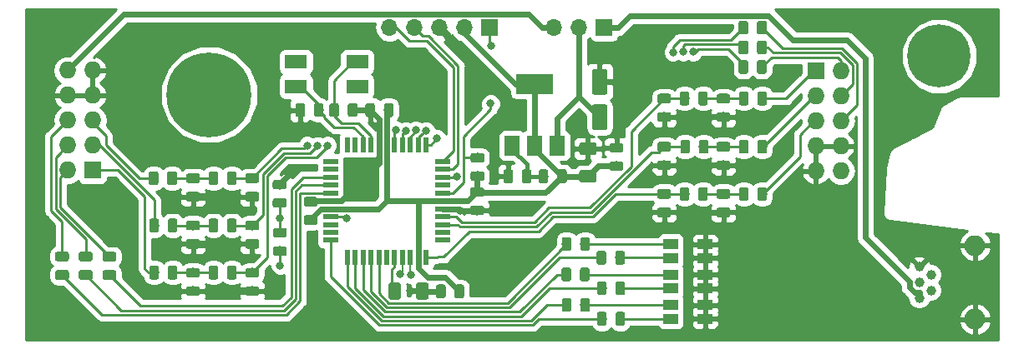
<source format=gbr>
G04 #@! TF.GenerationSoftware,KiCad,Pcbnew,(5.0.2)-1*
G04 #@! TF.CreationDate,2020-01-29T02:21:28+01:00*
G04 #@! TF.ProjectId,fan_controller,66616e5f-636f-46e7-9472-6f6c6c65722e,rev?*
G04 #@! TF.SameCoordinates,Original*
G04 #@! TF.FileFunction,Copper,L1,Top*
G04 #@! TF.FilePolarity,Positive*
%FSLAX46Y46*%
G04 Gerber Fmt 4.6, Leading zero omitted, Abs format (unit mm)*
G04 Created by KiCad (PCBNEW (5.0.2)-1) date 29.01.2020 02:21:28*
%MOMM*%
%LPD*%
G01*
G04 APERTURE LIST*
G04 #@! TA.AperFunction,Conductor*
%ADD10C,0.100000*%
G04 #@! TD*
G04 #@! TA.AperFunction,SMDPad,CuDef*
%ADD11C,0.975000*%
G04 #@! TD*
G04 #@! TA.AperFunction,ComponentPad*
%ADD12C,0.900000*%
G04 #@! TD*
G04 #@! TA.AperFunction,ComponentPad*
%ADD13C,8.600000*%
G04 #@! TD*
G04 #@! TA.AperFunction,SMDPad,CuDef*
%ADD14C,1.250000*%
G04 #@! TD*
G04 #@! TA.AperFunction,SMDPad,CuDef*
%ADD15C,1.600000*%
G04 #@! TD*
G04 #@! TA.AperFunction,SMDPad,CuDef*
%ADD16R,1.500000X1.000000*%
G04 #@! TD*
G04 #@! TA.AperFunction,ComponentPad*
%ADD17O,1.727200X1.727200*%
G04 #@! TD*
G04 #@! TA.AperFunction,ComponentPad*
%ADD18R,1.727200X1.727200*%
G04 #@! TD*
G04 #@! TA.AperFunction,ComponentPad*
%ADD19R,1.700000X1.700000*%
G04 #@! TD*
G04 #@! TA.AperFunction,ComponentPad*
%ADD20O,1.700000X1.700000*%
G04 #@! TD*
G04 #@! TA.AperFunction,SMDPad,CuDef*
%ADD21R,0.550000X1.500000*%
G04 #@! TD*
G04 #@! TA.AperFunction,SMDPad,CuDef*
%ADD22R,1.500000X0.550000*%
G04 #@! TD*
G04 #@! TA.AperFunction,SMDPad,CuDef*
%ADD23R,3.800000X2.000000*%
G04 #@! TD*
G04 #@! TA.AperFunction,SMDPad,CuDef*
%ADD24R,1.500000X2.000000*%
G04 #@! TD*
G04 #@! TA.AperFunction,SMDPad,CuDef*
%ADD25R,2.300000X1.400000*%
G04 #@! TD*
G04 #@! TA.AperFunction,ComponentPad*
%ADD26C,1.000000*%
G04 #@! TD*
G04 #@! TA.AperFunction,ComponentPad*
%ADD27O,2.100000X2.100000*%
G04 #@! TD*
G04 #@! TA.AperFunction,ComponentPad*
%ADD28C,0.800000*%
G04 #@! TD*
G04 #@! TA.AperFunction,ComponentPad*
%ADD29C,6.400000*%
G04 #@! TD*
G04 #@! TA.AperFunction,ViaPad*
%ADD30C,0.800000*%
G04 #@! TD*
G04 #@! TA.AperFunction,Conductor*
%ADD31C,0.250000*%
G04 #@! TD*
G04 #@! TA.AperFunction,Conductor*
%ADD32C,0.600000*%
G04 #@! TD*
G04 #@! TA.AperFunction,Conductor*
%ADD33C,0.800000*%
G04 #@! TD*
G04 #@! TA.AperFunction,Conductor*
%ADD34C,0.400000*%
G04 #@! TD*
G04 #@! TA.AperFunction,Conductor*
%ADD35C,0.200000*%
G04 #@! TD*
G04 #@! TA.AperFunction,Conductor*
%ADD36C,0.254000*%
G04 #@! TD*
G04 APERTURE END LIST*
D10*
G04 #@! TO.N,Net-(C12-Pad1)*
G04 #@! TO.C,R12*
G36*
X102905142Y-46601174D02*
X102928803Y-46604684D01*
X102952007Y-46610496D01*
X102974529Y-46618554D01*
X102996153Y-46628782D01*
X103016670Y-46641079D01*
X103035883Y-46655329D01*
X103053607Y-46671393D01*
X103069671Y-46689117D01*
X103083921Y-46708330D01*
X103096218Y-46728847D01*
X103106446Y-46750471D01*
X103114504Y-46772993D01*
X103120316Y-46796197D01*
X103123826Y-46819858D01*
X103125000Y-46843750D01*
X103125000Y-47756250D01*
X103123826Y-47780142D01*
X103120316Y-47803803D01*
X103114504Y-47827007D01*
X103106446Y-47849529D01*
X103096218Y-47871153D01*
X103083921Y-47891670D01*
X103069671Y-47910883D01*
X103053607Y-47928607D01*
X103035883Y-47944671D01*
X103016670Y-47958921D01*
X102996153Y-47971218D01*
X102974529Y-47981446D01*
X102952007Y-47989504D01*
X102928803Y-47995316D01*
X102905142Y-47998826D01*
X102881250Y-48000000D01*
X102393750Y-48000000D01*
X102369858Y-47998826D01*
X102346197Y-47995316D01*
X102322993Y-47989504D01*
X102300471Y-47981446D01*
X102278847Y-47971218D01*
X102258330Y-47958921D01*
X102239117Y-47944671D01*
X102221393Y-47928607D01*
X102205329Y-47910883D01*
X102191079Y-47891670D01*
X102178782Y-47871153D01*
X102168554Y-47849529D01*
X102160496Y-47827007D01*
X102154684Y-47803803D01*
X102151174Y-47780142D01*
X102150000Y-47756250D01*
X102150000Y-46843750D01*
X102151174Y-46819858D01*
X102154684Y-46796197D01*
X102160496Y-46772993D01*
X102168554Y-46750471D01*
X102178782Y-46728847D01*
X102191079Y-46708330D01*
X102205329Y-46689117D01*
X102221393Y-46671393D01*
X102239117Y-46655329D01*
X102258330Y-46641079D01*
X102278847Y-46628782D01*
X102300471Y-46618554D01*
X102322993Y-46610496D01*
X102346197Y-46604684D01*
X102369858Y-46601174D01*
X102393750Y-46600000D01*
X102881250Y-46600000D01*
X102905142Y-46601174D01*
X102905142Y-46601174D01*
G37*
D11*
G04 #@! TD*
G04 #@! TO.P,R12,1*
G04 #@! TO.N,Net-(C12-Pad1)*
X102637500Y-47300000D03*
D10*
G04 #@! TO.N,/IN_5*
G04 #@! TO.C,R12*
G36*
X101030142Y-46601174D02*
X101053803Y-46604684D01*
X101077007Y-46610496D01*
X101099529Y-46618554D01*
X101121153Y-46628782D01*
X101141670Y-46641079D01*
X101160883Y-46655329D01*
X101178607Y-46671393D01*
X101194671Y-46689117D01*
X101208921Y-46708330D01*
X101221218Y-46728847D01*
X101231446Y-46750471D01*
X101239504Y-46772993D01*
X101245316Y-46796197D01*
X101248826Y-46819858D01*
X101250000Y-46843750D01*
X101250000Y-47756250D01*
X101248826Y-47780142D01*
X101245316Y-47803803D01*
X101239504Y-47827007D01*
X101231446Y-47849529D01*
X101221218Y-47871153D01*
X101208921Y-47891670D01*
X101194671Y-47910883D01*
X101178607Y-47928607D01*
X101160883Y-47944671D01*
X101141670Y-47958921D01*
X101121153Y-47971218D01*
X101099529Y-47981446D01*
X101077007Y-47989504D01*
X101053803Y-47995316D01*
X101030142Y-47998826D01*
X101006250Y-48000000D01*
X100518750Y-48000000D01*
X100494858Y-47998826D01*
X100471197Y-47995316D01*
X100447993Y-47989504D01*
X100425471Y-47981446D01*
X100403847Y-47971218D01*
X100383330Y-47958921D01*
X100364117Y-47944671D01*
X100346393Y-47928607D01*
X100330329Y-47910883D01*
X100316079Y-47891670D01*
X100303782Y-47871153D01*
X100293554Y-47849529D01*
X100285496Y-47827007D01*
X100279684Y-47803803D01*
X100276174Y-47780142D01*
X100275000Y-47756250D01*
X100275000Y-46843750D01*
X100276174Y-46819858D01*
X100279684Y-46796197D01*
X100285496Y-46772993D01*
X100293554Y-46750471D01*
X100303782Y-46728847D01*
X100316079Y-46708330D01*
X100330329Y-46689117D01*
X100346393Y-46671393D01*
X100364117Y-46655329D01*
X100383330Y-46641079D01*
X100403847Y-46628782D01*
X100425471Y-46618554D01*
X100447993Y-46610496D01*
X100471197Y-46604684D01*
X100494858Y-46601174D01*
X100518750Y-46600000D01*
X101006250Y-46600000D01*
X101030142Y-46601174D01*
X101030142Y-46601174D01*
G37*
D11*
G04 #@! TD*
G04 #@! TO.P,R12,2*
G04 #@! TO.N,/IN_5*
X100762500Y-47300000D03*
D12*
G04 #@! TO.P,M4,1*
G04 #@! TO.N,N/C*
X54780419Y-39719581D03*
X52500000Y-38775000D03*
X50219581Y-39719581D03*
X49275000Y-42000000D03*
X50219581Y-44280419D03*
X52500000Y-45225000D03*
X54780419Y-44280419D03*
X55725000Y-42000000D03*
D13*
X52500000Y-42000000D03*
G04 #@! TD*
D10*
G04 #@! TO.N,Net-(C1-Pad1)*
G04 #@! TO.C,C1*
G36*
X71722704Y-61102204D02*
X71746973Y-61105804D01*
X71770771Y-61111765D01*
X71793871Y-61120030D01*
X71816049Y-61130520D01*
X71837093Y-61143133D01*
X71856798Y-61157747D01*
X71874977Y-61174223D01*
X71891453Y-61192402D01*
X71906067Y-61212107D01*
X71918680Y-61233151D01*
X71929170Y-61255329D01*
X71937435Y-61278429D01*
X71943396Y-61302227D01*
X71946996Y-61326496D01*
X71948200Y-61351000D01*
X71948200Y-62601000D01*
X71946996Y-62625504D01*
X71943396Y-62649773D01*
X71937435Y-62673571D01*
X71929170Y-62696671D01*
X71918680Y-62718849D01*
X71906067Y-62739893D01*
X71891453Y-62759598D01*
X71874977Y-62777777D01*
X71856798Y-62794253D01*
X71837093Y-62808867D01*
X71816049Y-62821480D01*
X71793871Y-62831970D01*
X71770771Y-62840235D01*
X71746973Y-62846196D01*
X71722704Y-62849796D01*
X71698200Y-62851000D01*
X70948200Y-62851000D01*
X70923696Y-62849796D01*
X70899427Y-62846196D01*
X70875629Y-62840235D01*
X70852529Y-62831970D01*
X70830351Y-62821480D01*
X70809307Y-62808867D01*
X70789602Y-62794253D01*
X70771423Y-62777777D01*
X70754947Y-62759598D01*
X70740333Y-62739893D01*
X70727720Y-62718849D01*
X70717230Y-62696671D01*
X70708965Y-62673571D01*
X70703004Y-62649773D01*
X70699404Y-62625504D01*
X70698200Y-62601000D01*
X70698200Y-61351000D01*
X70699404Y-61326496D01*
X70703004Y-61302227D01*
X70708965Y-61278429D01*
X70717230Y-61255329D01*
X70727720Y-61233151D01*
X70740333Y-61212107D01*
X70754947Y-61192402D01*
X70771423Y-61174223D01*
X70789602Y-61157747D01*
X70809307Y-61143133D01*
X70830351Y-61130520D01*
X70852529Y-61120030D01*
X70875629Y-61111765D01*
X70899427Y-61105804D01*
X70923696Y-61102204D01*
X70948200Y-61101000D01*
X71698200Y-61101000D01*
X71722704Y-61102204D01*
X71722704Y-61102204D01*
G37*
D14*
G04 #@! TD*
G04 #@! TO.P,C1,1*
G04 #@! TO.N,Net-(C1-Pad1)*
X71323200Y-61976000D03*
D10*
G04 #@! TO.N,GND*
G04 #@! TO.C,C1*
G36*
X74522704Y-61102204D02*
X74546973Y-61105804D01*
X74570771Y-61111765D01*
X74593871Y-61120030D01*
X74616049Y-61130520D01*
X74637093Y-61143133D01*
X74656798Y-61157747D01*
X74674977Y-61174223D01*
X74691453Y-61192402D01*
X74706067Y-61212107D01*
X74718680Y-61233151D01*
X74729170Y-61255329D01*
X74737435Y-61278429D01*
X74743396Y-61302227D01*
X74746996Y-61326496D01*
X74748200Y-61351000D01*
X74748200Y-62601000D01*
X74746996Y-62625504D01*
X74743396Y-62649773D01*
X74737435Y-62673571D01*
X74729170Y-62696671D01*
X74718680Y-62718849D01*
X74706067Y-62739893D01*
X74691453Y-62759598D01*
X74674977Y-62777777D01*
X74656798Y-62794253D01*
X74637093Y-62808867D01*
X74616049Y-62821480D01*
X74593871Y-62831970D01*
X74570771Y-62840235D01*
X74546973Y-62846196D01*
X74522704Y-62849796D01*
X74498200Y-62851000D01*
X73748200Y-62851000D01*
X73723696Y-62849796D01*
X73699427Y-62846196D01*
X73675629Y-62840235D01*
X73652529Y-62831970D01*
X73630351Y-62821480D01*
X73609307Y-62808867D01*
X73589602Y-62794253D01*
X73571423Y-62777777D01*
X73554947Y-62759598D01*
X73540333Y-62739893D01*
X73527720Y-62718849D01*
X73517230Y-62696671D01*
X73508965Y-62673571D01*
X73503004Y-62649773D01*
X73499404Y-62625504D01*
X73498200Y-62601000D01*
X73498200Y-61351000D01*
X73499404Y-61326496D01*
X73503004Y-61302227D01*
X73508965Y-61278429D01*
X73517230Y-61255329D01*
X73527720Y-61233151D01*
X73540333Y-61212107D01*
X73554947Y-61192402D01*
X73571423Y-61174223D01*
X73589602Y-61157747D01*
X73609307Y-61143133D01*
X73630351Y-61130520D01*
X73652529Y-61120030D01*
X73675629Y-61111765D01*
X73699427Y-61105804D01*
X73723696Y-61102204D01*
X73748200Y-61101000D01*
X74498200Y-61101000D01*
X74522704Y-61102204D01*
X74522704Y-61102204D01*
G37*
D14*
G04 #@! TD*
G04 #@! TO.P,C1,2*
G04 #@! TO.N,GND*
X74123200Y-61976000D03*
D10*
G04 #@! TO.N,GND*
G04 #@! TO.C,C2*
G36*
X57355142Y-61488674D02*
X57378803Y-61492184D01*
X57402007Y-61497996D01*
X57424529Y-61506054D01*
X57446153Y-61516282D01*
X57466670Y-61528579D01*
X57485883Y-61542829D01*
X57503607Y-61558893D01*
X57519671Y-61576617D01*
X57533921Y-61595830D01*
X57546218Y-61616347D01*
X57556446Y-61637971D01*
X57564504Y-61660493D01*
X57570316Y-61683697D01*
X57573826Y-61707358D01*
X57575000Y-61731250D01*
X57575000Y-62218750D01*
X57573826Y-62242642D01*
X57570316Y-62266303D01*
X57564504Y-62289507D01*
X57556446Y-62312029D01*
X57546218Y-62333653D01*
X57533921Y-62354170D01*
X57519671Y-62373383D01*
X57503607Y-62391107D01*
X57485883Y-62407171D01*
X57466670Y-62421421D01*
X57446153Y-62433718D01*
X57424529Y-62443946D01*
X57402007Y-62452004D01*
X57378803Y-62457816D01*
X57355142Y-62461326D01*
X57331250Y-62462500D01*
X56418750Y-62462500D01*
X56394858Y-62461326D01*
X56371197Y-62457816D01*
X56347993Y-62452004D01*
X56325471Y-62443946D01*
X56303847Y-62433718D01*
X56283330Y-62421421D01*
X56264117Y-62407171D01*
X56246393Y-62391107D01*
X56230329Y-62373383D01*
X56216079Y-62354170D01*
X56203782Y-62333653D01*
X56193554Y-62312029D01*
X56185496Y-62289507D01*
X56179684Y-62266303D01*
X56176174Y-62242642D01*
X56175000Y-62218750D01*
X56175000Y-61731250D01*
X56176174Y-61707358D01*
X56179684Y-61683697D01*
X56185496Y-61660493D01*
X56193554Y-61637971D01*
X56203782Y-61616347D01*
X56216079Y-61595830D01*
X56230329Y-61576617D01*
X56246393Y-61558893D01*
X56264117Y-61542829D01*
X56283330Y-61528579D01*
X56303847Y-61516282D01*
X56325471Y-61506054D01*
X56347993Y-61497996D01*
X56371197Y-61492184D01*
X56394858Y-61488674D01*
X56418750Y-61487500D01*
X57331250Y-61487500D01*
X57355142Y-61488674D01*
X57355142Y-61488674D01*
G37*
D11*
G04 #@! TD*
G04 #@! TO.P,C2,2*
G04 #@! TO.N,GND*
X56875000Y-61975000D03*
D10*
G04 #@! TO.N,/IN_1*
G04 #@! TO.C,C2*
G36*
X57355142Y-59613674D02*
X57378803Y-59617184D01*
X57402007Y-59622996D01*
X57424529Y-59631054D01*
X57446153Y-59641282D01*
X57466670Y-59653579D01*
X57485883Y-59667829D01*
X57503607Y-59683893D01*
X57519671Y-59701617D01*
X57533921Y-59720830D01*
X57546218Y-59741347D01*
X57556446Y-59762971D01*
X57564504Y-59785493D01*
X57570316Y-59808697D01*
X57573826Y-59832358D01*
X57575000Y-59856250D01*
X57575000Y-60343750D01*
X57573826Y-60367642D01*
X57570316Y-60391303D01*
X57564504Y-60414507D01*
X57556446Y-60437029D01*
X57546218Y-60458653D01*
X57533921Y-60479170D01*
X57519671Y-60498383D01*
X57503607Y-60516107D01*
X57485883Y-60532171D01*
X57466670Y-60546421D01*
X57446153Y-60558718D01*
X57424529Y-60568946D01*
X57402007Y-60577004D01*
X57378803Y-60582816D01*
X57355142Y-60586326D01*
X57331250Y-60587500D01*
X56418750Y-60587500D01*
X56394858Y-60586326D01*
X56371197Y-60582816D01*
X56347993Y-60577004D01*
X56325471Y-60568946D01*
X56303847Y-60558718D01*
X56283330Y-60546421D01*
X56264117Y-60532171D01*
X56246393Y-60516107D01*
X56230329Y-60498383D01*
X56216079Y-60479170D01*
X56203782Y-60458653D01*
X56193554Y-60437029D01*
X56185496Y-60414507D01*
X56179684Y-60391303D01*
X56176174Y-60367642D01*
X56175000Y-60343750D01*
X56175000Y-59856250D01*
X56176174Y-59832358D01*
X56179684Y-59808697D01*
X56185496Y-59785493D01*
X56193554Y-59762971D01*
X56203782Y-59741347D01*
X56216079Y-59720830D01*
X56230329Y-59701617D01*
X56246393Y-59683893D01*
X56264117Y-59667829D01*
X56283330Y-59653579D01*
X56303847Y-59641282D01*
X56325471Y-59631054D01*
X56347993Y-59622996D01*
X56371197Y-59617184D01*
X56394858Y-59613674D01*
X56418750Y-59612500D01*
X57331250Y-59612500D01*
X57355142Y-59613674D01*
X57355142Y-59613674D01*
G37*
D11*
G04 #@! TD*
G04 #@! TO.P,C2,1*
G04 #@! TO.N,/IN_1*
X56875000Y-60100000D03*
D10*
G04 #@! TO.N,GND*
G04 #@! TO.C,C3*
G36*
X57355142Y-56688674D02*
X57378803Y-56692184D01*
X57402007Y-56697996D01*
X57424529Y-56706054D01*
X57446153Y-56716282D01*
X57466670Y-56728579D01*
X57485883Y-56742829D01*
X57503607Y-56758893D01*
X57519671Y-56776617D01*
X57533921Y-56795830D01*
X57546218Y-56816347D01*
X57556446Y-56837971D01*
X57564504Y-56860493D01*
X57570316Y-56883697D01*
X57573826Y-56907358D01*
X57575000Y-56931250D01*
X57575000Y-57418750D01*
X57573826Y-57442642D01*
X57570316Y-57466303D01*
X57564504Y-57489507D01*
X57556446Y-57512029D01*
X57546218Y-57533653D01*
X57533921Y-57554170D01*
X57519671Y-57573383D01*
X57503607Y-57591107D01*
X57485883Y-57607171D01*
X57466670Y-57621421D01*
X57446153Y-57633718D01*
X57424529Y-57643946D01*
X57402007Y-57652004D01*
X57378803Y-57657816D01*
X57355142Y-57661326D01*
X57331250Y-57662500D01*
X56418750Y-57662500D01*
X56394858Y-57661326D01*
X56371197Y-57657816D01*
X56347993Y-57652004D01*
X56325471Y-57643946D01*
X56303847Y-57633718D01*
X56283330Y-57621421D01*
X56264117Y-57607171D01*
X56246393Y-57591107D01*
X56230329Y-57573383D01*
X56216079Y-57554170D01*
X56203782Y-57533653D01*
X56193554Y-57512029D01*
X56185496Y-57489507D01*
X56179684Y-57466303D01*
X56176174Y-57442642D01*
X56175000Y-57418750D01*
X56175000Y-56931250D01*
X56176174Y-56907358D01*
X56179684Y-56883697D01*
X56185496Y-56860493D01*
X56193554Y-56837971D01*
X56203782Y-56816347D01*
X56216079Y-56795830D01*
X56230329Y-56776617D01*
X56246393Y-56758893D01*
X56264117Y-56742829D01*
X56283330Y-56728579D01*
X56303847Y-56716282D01*
X56325471Y-56706054D01*
X56347993Y-56697996D01*
X56371197Y-56692184D01*
X56394858Y-56688674D01*
X56418750Y-56687500D01*
X57331250Y-56687500D01*
X57355142Y-56688674D01*
X57355142Y-56688674D01*
G37*
D11*
G04 #@! TD*
G04 #@! TO.P,C3,2*
G04 #@! TO.N,GND*
X56875000Y-57175000D03*
D10*
G04 #@! TO.N,/IN_2*
G04 #@! TO.C,C3*
G36*
X57355142Y-54813674D02*
X57378803Y-54817184D01*
X57402007Y-54822996D01*
X57424529Y-54831054D01*
X57446153Y-54841282D01*
X57466670Y-54853579D01*
X57485883Y-54867829D01*
X57503607Y-54883893D01*
X57519671Y-54901617D01*
X57533921Y-54920830D01*
X57546218Y-54941347D01*
X57556446Y-54962971D01*
X57564504Y-54985493D01*
X57570316Y-55008697D01*
X57573826Y-55032358D01*
X57575000Y-55056250D01*
X57575000Y-55543750D01*
X57573826Y-55567642D01*
X57570316Y-55591303D01*
X57564504Y-55614507D01*
X57556446Y-55637029D01*
X57546218Y-55658653D01*
X57533921Y-55679170D01*
X57519671Y-55698383D01*
X57503607Y-55716107D01*
X57485883Y-55732171D01*
X57466670Y-55746421D01*
X57446153Y-55758718D01*
X57424529Y-55768946D01*
X57402007Y-55777004D01*
X57378803Y-55782816D01*
X57355142Y-55786326D01*
X57331250Y-55787500D01*
X56418750Y-55787500D01*
X56394858Y-55786326D01*
X56371197Y-55782816D01*
X56347993Y-55777004D01*
X56325471Y-55768946D01*
X56303847Y-55758718D01*
X56283330Y-55746421D01*
X56264117Y-55732171D01*
X56246393Y-55716107D01*
X56230329Y-55698383D01*
X56216079Y-55679170D01*
X56203782Y-55658653D01*
X56193554Y-55637029D01*
X56185496Y-55614507D01*
X56179684Y-55591303D01*
X56176174Y-55567642D01*
X56175000Y-55543750D01*
X56175000Y-55056250D01*
X56176174Y-55032358D01*
X56179684Y-55008697D01*
X56185496Y-54985493D01*
X56193554Y-54962971D01*
X56203782Y-54941347D01*
X56216079Y-54920830D01*
X56230329Y-54901617D01*
X56246393Y-54883893D01*
X56264117Y-54867829D01*
X56283330Y-54853579D01*
X56303847Y-54841282D01*
X56325471Y-54831054D01*
X56347993Y-54822996D01*
X56371197Y-54817184D01*
X56394858Y-54813674D01*
X56418750Y-54812500D01*
X57331250Y-54812500D01*
X57355142Y-54813674D01*
X57355142Y-54813674D01*
G37*
D11*
G04 #@! TD*
G04 #@! TO.P,C3,1*
G04 #@! TO.N,/IN_2*
X56875000Y-55300000D03*
D10*
G04 #@! TO.N,GND*
G04 #@! TO.C,C4*
G36*
X57355142Y-51888674D02*
X57378803Y-51892184D01*
X57402007Y-51897996D01*
X57424529Y-51906054D01*
X57446153Y-51916282D01*
X57466670Y-51928579D01*
X57485883Y-51942829D01*
X57503607Y-51958893D01*
X57519671Y-51976617D01*
X57533921Y-51995830D01*
X57546218Y-52016347D01*
X57556446Y-52037971D01*
X57564504Y-52060493D01*
X57570316Y-52083697D01*
X57573826Y-52107358D01*
X57575000Y-52131250D01*
X57575000Y-52618750D01*
X57573826Y-52642642D01*
X57570316Y-52666303D01*
X57564504Y-52689507D01*
X57556446Y-52712029D01*
X57546218Y-52733653D01*
X57533921Y-52754170D01*
X57519671Y-52773383D01*
X57503607Y-52791107D01*
X57485883Y-52807171D01*
X57466670Y-52821421D01*
X57446153Y-52833718D01*
X57424529Y-52843946D01*
X57402007Y-52852004D01*
X57378803Y-52857816D01*
X57355142Y-52861326D01*
X57331250Y-52862500D01*
X56418750Y-52862500D01*
X56394858Y-52861326D01*
X56371197Y-52857816D01*
X56347993Y-52852004D01*
X56325471Y-52843946D01*
X56303847Y-52833718D01*
X56283330Y-52821421D01*
X56264117Y-52807171D01*
X56246393Y-52791107D01*
X56230329Y-52773383D01*
X56216079Y-52754170D01*
X56203782Y-52733653D01*
X56193554Y-52712029D01*
X56185496Y-52689507D01*
X56179684Y-52666303D01*
X56176174Y-52642642D01*
X56175000Y-52618750D01*
X56175000Y-52131250D01*
X56176174Y-52107358D01*
X56179684Y-52083697D01*
X56185496Y-52060493D01*
X56193554Y-52037971D01*
X56203782Y-52016347D01*
X56216079Y-51995830D01*
X56230329Y-51976617D01*
X56246393Y-51958893D01*
X56264117Y-51942829D01*
X56283330Y-51928579D01*
X56303847Y-51916282D01*
X56325471Y-51906054D01*
X56347993Y-51897996D01*
X56371197Y-51892184D01*
X56394858Y-51888674D01*
X56418750Y-51887500D01*
X57331250Y-51887500D01*
X57355142Y-51888674D01*
X57355142Y-51888674D01*
G37*
D11*
G04 #@! TD*
G04 #@! TO.P,C4,2*
G04 #@! TO.N,GND*
X56875000Y-52375000D03*
D10*
G04 #@! TO.N,/IN_3*
G04 #@! TO.C,C4*
G36*
X57355142Y-50013674D02*
X57378803Y-50017184D01*
X57402007Y-50022996D01*
X57424529Y-50031054D01*
X57446153Y-50041282D01*
X57466670Y-50053579D01*
X57485883Y-50067829D01*
X57503607Y-50083893D01*
X57519671Y-50101617D01*
X57533921Y-50120830D01*
X57546218Y-50141347D01*
X57556446Y-50162971D01*
X57564504Y-50185493D01*
X57570316Y-50208697D01*
X57573826Y-50232358D01*
X57575000Y-50256250D01*
X57575000Y-50743750D01*
X57573826Y-50767642D01*
X57570316Y-50791303D01*
X57564504Y-50814507D01*
X57556446Y-50837029D01*
X57546218Y-50858653D01*
X57533921Y-50879170D01*
X57519671Y-50898383D01*
X57503607Y-50916107D01*
X57485883Y-50932171D01*
X57466670Y-50946421D01*
X57446153Y-50958718D01*
X57424529Y-50968946D01*
X57402007Y-50977004D01*
X57378803Y-50982816D01*
X57355142Y-50986326D01*
X57331250Y-50987500D01*
X56418750Y-50987500D01*
X56394858Y-50986326D01*
X56371197Y-50982816D01*
X56347993Y-50977004D01*
X56325471Y-50968946D01*
X56303847Y-50958718D01*
X56283330Y-50946421D01*
X56264117Y-50932171D01*
X56246393Y-50916107D01*
X56230329Y-50898383D01*
X56216079Y-50879170D01*
X56203782Y-50858653D01*
X56193554Y-50837029D01*
X56185496Y-50814507D01*
X56179684Y-50791303D01*
X56176174Y-50767642D01*
X56175000Y-50743750D01*
X56175000Y-50256250D01*
X56176174Y-50232358D01*
X56179684Y-50208697D01*
X56185496Y-50185493D01*
X56193554Y-50162971D01*
X56203782Y-50141347D01*
X56216079Y-50120830D01*
X56230329Y-50101617D01*
X56246393Y-50083893D01*
X56264117Y-50067829D01*
X56283330Y-50053579D01*
X56303847Y-50041282D01*
X56325471Y-50031054D01*
X56347993Y-50022996D01*
X56371197Y-50017184D01*
X56394858Y-50013674D01*
X56418750Y-50012500D01*
X57331250Y-50012500D01*
X57355142Y-50013674D01*
X57355142Y-50013674D01*
G37*
D11*
G04 #@! TD*
G04 #@! TO.P,C4,1*
G04 #@! TO.N,/IN_3*
X56875000Y-50500000D03*
D10*
G04 #@! TO.N,Net-(C5-Pad1)*
G04 #@! TO.C,C5*
G36*
X51355142Y-59613674D02*
X51378803Y-59617184D01*
X51402007Y-59622996D01*
X51424529Y-59631054D01*
X51446153Y-59641282D01*
X51466670Y-59653579D01*
X51485883Y-59667829D01*
X51503607Y-59683893D01*
X51519671Y-59701617D01*
X51533921Y-59720830D01*
X51546218Y-59741347D01*
X51556446Y-59762971D01*
X51564504Y-59785493D01*
X51570316Y-59808697D01*
X51573826Y-59832358D01*
X51575000Y-59856250D01*
X51575000Y-60343750D01*
X51573826Y-60367642D01*
X51570316Y-60391303D01*
X51564504Y-60414507D01*
X51556446Y-60437029D01*
X51546218Y-60458653D01*
X51533921Y-60479170D01*
X51519671Y-60498383D01*
X51503607Y-60516107D01*
X51485883Y-60532171D01*
X51466670Y-60546421D01*
X51446153Y-60558718D01*
X51424529Y-60568946D01*
X51402007Y-60577004D01*
X51378803Y-60582816D01*
X51355142Y-60586326D01*
X51331250Y-60587500D01*
X50418750Y-60587500D01*
X50394858Y-60586326D01*
X50371197Y-60582816D01*
X50347993Y-60577004D01*
X50325471Y-60568946D01*
X50303847Y-60558718D01*
X50283330Y-60546421D01*
X50264117Y-60532171D01*
X50246393Y-60516107D01*
X50230329Y-60498383D01*
X50216079Y-60479170D01*
X50203782Y-60458653D01*
X50193554Y-60437029D01*
X50185496Y-60414507D01*
X50179684Y-60391303D01*
X50176174Y-60367642D01*
X50175000Y-60343750D01*
X50175000Y-59856250D01*
X50176174Y-59832358D01*
X50179684Y-59808697D01*
X50185496Y-59785493D01*
X50193554Y-59762971D01*
X50203782Y-59741347D01*
X50216079Y-59720830D01*
X50230329Y-59701617D01*
X50246393Y-59683893D01*
X50264117Y-59667829D01*
X50283330Y-59653579D01*
X50303847Y-59641282D01*
X50325471Y-59631054D01*
X50347993Y-59622996D01*
X50371197Y-59617184D01*
X50394858Y-59613674D01*
X50418750Y-59612500D01*
X51331250Y-59612500D01*
X51355142Y-59613674D01*
X51355142Y-59613674D01*
G37*
D11*
G04 #@! TD*
G04 #@! TO.P,C5,1*
G04 #@! TO.N,Net-(C5-Pad1)*
X50875000Y-60100000D03*
D10*
G04 #@! TO.N,GND*
G04 #@! TO.C,C5*
G36*
X51355142Y-61488674D02*
X51378803Y-61492184D01*
X51402007Y-61497996D01*
X51424529Y-61506054D01*
X51446153Y-61516282D01*
X51466670Y-61528579D01*
X51485883Y-61542829D01*
X51503607Y-61558893D01*
X51519671Y-61576617D01*
X51533921Y-61595830D01*
X51546218Y-61616347D01*
X51556446Y-61637971D01*
X51564504Y-61660493D01*
X51570316Y-61683697D01*
X51573826Y-61707358D01*
X51575000Y-61731250D01*
X51575000Y-62218750D01*
X51573826Y-62242642D01*
X51570316Y-62266303D01*
X51564504Y-62289507D01*
X51556446Y-62312029D01*
X51546218Y-62333653D01*
X51533921Y-62354170D01*
X51519671Y-62373383D01*
X51503607Y-62391107D01*
X51485883Y-62407171D01*
X51466670Y-62421421D01*
X51446153Y-62433718D01*
X51424529Y-62443946D01*
X51402007Y-62452004D01*
X51378803Y-62457816D01*
X51355142Y-62461326D01*
X51331250Y-62462500D01*
X50418750Y-62462500D01*
X50394858Y-62461326D01*
X50371197Y-62457816D01*
X50347993Y-62452004D01*
X50325471Y-62443946D01*
X50303847Y-62433718D01*
X50283330Y-62421421D01*
X50264117Y-62407171D01*
X50246393Y-62391107D01*
X50230329Y-62373383D01*
X50216079Y-62354170D01*
X50203782Y-62333653D01*
X50193554Y-62312029D01*
X50185496Y-62289507D01*
X50179684Y-62266303D01*
X50176174Y-62242642D01*
X50175000Y-62218750D01*
X50175000Y-61731250D01*
X50176174Y-61707358D01*
X50179684Y-61683697D01*
X50185496Y-61660493D01*
X50193554Y-61637971D01*
X50203782Y-61616347D01*
X50216079Y-61595830D01*
X50230329Y-61576617D01*
X50246393Y-61558893D01*
X50264117Y-61542829D01*
X50283330Y-61528579D01*
X50303847Y-61516282D01*
X50325471Y-61506054D01*
X50347993Y-61497996D01*
X50371197Y-61492184D01*
X50394858Y-61488674D01*
X50418750Y-61487500D01*
X51331250Y-61487500D01*
X51355142Y-61488674D01*
X51355142Y-61488674D01*
G37*
D11*
G04 #@! TD*
G04 #@! TO.P,C5,2*
G04 #@! TO.N,GND*
X50875000Y-61975000D03*
D10*
G04 #@! TO.N,Net-(C6-Pad1)*
G04 #@! TO.C,C6*
G36*
X51355142Y-54813674D02*
X51378803Y-54817184D01*
X51402007Y-54822996D01*
X51424529Y-54831054D01*
X51446153Y-54841282D01*
X51466670Y-54853579D01*
X51485883Y-54867829D01*
X51503607Y-54883893D01*
X51519671Y-54901617D01*
X51533921Y-54920830D01*
X51546218Y-54941347D01*
X51556446Y-54962971D01*
X51564504Y-54985493D01*
X51570316Y-55008697D01*
X51573826Y-55032358D01*
X51575000Y-55056250D01*
X51575000Y-55543750D01*
X51573826Y-55567642D01*
X51570316Y-55591303D01*
X51564504Y-55614507D01*
X51556446Y-55637029D01*
X51546218Y-55658653D01*
X51533921Y-55679170D01*
X51519671Y-55698383D01*
X51503607Y-55716107D01*
X51485883Y-55732171D01*
X51466670Y-55746421D01*
X51446153Y-55758718D01*
X51424529Y-55768946D01*
X51402007Y-55777004D01*
X51378803Y-55782816D01*
X51355142Y-55786326D01*
X51331250Y-55787500D01*
X50418750Y-55787500D01*
X50394858Y-55786326D01*
X50371197Y-55782816D01*
X50347993Y-55777004D01*
X50325471Y-55768946D01*
X50303847Y-55758718D01*
X50283330Y-55746421D01*
X50264117Y-55732171D01*
X50246393Y-55716107D01*
X50230329Y-55698383D01*
X50216079Y-55679170D01*
X50203782Y-55658653D01*
X50193554Y-55637029D01*
X50185496Y-55614507D01*
X50179684Y-55591303D01*
X50176174Y-55567642D01*
X50175000Y-55543750D01*
X50175000Y-55056250D01*
X50176174Y-55032358D01*
X50179684Y-55008697D01*
X50185496Y-54985493D01*
X50193554Y-54962971D01*
X50203782Y-54941347D01*
X50216079Y-54920830D01*
X50230329Y-54901617D01*
X50246393Y-54883893D01*
X50264117Y-54867829D01*
X50283330Y-54853579D01*
X50303847Y-54841282D01*
X50325471Y-54831054D01*
X50347993Y-54822996D01*
X50371197Y-54817184D01*
X50394858Y-54813674D01*
X50418750Y-54812500D01*
X51331250Y-54812500D01*
X51355142Y-54813674D01*
X51355142Y-54813674D01*
G37*
D11*
G04 #@! TD*
G04 #@! TO.P,C6,1*
G04 #@! TO.N,Net-(C6-Pad1)*
X50875000Y-55300000D03*
D10*
G04 #@! TO.N,GND*
G04 #@! TO.C,C6*
G36*
X51355142Y-56688674D02*
X51378803Y-56692184D01*
X51402007Y-56697996D01*
X51424529Y-56706054D01*
X51446153Y-56716282D01*
X51466670Y-56728579D01*
X51485883Y-56742829D01*
X51503607Y-56758893D01*
X51519671Y-56776617D01*
X51533921Y-56795830D01*
X51546218Y-56816347D01*
X51556446Y-56837971D01*
X51564504Y-56860493D01*
X51570316Y-56883697D01*
X51573826Y-56907358D01*
X51575000Y-56931250D01*
X51575000Y-57418750D01*
X51573826Y-57442642D01*
X51570316Y-57466303D01*
X51564504Y-57489507D01*
X51556446Y-57512029D01*
X51546218Y-57533653D01*
X51533921Y-57554170D01*
X51519671Y-57573383D01*
X51503607Y-57591107D01*
X51485883Y-57607171D01*
X51466670Y-57621421D01*
X51446153Y-57633718D01*
X51424529Y-57643946D01*
X51402007Y-57652004D01*
X51378803Y-57657816D01*
X51355142Y-57661326D01*
X51331250Y-57662500D01*
X50418750Y-57662500D01*
X50394858Y-57661326D01*
X50371197Y-57657816D01*
X50347993Y-57652004D01*
X50325471Y-57643946D01*
X50303847Y-57633718D01*
X50283330Y-57621421D01*
X50264117Y-57607171D01*
X50246393Y-57591107D01*
X50230329Y-57573383D01*
X50216079Y-57554170D01*
X50203782Y-57533653D01*
X50193554Y-57512029D01*
X50185496Y-57489507D01*
X50179684Y-57466303D01*
X50176174Y-57442642D01*
X50175000Y-57418750D01*
X50175000Y-56931250D01*
X50176174Y-56907358D01*
X50179684Y-56883697D01*
X50185496Y-56860493D01*
X50193554Y-56837971D01*
X50203782Y-56816347D01*
X50216079Y-56795830D01*
X50230329Y-56776617D01*
X50246393Y-56758893D01*
X50264117Y-56742829D01*
X50283330Y-56728579D01*
X50303847Y-56716282D01*
X50325471Y-56706054D01*
X50347993Y-56697996D01*
X50371197Y-56692184D01*
X50394858Y-56688674D01*
X50418750Y-56687500D01*
X51331250Y-56687500D01*
X51355142Y-56688674D01*
X51355142Y-56688674D01*
G37*
D11*
G04 #@! TD*
G04 #@! TO.P,C6,2*
G04 #@! TO.N,GND*
X50875000Y-57175000D03*
D10*
G04 #@! TO.N,Net-(C7-Pad1)*
G04 #@! TO.C,C7*
G36*
X51355142Y-50013674D02*
X51378803Y-50017184D01*
X51402007Y-50022996D01*
X51424529Y-50031054D01*
X51446153Y-50041282D01*
X51466670Y-50053579D01*
X51485883Y-50067829D01*
X51503607Y-50083893D01*
X51519671Y-50101617D01*
X51533921Y-50120830D01*
X51546218Y-50141347D01*
X51556446Y-50162971D01*
X51564504Y-50185493D01*
X51570316Y-50208697D01*
X51573826Y-50232358D01*
X51575000Y-50256250D01*
X51575000Y-50743750D01*
X51573826Y-50767642D01*
X51570316Y-50791303D01*
X51564504Y-50814507D01*
X51556446Y-50837029D01*
X51546218Y-50858653D01*
X51533921Y-50879170D01*
X51519671Y-50898383D01*
X51503607Y-50916107D01*
X51485883Y-50932171D01*
X51466670Y-50946421D01*
X51446153Y-50958718D01*
X51424529Y-50968946D01*
X51402007Y-50977004D01*
X51378803Y-50982816D01*
X51355142Y-50986326D01*
X51331250Y-50987500D01*
X50418750Y-50987500D01*
X50394858Y-50986326D01*
X50371197Y-50982816D01*
X50347993Y-50977004D01*
X50325471Y-50968946D01*
X50303847Y-50958718D01*
X50283330Y-50946421D01*
X50264117Y-50932171D01*
X50246393Y-50916107D01*
X50230329Y-50898383D01*
X50216079Y-50879170D01*
X50203782Y-50858653D01*
X50193554Y-50837029D01*
X50185496Y-50814507D01*
X50179684Y-50791303D01*
X50176174Y-50767642D01*
X50175000Y-50743750D01*
X50175000Y-50256250D01*
X50176174Y-50232358D01*
X50179684Y-50208697D01*
X50185496Y-50185493D01*
X50193554Y-50162971D01*
X50203782Y-50141347D01*
X50216079Y-50120830D01*
X50230329Y-50101617D01*
X50246393Y-50083893D01*
X50264117Y-50067829D01*
X50283330Y-50053579D01*
X50303847Y-50041282D01*
X50325471Y-50031054D01*
X50347993Y-50022996D01*
X50371197Y-50017184D01*
X50394858Y-50013674D01*
X50418750Y-50012500D01*
X51331250Y-50012500D01*
X51355142Y-50013674D01*
X51355142Y-50013674D01*
G37*
D11*
G04 #@! TD*
G04 #@! TO.P,C7,1*
G04 #@! TO.N,Net-(C7-Pad1)*
X50875000Y-50500000D03*
D10*
G04 #@! TO.N,GND*
G04 #@! TO.C,C7*
G36*
X51355142Y-51888674D02*
X51378803Y-51892184D01*
X51402007Y-51897996D01*
X51424529Y-51906054D01*
X51446153Y-51916282D01*
X51466670Y-51928579D01*
X51485883Y-51942829D01*
X51503607Y-51958893D01*
X51519671Y-51976617D01*
X51533921Y-51995830D01*
X51546218Y-52016347D01*
X51556446Y-52037971D01*
X51564504Y-52060493D01*
X51570316Y-52083697D01*
X51573826Y-52107358D01*
X51575000Y-52131250D01*
X51575000Y-52618750D01*
X51573826Y-52642642D01*
X51570316Y-52666303D01*
X51564504Y-52689507D01*
X51556446Y-52712029D01*
X51546218Y-52733653D01*
X51533921Y-52754170D01*
X51519671Y-52773383D01*
X51503607Y-52791107D01*
X51485883Y-52807171D01*
X51466670Y-52821421D01*
X51446153Y-52833718D01*
X51424529Y-52843946D01*
X51402007Y-52852004D01*
X51378803Y-52857816D01*
X51355142Y-52861326D01*
X51331250Y-52862500D01*
X50418750Y-52862500D01*
X50394858Y-52861326D01*
X50371197Y-52857816D01*
X50347993Y-52852004D01*
X50325471Y-52843946D01*
X50303847Y-52833718D01*
X50283330Y-52821421D01*
X50264117Y-52807171D01*
X50246393Y-52791107D01*
X50230329Y-52773383D01*
X50216079Y-52754170D01*
X50203782Y-52733653D01*
X50193554Y-52712029D01*
X50185496Y-52689507D01*
X50179684Y-52666303D01*
X50176174Y-52642642D01*
X50175000Y-52618750D01*
X50175000Y-52131250D01*
X50176174Y-52107358D01*
X50179684Y-52083697D01*
X50185496Y-52060493D01*
X50193554Y-52037971D01*
X50203782Y-52016347D01*
X50216079Y-51995830D01*
X50230329Y-51976617D01*
X50246393Y-51958893D01*
X50264117Y-51942829D01*
X50283330Y-51928579D01*
X50303847Y-51916282D01*
X50325471Y-51906054D01*
X50347993Y-51897996D01*
X50371197Y-51892184D01*
X50394858Y-51888674D01*
X50418750Y-51887500D01*
X51331250Y-51887500D01*
X51355142Y-51888674D01*
X51355142Y-51888674D01*
G37*
D11*
G04 #@! TD*
G04 #@! TO.P,C7,2*
G04 #@! TO.N,GND*
X50875000Y-52375000D03*
D10*
G04 #@! TO.N,/IN_4*
G04 #@! TO.C,C8*
G36*
X99117642Y-41913674D02*
X99141303Y-41917184D01*
X99164507Y-41922996D01*
X99187029Y-41931054D01*
X99208653Y-41941282D01*
X99229170Y-41953579D01*
X99248383Y-41967829D01*
X99266107Y-41983893D01*
X99282171Y-42001617D01*
X99296421Y-42020830D01*
X99308718Y-42041347D01*
X99318946Y-42062971D01*
X99327004Y-42085493D01*
X99332816Y-42108697D01*
X99336326Y-42132358D01*
X99337500Y-42156250D01*
X99337500Y-42643750D01*
X99336326Y-42667642D01*
X99332816Y-42691303D01*
X99327004Y-42714507D01*
X99318946Y-42737029D01*
X99308718Y-42758653D01*
X99296421Y-42779170D01*
X99282171Y-42798383D01*
X99266107Y-42816107D01*
X99248383Y-42832171D01*
X99229170Y-42846421D01*
X99208653Y-42858718D01*
X99187029Y-42868946D01*
X99164507Y-42877004D01*
X99141303Y-42882816D01*
X99117642Y-42886326D01*
X99093750Y-42887500D01*
X98181250Y-42887500D01*
X98157358Y-42886326D01*
X98133697Y-42882816D01*
X98110493Y-42877004D01*
X98087971Y-42868946D01*
X98066347Y-42858718D01*
X98045830Y-42846421D01*
X98026617Y-42832171D01*
X98008893Y-42816107D01*
X97992829Y-42798383D01*
X97978579Y-42779170D01*
X97966282Y-42758653D01*
X97956054Y-42737029D01*
X97947996Y-42714507D01*
X97942184Y-42691303D01*
X97938674Y-42667642D01*
X97937500Y-42643750D01*
X97937500Y-42156250D01*
X97938674Y-42132358D01*
X97942184Y-42108697D01*
X97947996Y-42085493D01*
X97956054Y-42062971D01*
X97966282Y-42041347D01*
X97978579Y-42020830D01*
X97992829Y-42001617D01*
X98008893Y-41983893D01*
X98026617Y-41967829D01*
X98045830Y-41953579D01*
X98066347Y-41941282D01*
X98087971Y-41931054D01*
X98110493Y-41922996D01*
X98133697Y-41917184D01*
X98157358Y-41913674D01*
X98181250Y-41912500D01*
X99093750Y-41912500D01*
X99117642Y-41913674D01*
X99117642Y-41913674D01*
G37*
D11*
G04 #@! TD*
G04 #@! TO.P,C8,1*
G04 #@! TO.N,/IN_4*
X98637500Y-42400000D03*
D10*
G04 #@! TO.N,GND*
G04 #@! TO.C,C8*
G36*
X99117642Y-43788674D02*
X99141303Y-43792184D01*
X99164507Y-43797996D01*
X99187029Y-43806054D01*
X99208653Y-43816282D01*
X99229170Y-43828579D01*
X99248383Y-43842829D01*
X99266107Y-43858893D01*
X99282171Y-43876617D01*
X99296421Y-43895830D01*
X99308718Y-43916347D01*
X99318946Y-43937971D01*
X99327004Y-43960493D01*
X99332816Y-43983697D01*
X99336326Y-44007358D01*
X99337500Y-44031250D01*
X99337500Y-44518750D01*
X99336326Y-44542642D01*
X99332816Y-44566303D01*
X99327004Y-44589507D01*
X99318946Y-44612029D01*
X99308718Y-44633653D01*
X99296421Y-44654170D01*
X99282171Y-44673383D01*
X99266107Y-44691107D01*
X99248383Y-44707171D01*
X99229170Y-44721421D01*
X99208653Y-44733718D01*
X99187029Y-44743946D01*
X99164507Y-44752004D01*
X99141303Y-44757816D01*
X99117642Y-44761326D01*
X99093750Y-44762500D01*
X98181250Y-44762500D01*
X98157358Y-44761326D01*
X98133697Y-44757816D01*
X98110493Y-44752004D01*
X98087971Y-44743946D01*
X98066347Y-44733718D01*
X98045830Y-44721421D01*
X98026617Y-44707171D01*
X98008893Y-44691107D01*
X97992829Y-44673383D01*
X97978579Y-44654170D01*
X97966282Y-44633653D01*
X97956054Y-44612029D01*
X97947996Y-44589507D01*
X97942184Y-44566303D01*
X97938674Y-44542642D01*
X97937500Y-44518750D01*
X97937500Y-44031250D01*
X97938674Y-44007358D01*
X97942184Y-43983697D01*
X97947996Y-43960493D01*
X97956054Y-43937971D01*
X97966282Y-43916347D01*
X97978579Y-43895830D01*
X97992829Y-43876617D01*
X98008893Y-43858893D01*
X98026617Y-43842829D01*
X98045830Y-43828579D01*
X98066347Y-43816282D01*
X98087971Y-43806054D01*
X98110493Y-43797996D01*
X98133697Y-43792184D01*
X98157358Y-43788674D01*
X98181250Y-43787500D01*
X99093750Y-43787500D01*
X99117642Y-43788674D01*
X99117642Y-43788674D01*
G37*
D11*
G04 #@! TD*
G04 #@! TO.P,C8,2*
G04 #@! TO.N,GND*
X98637500Y-44275000D03*
D10*
G04 #@! TO.N,/IN_5*
G04 #@! TO.C,C9*
G36*
X99117642Y-46813674D02*
X99141303Y-46817184D01*
X99164507Y-46822996D01*
X99187029Y-46831054D01*
X99208653Y-46841282D01*
X99229170Y-46853579D01*
X99248383Y-46867829D01*
X99266107Y-46883893D01*
X99282171Y-46901617D01*
X99296421Y-46920830D01*
X99308718Y-46941347D01*
X99318946Y-46962971D01*
X99327004Y-46985493D01*
X99332816Y-47008697D01*
X99336326Y-47032358D01*
X99337500Y-47056250D01*
X99337500Y-47543750D01*
X99336326Y-47567642D01*
X99332816Y-47591303D01*
X99327004Y-47614507D01*
X99318946Y-47637029D01*
X99308718Y-47658653D01*
X99296421Y-47679170D01*
X99282171Y-47698383D01*
X99266107Y-47716107D01*
X99248383Y-47732171D01*
X99229170Y-47746421D01*
X99208653Y-47758718D01*
X99187029Y-47768946D01*
X99164507Y-47777004D01*
X99141303Y-47782816D01*
X99117642Y-47786326D01*
X99093750Y-47787500D01*
X98181250Y-47787500D01*
X98157358Y-47786326D01*
X98133697Y-47782816D01*
X98110493Y-47777004D01*
X98087971Y-47768946D01*
X98066347Y-47758718D01*
X98045830Y-47746421D01*
X98026617Y-47732171D01*
X98008893Y-47716107D01*
X97992829Y-47698383D01*
X97978579Y-47679170D01*
X97966282Y-47658653D01*
X97956054Y-47637029D01*
X97947996Y-47614507D01*
X97942184Y-47591303D01*
X97938674Y-47567642D01*
X97937500Y-47543750D01*
X97937500Y-47056250D01*
X97938674Y-47032358D01*
X97942184Y-47008697D01*
X97947996Y-46985493D01*
X97956054Y-46962971D01*
X97966282Y-46941347D01*
X97978579Y-46920830D01*
X97992829Y-46901617D01*
X98008893Y-46883893D01*
X98026617Y-46867829D01*
X98045830Y-46853579D01*
X98066347Y-46841282D01*
X98087971Y-46831054D01*
X98110493Y-46822996D01*
X98133697Y-46817184D01*
X98157358Y-46813674D01*
X98181250Y-46812500D01*
X99093750Y-46812500D01*
X99117642Y-46813674D01*
X99117642Y-46813674D01*
G37*
D11*
G04 #@! TD*
G04 #@! TO.P,C9,1*
G04 #@! TO.N,/IN_5*
X98637500Y-47300000D03*
D10*
G04 #@! TO.N,GND*
G04 #@! TO.C,C9*
G36*
X99117642Y-48688674D02*
X99141303Y-48692184D01*
X99164507Y-48697996D01*
X99187029Y-48706054D01*
X99208653Y-48716282D01*
X99229170Y-48728579D01*
X99248383Y-48742829D01*
X99266107Y-48758893D01*
X99282171Y-48776617D01*
X99296421Y-48795830D01*
X99308718Y-48816347D01*
X99318946Y-48837971D01*
X99327004Y-48860493D01*
X99332816Y-48883697D01*
X99336326Y-48907358D01*
X99337500Y-48931250D01*
X99337500Y-49418750D01*
X99336326Y-49442642D01*
X99332816Y-49466303D01*
X99327004Y-49489507D01*
X99318946Y-49512029D01*
X99308718Y-49533653D01*
X99296421Y-49554170D01*
X99282171Y-49573383D01*
X99266107Y-49591107D01*
X99248383Y-49607171D01*
X99229170Y-49621421D01*
X99208653Y-49633718D01*
X99187029Y-49643946D01*
X99164507Y-49652004D01*
X99141303Y-49657816D01*
X99117642Y-49661326D01*
X99093750Y-49662500D01*
X98181250Y-49662500D01*
X98157358Y-49661326D01*
X98133697Y-49657816D01*
X98110493Y-49652004D01*
X98087971Y-49643946D01*
X98066347Y-49633718D01*
X98045830Y-49621421D01*
X98026617Y-49607171D01*
X98008893Y-49591107D01*
X97992829Y-49573383D01*
X97978579Y-49554170D01*
X97966282Y-49533653D01*
X97956054Y-49512029D01*
X97947996Y-49489507D01*
X97942184Y-49466303D01*
X97938674Y-49442642D01*
X97937500Y-49418750D01*
X97937500Y-48931250D01*
X97938674Y-48907358D01*
X97942184Y-48883697D01*
X97947996Y-48860493D01*
X97956054Y-48837971D01*
X97966282Y-48816347D01*
X97978579Y-48795830D01*
X97992829Y-48776617D01*
X98008893Y-48758893D01*
X98026617Y-48742829D01*
X98045830Y-48728579D01*
X98066347Y-48716282D01*
X98087971Y-48706054D01*
X98110493Y-48697996D01*
X98133697Y-48692184D01*
X98157358Y-48688674D01*
X98181250Y-48687500D01*
X99093750Y-48687500D01*
X99117642Y-48688674D01*
X99117642Y-48688674D01*
G37*
D11*
G04 #@! TD*
G04 #@! TO.P,C9,2*
G04 #@! TO.N,GND*
X98637500Y-49175000D03*
D10*
G04 #@! TO.N,GND*
G04 #@! TO.C,C10*
G36*
X99117642Y-53488674D02*
X99141303Y-53492184D01*
X99164507Y-53497996D01*
X99187029Y-53506054D01*
X99208653Y-53516282D01*
X99229170Y-53528579D01*
X99248383Y-53542829D01*
X99266107Y-53558893D01*
X99282171Y-53576617D01*
X99296421Y-53595830D01*
X99308718Y-53616347D01*
X99318946Y-53637971D01*
X99327004Y-53660493D01*
X99332816Y-53683697D01*
X99336326Y-53707358D01*
X99337500Y-53731250D01*
X99337500Y-54218750D01*
X99336326Y-54242642D01*
X99332816Y-54266303D01*
X99327004Y-54289507D01*
X99318946Y-54312029D01*
X99308718Y-54333653D01*
X99296421Y-54354170D01*
X99282171Y-54373383D01*
X99266107Y-54391107D01*
X99248383Y-54407171D01*
X99229170Y-54421421D01*
X99208653Y-54433718D01*
X99187029Y-54443946D01*
X99164507Y-54452004D01*
X99141303Y-54457816D01*
X99117642Y-54461326D01*
X99093750Y-54462500D01*
X98181250Y-54462500D01*
X98157358Y-54461326D01*
X98133697Y-54457816D01*
X98110493Y-54452004D01*
X98087971Y-54443946D01*
X98066347Y-54433718D01*
X98045830Y-54421421D01*
X98026617Y-54407171D01*
X98008893Y-54391107D01*
X97992829Y-54373383D01*
X97978579Y-54354170D01*
X97966282Y-54333653D01*
X97956054Y-54312029D01*
X97947996Y-54289507D01*
X97942184Y-54266303D01*
X97938674Y-54242642D01*
X97937500Y-54218750D01*
X97937500Y-53731250D01*
X97938674Y-53707358D01*
X97942184Y-53683697D01*
X97947996Y-53660493D01*
X97956054Y-53637971D01*
X97966282Y-53616347D01*
X97978579Y-53595830D01*
X97992829Y-53576617D01*
X98008893Y-53558893D01*
X98026617Y-53542829D01*
X98045830Y-53528579D01*
X98066347Y-53516282D01*
X98087971Y-53506054D01*
X98110493Y-53497996D01*
X98133697Y-53492184D01*
X98157358Y-53488674D01*
X98181250Y-53487500D01*
X99093750Y-53487500D01*
X99117642Y-53488674D01*
X99117642Y-53488674D01*
G37*
D11*
G04 #@! TD*
G04 #@! TO.P,C10,2*
G04 #@! TO.N,GND*
X98637500Y-53975000D03*
D10*
G04 #@! TO.N,/IN_6*
G04 #@! TO.C,C10*
G36*
X99117642Y-51613674D02*
X99141303Y-51617184D01*
X99164507Y-51622996D01*
X99187029Y-51631054D01*
X99208653Y-51641282D01*
X99229170Y-51653579D01*
X99248383Y-51667829D01*
X99266107Y-51683893D01*
X99282171Y-51701617D01*
X99296421Y-51720830D01*
X99308718Y-51741347D01*
X99318946Y-51762971D01*
X99327004Y-51785493D01*
X99332816Y-51808697D01*
X99336326Y-51832358D01*
X99337500Y-51856250D01*
X99337500Y-52343750D01*
X99336326Y-52367642D01*
X99332816Y-52391303D01*
X99327004Y-52414507D01*
X99318946Y-52437029D01*
X99308718Y-52458653D01*
X99296421Y-52479170D01*
X99282171Y-52498383D01*
X99266107Y-52516107D01*
X99248383Y-52532171D01*
X99229170Y-52546421D01*
X99208653Y-52558718D01*
X99187029Y-52568946D01*
X99164507Y-52577004D01*
X99141303Y-52582816D01*
X99117642Y-52586326D01*
X99093750Y-52587500D01*
X98181250Y-52587500D01*
X98157358Y-52586326D01*
X98133697Y-52582816D01*
X98110493Y-52577004D01*
X98087971Y-52568946D01*
X98066347Y-52558718D01*
X98045830Y-52546421D01*
X98026617Y-52532171D01*
X98008893Y-52516107D01*
X97992829Y-52498383D01*
X97978579Y-52479170D01*
X97966282Y-52458653D01*
X97956054Y-52437029D01*
X97947996Y-52414507D01*
X97942184Y-52391303D01*
X97938674Y-52367642D01*
X97937500Y-52343750D01*
X97937500Y-51856250D01*
X97938674Y-51832358D01*
X97942184Y-51808697D01*
X97947996Y-51785493D01*
X97956054Y-51762971D01*
X97966282Y-51741347D01*
X97978579Y-51720830D01*
X97992829Y-51701617D01*
X98008893Y-51683893D01*
X98026617Y-51667829D01*
X98045830Y-51653579D01*
X98066347Y-51641282D01*
X98087971Y-51631054D01*
X98110493Y-51622996D01*
X98133697Y-51617184D01*
X98157358Y-51613674D01*
X98181250Y-51612500D01*
X99093750Y-51612500D01*
X99117642Y-51613674D01*
X99117642Y-51613674D01*
G37*
D11*
G04 #@! TD*
G04 #@! TO.P,C10,1*
G04 #@! TO.N,/IN_6*
X98637500Y-52100000D03*
D10*
G04 #@! TO.N,Net-(C11-Pad1)*
G04 #@! TO.C,C11*
G36*
X105117642Y-41913674D02*
X105141303Y-41917184D01*
X105164507Y-41922996D01*
X105187029Y-41931054D01*
X105208653Y-41941282D01*
X105229170Y-41953579D01*
X105248383Y-41967829D01*
X105266107Y-41983893D01*
X105282171Y-42001617D01*
X105296421Y-42020830D01*
X105308718Y-42041347D01*
X105318946Y-42062971D01*
X105327004Y-42085493D01*
X105332816Y-42108697D01*
X105336326Y-42132358D01*
X105337500Y-42156250D01*
X105337500Y-42643750D01*
X105336326Y-42667642D01*
X105332816Y-42691303D01*
X105327004Y-42714507D01*
X105318946Y-42737029D01*
X105308718Y-42758653D01*
X105296421Y-42779170D01*
X105282171Y-42798383D01*
X105266107Y-42816107D01*
X105248383Y-42832171D01*
X105229170Y-42846421D01*
X105208653Y-42858718D01*
X105187029Y-42868946D01*
X105164507Y-42877004D01*
X105141303Y-42882816D01*
X105117642Y-42886326D01*
X105093750Y-42887500D01*
X104181250Y-42887500D01*
X104157358Y-42886326D01*
X104133697Y-42882816D01*
X104110493Y-42877004D01*
X104087971Y-42868946D01*
X104066347Y-42858718D01*
X104045830Y-42846421D01*
X104026617Y-42832171D01*
X104008893Y-42816107D01*
X103992829Y-42798383D01*
X103978579Y-42779170D01*
X103966282Y-42758653D01*
X103956054Y-42737029D01*
X103947996Y-42714507D01*
X103942184Y-42691303D01*
X103938674Y-42667642D01*
X103937500Y-42643750D01*
X103937500Y-42156250D01*
X103938674Y-42132358D01*
X103942184Y-42108697D01*
X103947996Y-42085493D01*
X103956054Y-42062971D01*
X103966282Y-42041347D01*
X103978579Y-42020830D01*
X103992829Y-42001617D01*
X104008893Y-41983893D01*
X104026617Y-41967829D01*
X104045830Y-41953579D01*
X104066347Y-41941282D01*
X104087971Y-41931054D01*
X104110493Y-41922996D01*
X104133697Y-41917184D01*
X104157358Y-41913674D01*
X104181250Y-41912500D01*
X105093750Y-41912500D01*
X105117642Y-41913674D01*
X105117642Y-41913674D01*
G37*
D11*
G04 #@! TD*
G04 #@! TO.P,C11,1*
G04 #@! TO.N,Net-(C11-Pad1)*
X104637500Y-42400000D03*
D10*
G04 #@! TO.N,GND*
G04 #@! TO.C,C11*
G36*
X105117642Y-43788674D02*
X105141303Y-43792184D01*
X105164507Y-43797996D01*
X105187029Y-43806054D01*
X105208653Y-43816282D01*
X105229170Y-43828579D01*
X105248383Y-43842829D01*
X105266107Y-43858893D01*
X105282171Y-43876617D01*
X105296421Y-43895830D01*
X105308718Y-43916347D01*
X105318946Y-43937971D01*
X105327004Y-43960493D01*
X105332816Y-43983697D01*
X105336326Y-44007358D01*
X105337500Y-44031250D01*
X105337500Y-44518750D01*
X105336326Y-44542642D01*
X105332816Y-44566303D01*
X105327004Y-44589507D01*
X105318946Y-44612029D01*
X105308718Y-44633653D01*
X105296421Y-44654170D01*
X105282171Y-44673383D01*
X105266107Y-44691107D01*
X105248383Y-44707171D01*
X105229170Y-44721421D01*
X105208653Y-44733718D01*
X105187029Y-44743946D01*
X105164507Y-44752004D01*
X105141303Y-44757816D01*
X105117642Y-44761326D01*
X105093750Y-44762500D01*
X104181250Y-44762500D01*
X104157358Y-44761326D01*
X104133697Y-44757816D01*
X104110493Y-44752004D01*
X104087971Y-44743946D01*
X104066347Y-44733718D01*
X104045830Y-44721421D01*
X104026617Y-44707171D01*
X104008893Y-44691107D01*
X103992829Y-44673383D01*
X103978579Y-44654170D01*
X103966282Y-44633653D01*
X103956054Y-44612029D01*
X103947996Y-44589507D01*
X103942184Y-44566303D01*
X103938674Y-44542642D01*
X103937500Y-44518750D01*
X103937500Y-44031250D01*
X103938674Y-44007358D01*
X103942184Y-43983697D01*
X103947996Y-43960493D01*
X103956054Y-43937971D01*
X103966282Y-43916347D01*
X103978579Y-43895830D01*
X103992829Y-43876617D01*
X104008893Y-43858893D01*
X104026617Y-43842829D01*
X104045830Y-43828579D01*
X104066347Y-43816282D01*
X104087971Y-43806054D01*
X104110493Y-43797996D01*
X104133697Y-43792184D01*
X104157358Y-43788674D01*
X104181250Y-43787500D01*
X105093750Y-43787500D01*
X105117642Y-43788674D01*
X105117642Y-43788674D01*
G37*
D11*
G04 #@! TD*
G04 #@! TO.P,C11,2*
G04 #@! TO.N,GND*
X104637500Y-44275000D03*
D10*
G04 #@! TO.N,Net-(C12-Pad1)*
G04 #@! TO.C,C12*
G36*
X105117642Y-46813674D02*
X105141303Y-46817184D01*
X105164507Y-46822996D01*
X105187029Y-46831054D01*
X105208653Y-46841282D01*
X105229170Y-46853579D01*
X105248383Y-46867829D01*
X105266107Y-46883893D01*
X105282171Y-46901617D01*
X105296421Y-46920830D01*
X105308718Y-46941347D01*
X105318946Y-46962971D01*
X105327004Y-46985493D01*
X105332816Y-47008697D01*
X105336326Y-47032358D01*
X105337500Y-47056250D01*
X105337500Y-47543750D01*
X105336326Y-47567642D01*
X105332816Y-47591303D01*
X105327004Y-47614507D01*
X105318946Y-47637029D01*
X105308718Y-47658653D01*
X105296421Y-47679170D01*
X105282171Y-47698383D01*
X105266107Y-47716107D01*
X105248383Y-47732171D01*
X105229170Y-47746421D01*
X105208653Y-47758718D01*
X105187029Y-47768946D01*
X105164507Y-47777004D01*
X105141303Y-47782816D01*
X105117642Y-47786326D01*
X105093750Y-47787500D01*
X104181250Y-47787500D01*
X104157358Y-47786326D01*
X104133697Y-47782816D01*
X104110493Y-47777004D01*
X104087971Y-47768946D01*
X104066347Y-47758718D01*
X104045830Y-47746421D01*
X104026617Y-47732171D01*
X104008893Y-47716107D01*
X103992829Y-47698383D01*
X103978579Y-47679170D01*
X103966282Y-47658653D01*
X103956054Y-47637029D01*
X103947996Y-47614507D01*
X103942184Y-47591303D01*
X103938674Y-47567642D01*
X103937500Y-47543750D01*
X103937500Y-47056250D01*
X103938674Y-47032358D01*
X103942184Y-47008697D01*
X103947996Y-46985493D01*
X103956054Y-46962971D01*
X103966282Y-46941347D01*
X103978579Y-46920830D01*
X103992829Y-46901617D01*
X104008893Y-46883893D01*
X104026617Y-46867829D01*
X104045830Y-46853579D01*
X104066347Y-46841282D01*
X104087971Y-46831054D01*
X104110493Y-46822996D01*
X104133697Y-46817184D01*
X104157358Y-46813674D01*
X104181250Y-46812500D01*
X105093750Y-46812500D01*
X105117642Y-46813674D01*
X105117642Y-46813674D01*
G37*
D11*
G04 #@! TD*
G04 #@! TO.P,C12,1*
G04 #@! TO.N,Net-(C12-Pad1)*
X104637500Y-47300000D03*
D10*
G04 #@! TO.N,GND*
G04 #@! TO.C,C12*
G36*
X105117642Y-48688674D02*
X105141303Y-48692184D01*
X105164507Y-48697996D01*
X105187029Y-48706054D01*
X105208653Y-48716282D01*
X105229170Y-48728579D01*
X105248383Y-48742829D01*
X105266107Y-48758893D01*
X105282171Y-48776617D01*
X105296421Y-48795830D01*
X105308718Y-48816347D01*
X105318946Y-48837971D01*
X105327004Y-48860493D01*
X105332816Y-48883697D01*
X105336326Y-48907358D01*
X105337500Y-48931250D01*
X105337500Y-49418750D01*
X105336326Y-49442642D01*
X105332816Y-49466303D01*
X105327004Y-49489507D01*
X105318946Y-49512029D01*
X105308718Y-49533653D01*
X105296421Y-49554170D01*
X105282171Y-49573383D01*
X105266107Y-49591107D01*
X105248383Y-49607171D01*
X105229170Y-49621421D01*
X105208653Y-49633718D01*
X105187029Y-49643946D01*
X105164507Y-49652004D01*
X105141303Y-49657816D01*
X105117642Y-49661326D01*
X105093750Y-49662500D01*
X104181250Y-49662500D01*
X104157358Y-49661326D01*
X104133697Y-49657816D01*
X104110493Y-49652004D01*
X104087971Y-49643946D01*
X104066347Y-49633718D01*
X104045830Y-49621421D01*
X104026617Y-49607171D01*
X104008893Y-49591107D01*
X103992829Y-49573383D01*
X103978579Y-49554170D01*
X103966282Y-49533653D01*
X103956054Y-49512029D01*
X103947996Y-49489507D01*
X103942184Y-49466303D01*
X103938674Y-49442642D01*
X103937500Y-49418750D01*
X103937500Y-48931250D01*
X103938674Y-48907358D01*
X103942184Y-48883697D01*
X103947996Y-48860493D01*
X103956054Y-48837971D01*
X103966282Y-48816347D01*
X103978579Y-48795830D01*
X103992829Y-48776617D01*
X104008893Y-48758893D01*
X104026617Y-48742829D01*
X104045830Y-48728579D01*
X104066347Y-48716282D01*
X104087971Y-48706054D01*
X104110493Y-48697996D01*
X104133697Y-48692184D01*
X104157358Y-48688674D01*
X104181250Y-48687500D01*
X105093750Y-48687500D01*
X105117642Y-48688674D01*
X105117642Y-48688674D01*
G37*
D11*
G04 #@! TD*
G04 #@! TO.P,C12,2*
G04 #@! TO.N,GND*
X104637500Y-49175000D03*
D10*
G04 #@! TO.N,GND*
G04 #@! TO.C,C13*
G36*
X105117642Y-53488674D02*
X105141303Y-53492184D01*
X105164507Y-53497996D01*
X105187029Y-53506054D01*
X105208653Y-53516282D01*
X105229170Y-53528579D01*
X105248383Y-53542829D01*
X105266107Y-53558893D01*
X105282171Y-53576617D01*
X105296421Y-53595830D01*
X105308718Y-53616347D01*
X105318946Y-53637971D01*
X105327004Y-53660493D01*
X105332816Y-53683697D01*
X105336326Y-53707358D01*
X105337500Y-53731250D01*
X105337500Y-54218750D01*
X105336326Y-54242642D01*
X105332816Y-54266303D01*
X105327004Y-54289507D01*
X105318946Y-54312029D01*
X105308718Y-54333653D01*
X105296421Y-54354170D01*
X105282171Y-54373383D01*
X105266107Y-54391107D01*
X105248383Y-54407171D01*
X105229170Y-54421421D01*
X105208653Y-54433718D01*
X105187029Y-54443946D01*
X105164507Y-54452004D01*
X105141303Y-54457816D01*
X105117642Y-54461326D01*
X105093750Y-54462500D01*
X104181250Y-54462500D01*
X104157358Y-54461326D01*
X104133697Y-54457816D01*
X104110493Y-54452004D01*
X104087971Y-54443946D01*
X104066347Y-54433718D01*
X104045830Y-54421421D01*
X104026617Y-54407171D01*
X104008893Y-54391107D01*
X103992829Y-54373383D01*
X103978579Y-54354170D01*
X103966282Y-54333653D01*
X103956054Y-54312029D01*
X103947996Y-54289507D01*
X103942184Y-54266303D01*
X103938674Y-54242642D01*
X103937500Y-54218750D01*
X103937500Y-53731250D01*
X103938674Y-53707358D01*
X103942184Y-53683697D01*
X103947996Y-53660493D01*
X103956054Y-53637971D01*
X103966282Y-53616347D01*
X103978579Y-53595830D01*
X103992829Y-53576617D01*
X104008893Y-53558893D01*
X104026617Y-53542829D01*
X104045830Y-53528579D01*
X104066347Y-53516282D01*
X104087971Y-53506054D01*
X104110493Y-53497996D01*
X104133697Y-53492184D01*
X104157358Y-53488674D01*
X104181250Y-53487500D01*
X105093750Y-53487500D01*
X105117642Y-53488674D01*
X105117642Y-53488674D01*
G37*
D11*
G04 #@! TD*
G04 #@! TO.P,C13,2*
G04 #@! TO.N,GND*
X104637500Y-53975000D03*
D10*
G04 #@! TO.N,Net-(C13-Pad1)*
G04 #@! TO.C,C13*
G36*
X105117642Y-51613674D02*
X105141303Y-51617184D01*
X105164507Y-51622996D01*
X105187029Y-51631054D01*
X105208653Y-51641282D01*
X105229170Y-51653579D01*
X105248383Y-51667829D01*
X105266107Y-51683893D01*
X105282171Y-51701617D01*
X105296421Y-51720830D01*
X105308718Y-51741347D01*
X105318946Y-51762971D01*
X105327004Y-51785493D01*
X105332816Y-51808697D01*
X105336326Y-51832358D01*
X105337500Y-51856250D01*
X105337500Y-52343750D01*
X105336326Y-52367642D01*
X105332816Y-52391303D01*
X105327004Y-52414507D01*
X105318946Y-52437029D01*
X105308718Y-52458653D01*
X105296421Y-52479170D01*
X105282171Y-52498383D01*
X105266107Y-52516107D01*
X105248383Y-52532171D01*
X105229170Y-52546421D01*
X105208653Y-52558718D01*
X105187029Y-52568946D01*
X105164507Y-52577004D01*
X105141303Y-52582816D01*
X105117642Y-52586326D01*
X105093750Y-52587500D01*
X104181250Y-52587500D01*
X104157358Y-52586326D01*
X104133697Y-52582816D01*
X104110493Y-52577004D01*
X104087971Y-52568946D01*
X104066347Y-52558718D01*
X104045830Y-52546421D01*
X104026617Y-52532171D01*
X104008893Y-52516107D01*
X103992829Y-52498383D01*
X103978579Y-52479170D01*
X103966282Y-52458653D01*
X103956054Y-52437029D01*
X103947996Y-52414507D01*
X103942184Y-52391303D01*
X103938674Y-52367642D01*
X103937500Y-52343750D01*
X103937500Y-51856250D01*
X103938674Y-51832358D01*
X103942184Y-51808697D01*
X103947996Y-51785493D01*
X103956054Y-51762971D01*
X103966282Y-51741347D01*
X103978579Y-51720830D01*
X103992829Y-51701617D01*
X104008893Y-51683893D01*
X104026617Y-51667829D01*
X104045830Y-51653579D01*
X104066347Y-51641282D01*
X104087971Y-51631054D01*
X104110493Y-51622996D01*
X104133697Y-51617184D01*
X104157358Y-51613674D01*
X104181250Y-51612500D01*
X105093750Y-51612500D01*
X105117642Y-51613674D01*
X105117642Y-51613674D01*
G37*
D11*
G04 #@! TD*
G04 #@! TO.P,C13,1*
G04 #@! TO.N,Net-(C13-Pad1)*
X104637500Y-52100000D03*
D10*
G04 #@! TO.N,GND*
G04 #@! TO.C,C14*
G36*
X62013984Y-42878963D02*
X62037645Y-42882473D01*
X62060849Y-42888285D01*
X62083371Y-42896343D01*
X62104995Y-42906571D01*
X62125512Y-42918868D01*
X62144725Y-42933118D01*
X62162449Y-42949182D01*
X62178513Y-42966906D01*
X62192763Y-42986119D01*
X62205060Y-43006636D01*
X62215288Y-43028260D01*
X62223346Y-43050782D01*
X62229158Y-43073986D01*
X62232668Y-43097647D01*
X62233842Y-43121539D01*
X62233842Y-44034039D01*
X62232668Y-44057931D01*
X62229158Y-44081592D01*
X62223346Y-44104796D01*
X62215288Y-44127318D01*
X62205060Y-44148942D01*
X62192763Y-44169459D01*
X62178513Y-44188672D01*
X62162449Y-44206396D01*
X62144725Y-44222460D01*
X62125512Y-44236710D01*
X62104995Y-44249007D01*
X62083371Y-44259235D01*
X62060849Y-44267293D01*
X62037645Y-44273105D01*
X62013984Y-44276615D01*
X61990092Y-44277789D01*
X61502592Y-44277789D01*
X61478700Y-44276615D01*
X61455039Y-44273105D01*
X61431835Y-44267293D01*
X61409313Y-44259235D01*
X61387689Y-44249007D01*
X61367172Y-44236710D01*
X61347959Y-44222460D01*
X61330235Y-44206396D01*
X61314171Y-44188672D01*
X61299921Y-44169459D01*
X61287624Y-44148942D01*
X61277396Y-44127318D01*
X61269338Y-44104796D01*
X61263526Y-44081592D01*
X61260016Y-44057931D01*
X61258842Y-44034039D01*
X61258842Y-43121539D01*
X61260016Y-43097647D01*
X61263526Y-43073986D01*
X61269338Y-43050782D01*
X61277396Y-43028260D01*
X61287624Y-43006636D01*
X61299921Y-42986119D01*
X61314171Y-42966906D01*
X61330235Y-42949182D01*
X61347959Y-42933118D01*
X61367172Y-42918868D01*
X61387689Y-42906571D01*
X61409313Y-42896343D01*
X61431835Y-42888285D01*
X61455039Y-42882473D01*
X61478700Y-42878963D01*
X61502592Y-42877789D01*
X61990092Y-42877789D01*
X62013984Y-42878963D01*
X62013984Y-42878963D01*
G37*
D11*
G04 #@! TD*
G04 #@! TO.P,C14,1*
G04 #@! TO.N,GND*
X61746342Y-43577789D03*
D10*
G04 #@! TO.N,Net-(C14-Pad2)*
G04 #@! TO.C,C14*
G36*
X63888984Y-42878963D02*
X63912645Y-42882473D01*
X63935849Y-42888285D01*
X63958371Y-42896343D01*
X63979995Y-42906571D01*
X64000512Y-42918868D01*
X64019725Y-42933118D01*
X64037449Y-42949182D01*
X64053513Y-42966906D01*
X64067763Y-42986119D01*
X64080060Y-43006636D01*
X64090288Y-43028260D01*
X64098346Y-43050782D01*
X64104158Y-43073986D01*
X64107668Y-43097647D01*
X64108842Y-43121539D01*
X64108842Y-44034039D01*
X64107668Y-44057931D01*
X64104158Y-44081592D01*
X64098346Y-44104796D01*
X64090288Y-44127318D01*
X64080060Y-44148942D01*
X64067763Y-44169459D01*
X64053513Y-44188672D01*
X64037449Y-44206396D01*
X64019725Y-44222460D01*
X64000512Y-44236710D01*
X63979995Y-44249007D01*
X63958371Y-44259235D01*
X63935849Y-44267293D01*
X63912645Y-44273105D01*
X63888984Y-44276615D01*
X63865092Y-44277789D01*
X63377592Y-44277789D01*
X63353700Y-44276615D01*
X63330039Y-44273105D01*
X63306835Y-44267293D01*
X63284313Y-44259235D01*
X63262689Y-44249007D01*
X63242172Y-44236710D01*
X63222959Y-44222460D01*
X63205235Y-44206396D01*
X63189171Y-44188672D01*
X63174921Y-44169459D01*
X63162624Y-44148942D01*
X63152396Y-44127318D01*
X63144338Y-44104796D01*
X63138526Y-44081592D01*
X63135016Y-44057931D01*
X63133842Y-44034039D01*
X63133842Y-43121539D01*
X63135016Y-43097647D01*
X63138526Y-43073986D01*
X63144338Y-43050782D01*
X63152396Y-43028260D01*
X63162624Y-43006636D01*
X63174921Y-42986119D01*
X63189171Y-42966906D01*
X63205235Y-42949182D01*
X63222959Y-42933118D01*
X63242172Y-42918868D01*
X63262689Y-42906571D01*
X63284313Y-42896343D01*
X63306835Y-42888285D01*
X63330039Y-42882473D01*
X63353700Y-42878963D01*
X63377592Y-42877789D01*
X63865092Y-42877789D01*
X63888984Y-42878963D01*
X63888984Y-42878963D01*
G37*
D11*
G04 #@! TD*
G04 #@! TO.P,C14,2*
G04 #@! TO.N,Net-(C14-Pad2)*
X63621342Y-43577789D03*
D10*
G04 #@! TO.N,Net-(C15-Pad2)*
G04 #@! TO.C,C15*
G36*
X65451484Y-42878963D02*
X65475145Y-42882473D01*
X65498349Y-42888285D01*
X65520871Y-42896343D01*
X65542495Y-42906571D01*
X65563012Y-42918868D01*
X65582225Y-42933118D01*
X65599949Y-42949182D01*
X65616013Y-42966906D01*
X65630263Y-42986119D01*
X65642560Y-43006636D01*
X65652788Y-43028260D01*
X65660846Y-43050782D01*
X65666658Y-43073986D01*
X65670168Y-43097647D01*
X65671342Y-43121539D01*
X65671342Y-44034039D01*
X65670168Y-44057931D01*
X65666658Y-44081592D01*
X65660846Y-44104796D01*
X65652788Y-44127318D01*
X65642560Y-44148942D01*
X65630263Y-44169459D01*
X65616013Y-44188672D01*
X65599949Y-44206396D01*
X65582225Y-44222460D01*
X65563012Y-44236710D01*
X65542495Y-44249007D01*
X65520871Y-44259235D01*
X65498349Y-44267293D01*
X65475145Y-44273105D01*
X65451484Y-44276615D01*
X65427592Y-44277789D01*
X64940092Y-44277789D01*
X64916200Y-44276615D01*
X64892539Y-44273105D01*
X64869335Y-44267293D01*
X64846813Y-44259235D01*
X64825189Y-44249007D01*
X64804672Y-44236710D01*
X64785459Y-44222460D01*
X64767735Y-44206396D01*
X64751671Y-44188672D01*
X64737421Y-44169459D01*
X64725124Y-44148942D01*
X64714896Y-44127318D01*
X64706838Y-44104796D01*
X64701026Y-44081592D01*
X64697516Y-44057931D01*
X64696342Y-44034039D01*
X64696342Y-43121539D01*
X64697516Y-43097647D01*
X64701026Y-43073986D01*
X64706838Y-43050782D01*
X64714896Y-43028260D01*
X64725124Y-43006636D01*
X64737421Y-42986119D01*
X64751671Y-42966906D01*
X64767735Y-42949182D01*
X64785459Y-42933118D01*
X64804672Y-42918868D01*
X64825189Y-42906571D01*
X64846813Y-42896343D01*
X64869335Y-42888285D01*
X64892539Y-42882473D01*
X64916200Y-42878963D01*
X64940092Y-42877789D01*
X65427592Y-42877789D01*
X65451484Y-42878963D01*
X65451484Y-42878963D01*
G37*
D11*
G04 #@! TD*
G04 #@! TO.P,C15,2*
G04 #@! TO.N,Net-(C15-Pad2)*
X65183842Y-43577789D03*
D10*
G04 #@! TO.N,GND*
G04 #@! TO.C,C15*
G36*
X67326484Y-42878963D02*
X67350145Y-42882473D01*
X67373349Y-42888285D01*
X67395871Y-42896343D01*
X67417495Y-42906571D01*
X67438012Y-42918868D01*
X67457225Y-42933118D01*
X67474949Y-42949182D01*
X67491013Y-42966906D01*
X67505263Y-42986119D01*
X67517560Y-43006636D01*
X67527788Y-43028260D01*
X67535846Y-43050782D01*
X67541658Y-43073986D01*
X67545168Y-43097647D01*
X67546342Y-43121539D01*
X67546342Y-44034039D01*
X67545168Y-44057931D01*
X67541658Y-44081592D01*
X67535846Y-44104796D01*
X67527788Y-44127318D01*
X67517560Y-44148942D01*
X67505263Y-44169459D01*
X67491013Y-44188672D01*
X67474949Y-44206396D01*
X67457225Y-44222460D01*
X67438012Y-44236710D01*
X67417495Y-44249007D01*
X67395871Y-44259235D01*
X67373349Y-44267293D01*
X67350145Y-44273105D01*
X67326484Y-44276615D01*
X67302592Y-44277789D01*
X66815092Y-44277789D01*
X66791200Y-44276615D01*
X66767539Y-44273105D01*
X66744335Y-44267293D01*
X66721813Y-44259235D01*
X66700189Y-44249007D01*
X66679672Y-44236710D01*
X66660459Y-44222460D01*
X66642735Y-44206396D01*
X66626671Y-44188672D01*
X66612421Y-44169459D01*
X66600124Y-44148942D01*
X66589896Y-44127318D01*
X66581838Y-44104796D01*
X66576026Y-44081592D01*
X66572516Y-44057931D01*
X66571342Y-44034039D01*
X66571342Y-43121539D01*
X66572516Y-43097647D01*
X66576026Y-43073986D01*
X66581838Y-43050782D01*
X66589896Y-43028260D01*
X66600124Y-43006636D01*
X66612421Y-42986119D01*
X66626671Y-42966906D01*
X66642735Y-42949182D01*
X66660459Y-42933118D01*
X66679672Y-42918868D01*
X66700189Y-42906571D01*
X66721813Y-42896343D01*
X66744335Y-42888285D01*
X66767539Y-42882473D01*
X66791200Y-42878963D01*
X66815092Y-42877789D01*
X67302592Y-42877789D01*
X67326484Y-42878963D01*
X67326484Y-42878963D01*
G37*
D11*
G04 #@! TD*
G04 #@! TO.P,C15,1*
G04 #@! TO.N,GND*
X67058842Y-43577789D03*
D10*
G04 #@! TO.N,VPP*
G04 #@! TO.C,C16*
G36*
X92674504Y-43001204D02*
X92698773Y-43004804D01*
X92722571Y-43010765D01*
X92745671Y-43019030D01*
X92767849Y-43029520D01*
X92788893Y-43042133D01*
X92808598Y-43056747D01*
X92826777Y-43073223D01*
X92843253Y-43091402D01*
X92857867Y-43111107D01*
X92870480Y-43132151D01*
X92880970Y-43154329D01*
X92889235Y-43177429D01*
X92895196Y-43201227D01*
X92898796Y-43225496D01*
X92900000Y-43250000D01*
X92900000Y-45350000D01*
X92898796Y-45374504D01*
X92895196Y-45398773D01*
X92889235Y-45422571D01*
X92880970Y-45445671D01*
X92870480Y-45467849D01*
X92857867Y-45488893D01*
X92843253Y-45508598D01*
X92826777Y-45526777D01*
X92808598Y-45543253D01*
X92788893Y-45557867D01*
X92767849Y-45570480D01*
X92745671Y-45580970D01*
X92722571Y-45589235D01*
X92698773Y-45595196D01*
X92674504Y-45598796D01*
X92650000Y-45600000D01*
X91550000Y-45600000D01*
X91525496Y-45598796D01*
X91501227Y-45595196D01*
X91477429Y-45589235D01*
X91454329Y-45580970D01*
X91432151Y-45570480D01*
X91411107Y-45557867D01*
X91391402Y-45543253D01*
X91373223Y-45526777D01*
X91356747Y-45508598D01*
X91342133Y-45488893D01*
X91329520Y-45467849D01*
X91319030Y-45445671D01*
X91310765Y-45422571D01*
X91304804Y-45398773D01*
X91301204Y-45374504D01*
X91300000Y-45350000D01*
X91300000Y-43250000D01*
X91301204Y-43225496D01*
X91304804Y-43201227D01*
X91310765Y-43177429D01*
X91319030Y-43154329D01*
X91329520Y-43132151D01*
X91342133Y-43111107D01*
X91356747Y-43091402D01*
X91373223Y-43073223D01*
X91391402Y-43056747D01*
X91411107Y-43042133D01*
X91432151Y-43029520D01*
X91454329Y-43019030D01*
X91477429Y-43010765D01*
X91501227Y-43004804D01*
X91525496Y-43001204D01*
X91550000Y-43000000D01*
X92650000Y-43000000D01*
X92674504Y-43001204D01*
X92674504Y-43001204D01*
G37*
D15*
G04 #@! TD*
G04 #@! TO.P,C16,1*
G04 #@! TO.N,VPP*
X92100000Y-44300000D03*
D10*
G04 #@! TO.N,GND*
G04 #@! TO.C,C16*
G36*
X92674504Y-39401204D02*
X92698773Y-39404804D01*
X92722571Y-39410765D01*
X92745671Y-39419030D01*
X92767849Y-39429520D01*
X92788893Y-39442133D01*
X92808598Y-39456747D01*
X92826777Y-39473223D01*
X92843253Y-39491402D01*
X92857867Y-39511107D01*
X92870480Y-39532151D01*
X92880970Y-39554329D01*
X92889235Y-39577429D01*
X92895196Y-39601227D01*
X92898796Y-39625496D01*
X92900000Y-39650000D01*
X92900000Y-41750000D01*
X92898796Y-41774504D01*
X92895196Y-41798773D01*
X92889235Y-41822571D01*
X92880970Y-41845671D01*
X92870480Y-41867849D01*
X92857867Y-41888893D01*
X92843253Y-41908598D01*
X92826777Y-41926777D01*
X92808598Y-41943253D01*
X92788893Y-41957867D01*
X92767849Y-41970480D01*
X92745671Y-41980970D01*
X92722571Y-41989235D01*
X92698773Y-41995196D01*
X92674504Y-41998796D01*
X92650000Y-42000000D01*
X91550000Y-42000000D01*
X91525496Y-41998796D01*
X91501227Y-41995196D01*
X91477429Y-41989235D01*
X91454329Y-41980970D01*
X91432151Y-41970480D01*
X91411107Y-41957867D01*
X91391402Y-41943253D01*
X91373223Y-41926777D01*
X91356747Y-41908598D01*
X91342133Y-41888893D01*
X91329520Y-41867849D01*
X91319030Y-41845671D01*
X91310765Y-41822571D01*
X91304804Y-41798773D01*
X91301204Y-41774504D01*
X91300000Y-41750000D01*
X91300000Y-39650000D01*
X91301204Y-39625496D01*
X91304804Y-39601227D01*
X91310765Y-39577429D01*
X91319030Y-39554329D01*
X91329520Y-39532151D01*
X91342133Y-39511107D01*
X91356747Y-39491402D01*
X91373223Y-39473223D01*
X91391402Y-39456747D01*
X91411107Y-39442133D01*
X91432151Y-39429520D01*
X91454329Y-39419030D01*
X91477429Y-39410765D01*
X91501227Y-39404804D01*
X91525496Y-39401204D01*
X91550000Y-39400000D01*
X92650000Y-39400000D01*
X92674504Y-39401204D01*
X92674504Y-39401204D01*
G37*
D15*
G04 #@! TD*
G04 #@! TO.P,C16,2*
G04 #@! TO.N,GND*
X92100000Y-40700000D03*
D10*
G04 #@! TO.N,GND*
G04 #@! TO.C,C17*
G36*
X91549504Y-46876204D02*
X91573773Y-46879804D01*
X91597571Y-46885765D01*
X91620671Y-46894030D01*
X91642849Y-46904520D01*
X91663893Y-46917133D01*
X91683598Y-46931747D01*
X91701777Y-46948223D01*
X91718253Y-46966402D01*
X91732867Y-46986107D01*
X91745480Y-47007151D01*
X91755970Y-47029329D01*
X91764235Y-47052429D01*
X91770196Y-47076227D01*
X91773796Y-47100496D01*
X91775000Y-47125000D01*
X91775000Y-47875000D01*
X91773796Y-47899504D01*
X91770196Y-47923773D01*
X91764235Y-47947571D01*
X91755970Y-47970671D01*
X91745480Y-47992849D01*
X91732867Y-48013893D01*
X91718253Y-48033598D01*
X91701777Y-48051777D01*
X91683598Y-48068253D01*
X91663893Y-48082867D01*
X91642849Y-48095480D01*
X91620671Y-48105970D01*
X91597571Y-48114235D01*
X91573773Y-48120196D01*
X91549504Y-48123796D01*
X91525000Y-48125000D01*
X90275000Y-48125000D01*
X90250496Y-48123796D01*
X90226227Y-48120196D01*
X90202429Y-48114235D01*
X90179329Y-48105970D01*
X90157151Y-48095480D01*
X90136107Y-48082867D01*
X90116402Y-48068253D01*
X90098223Y-48051777D01*
X90081747Y-48033598D01*
X90067133Y-48013893D01*
X90054520Y-47992849D01*
X90044030Y-47970671D01*
X90035765Y-47947571D01*
X90029804Y-47923773D01*
X90026204Y-47899504D01*
X90025000Y-47875000D01*
X90025000Y-47125000D01*
X90026204Y-47100496D01*
X90029804Y-47076227D01*
X90035765Y-47052429D01*
X90044030Y-47029329D01*
X90054520Y-47007151D01*
X90067133Y-46986107D01*
X90081747Y-46966402D01*
X90098223Y-46948223D01*
X90116402Y-46931747D01*
X90136107Y-46917133D01*
X90157151Y-46904520D01*
X90179329Y-46894030D01*
X90202429Y-46885765D01*
X90226227Y-46879804D01*
X90250496Y-46876204D01*
X90275000Y-46875000D01*
X91525000Y-46875000D01*
X91549504Y-46876204D01*
X91549504Y-46876204D01*
G37*
D14*
G04 #@! TD*
G04 #@! TO.P,C17,2*
G04 #@! TO.N,GND*
X90900000Y-47500000D03*
D10*
G04 #@! TO.N,+3V3*
G04 #@! TO.C,C17*
G36*
X91549504Y-49676204D02*
X91573773Y-49679804D01*
X91597571Y-49685765D01*
X91620671Y-49694030D01*
X91642849Y-49704520D01*
X91663893Y-49717133D01*
X91683598Y-49731747D01*
X91701777Y-49748223D01*
X91718253Y-49766402D01*
X91732867Y-49786107D01*
X91745480Y-49807151D01*
X91755970Y-49829329D01*
X91764235Y-49852429D01*
X91770196Y-49876227D01*
X91773796Y-49900496D01*
X91775000Y-49925000D01*
X91775000Y-50675000D01*
X91773796Y-50699504D01*
X91770196Y-50723773D01*
X91764235Y-50747571D01*
X91755970Y-50770671D01*
X91745480Y-50792849D01*
X91732867Y-50813893D01*
X91718253Y-50833598D01*
X91701777Y-50851777D01*
X91683598Y-50868253D01*
X91663893Y-50882867D01*
X91642849Y-50895480D01*
X91620671Y-50905970D01*
X91597571Y-50914235D01*
X91573773Y-50920196D01*
X91549504Y-50923796D01*
X91525000Y-50925000D01*
X90275000Y-50925000D01*
X90250496Y-50923796D01*
X90226227Y-50920196D01*
X90202429Y-50914235D01*
X90179329Y-50905970D01*
X90157151Y-50895480D01*
X90136107Y-50882867D01*
X90116402Y-50868253D01*
X90098223Y-50851777D01*
X90081747Y-50833598D01*
X90067133Y-50813893D01*
X90054520Y-50792849D01*
X90044030Y-50770671D01*
X90035765Y-50747571D01*
X90029804Y-50723773D01*
X90026204Y-50699504D01*
X90025000Y-50675000D01*
X90025000Y-49925000D01*
X90026204Y-49900496D01*
X90029804Y-49876227D01*
X90035765Y-49852429D01*
X90044030Y-49829329D01*
X90054520Y-49807151D01*
X90067133Y-49786107D01*
X90081747Y-49766402D01*
X90098223Y-49748223D01*
X90116402Y-49731747D01*
X90136107Y-49717133D01*
X90157151Y-49704520D01*
X90179329Y-49694030D01*
X90202429Y-49685765D01*
X90226227Y-49679804D01*
X90250496Y-49676204D01*
X90275000Y-49675000D01*
X91525000Y-49675000D01*
X91549504Y-49676204D01*
X91549504Y-49676204D01*
G37*
D14*
G04 #@! TD*
G04 #@! TO.P,C17,1*
G04 #@! TO.N,+3V3*
X90900000Y-50300000D03*
D10*
G04 #@! TO.N,GND*
G04 #@! TO.C,C18*
G36*
X94280142Y-46913674D02*
X94303803Y-46917184D01*
X94327007Y-46922996D01*
X94349529Y-46931054D01*
X94371153Y-46941282D01*
X94391670Y-46953579D01*
X94410883Y-46967829D01*
X94428607Y-46983893D01*
X94444671Y-47001617D01*
X94458921Y-47020830D01*
X94471218Y-47041347D01*
X94481446Y-47062971D01*
X94489504Y-47085493D01*
X94495316Y-47108697D01*
X94498826Y-47132358D01*
X94500000Y-47156250D01*
X94500000Y-47643750D01*
X94498826Y-47667642D01*
X94495316Y-47691303D01*
X94489504Y-47714507D01*
X94481446Y-47737029D01*
X94471218Y-47758653D01*
X94458921Y-47779170D01*
X94444671Y-47798383D01*
X94428607Y-47816107D01*
X94410883Y-47832171D01*
X94391670Y-47846421D01*
X94371153Y-47858718D01*
X94349529Y-47868946D01*
X94327007Y-47877004D01*
X94303803Y-47882816D01*
X94280142Y-47886326D01*
X94256250Y-47887500D01*
X93343750Y-47887500D01*
X93319858Y-47886326D01*
X93296197Y-47882816D01*
X93272993Y-47877004D01*
X93250471Y-47868946D01*
X93228847Y-47858718D01*
X93208330Y-47846421D01*
X93189117Y-47832171D01*
X93171393Y-47816107D01*
X93155329Y-47798383D01*
X93141079Y-47779170D01*
X93128782Y-47758653D01*
X93118554Y-47737029D01*
X93110496Y-47714507D01*
X93104684Y-47691303D01*
X93101174Y-47667642D01*
X93100000Y-47643750D01*
X93100000Y-47156250D01*
X93101174Y-47132358D01*
X93104684Y-47108697D01*
X93110496Y-47085493D01*
X93118554Y-47062971D01*
X93128782Y-47041347D01*
X93141079Y-47020830D01*
X93155329Y-47001617D01*
X93171393Y-46983893D01*
X93189117Y-46967829D01*
X93208330Y-46953579D01*
X93228847Y-46941282D01*
X93250471Y-46931054D01*
X93272993Y-46922996D01*
X93296197Y-46917184D01*
X93319858Y-46913674D01*
X93343750Y-46912500D01*
X94256250Y-46912500D01*
X94280142Y-46913674D01*
X94280142Y-46913674D01*
G37*
D11*
G04 #@! TD*
G04 #@! TO.P,C18,2*
G04 #@! TO.N,GND*
X93800000Y-47400000D03*
D10*
G04 #@! TO.N,+3V3*
G04 #@! TO.C,C18*
G36*
X94280142Y-48788674D02*
X94303803Y-48792184D01*
X94327007Y-48797996D01*
X94349529Y-48806054D01*
X94371153Y-48816282D01*
X94391670Y-48828579D01*
X94410883Y-48842829D01*
X94428607Y-48858893D01*
X94444671Y-48876617D01*
X94458921Y-48895830D01*
X94471218Y-48916347D01*
X94481446Y-48937971D01*
X94489504Y-48960493D01*
X94495316Y-48983697D01*
X94498826Y-49007358D01*
X94500000Y-49031250D01*
X94500000Y-49518750D01*
X94498826Y-49542642D01*
X94495316Y-49566303D01*
X94489504Y-49589507D01*
X94481446Y-49612029D01*
X94471218Y-49633653D01*
X94458921Y-49654170D01*
X94444671Y-49673383D01*
X94428607Y-49691107D01*
X94410883Y-49707171D01*
X94391670Y-49721421D01*
X94371153Y-49733718D01*
X94349529Y-49743946D01*
X94327007Y-49752004D01*
X94303803Y-49757816D01*
X94280142Y-49761326D01*
X94256250Y-49762500D01*
X93343750Y-49762500D01*
X93319858Y-49761326D01*
X93296197Y-49757816D01*
X93272993Y-49752004D01*
X93250471Y-49743946D01*
X93228847Y-49733718D01*
X93208330Y-49721421D01*
X93189117Y-49707171D01*
X93171393Y-49691107D01*
X93155329Y-49673383D01*
X93141079Y-49654170D01*
X93128782Y-49633653D01*
X93118554Y-49612029D01*
X93110496Y-49589507D01*
X93104684Y-49566303D01*
X93101174Y-49542642D01*
X93100000Y-49518750D01*
X93100000Y-49031250D01*
X93101174Y-49007358D01*
X93104684Y-48983697D01*
X93110496Y-48960493D01*
X93118554Y-48937971D01*
X93128782Y-48916347D01*
X93141079Y-48895830D01*
X93155329Y-48876617D01*
X93171393Y-48858893D01*
X93189117Y-48842829D01*
X93208330Y-48828579D01*
X93228847Y-48816282D01*
X93250471Y-48806054D01*
X93272993Y-48797996D01*
X93296197Y-48792184D01*
X93319858Y-48788674D01*
X93343750Y-48787500D01*
X94256250Y-48787500D01*
X94280142Y-48788674D01*
X94280142Y-48788674D01*
G37*
D11*
G04 #@! TD*
G04 #@! TO.P,C18,1*
G04 #@! TO.N,+3V3*
X93800000Y-49275000D03*
D16*
G04 #@! TO.P,D1,4*
G04 #@! TO.N,GND*
X102791347Y-58597783D03*
G04 #@! TO.P,D1,2*
G04 #@! TO.N,Net-(D1-Pad2)*
X99291347Y-58597783D03*
G04 #@! TO.P,D1,1*
G04 #@! TO.N,Net-(D1-Pad1)*
X99291347Y-57197783D03*
G04 #@! TO.P,D1,3*
G04 #@! TO.N,GND*
X102791347Y-57197783D03*
G04 #@! TD*
G04 #@! TO.P,D2,3*
G04 #@! TO.N,GND*
X102791347Y-60297783D03*
G04 #@! TO.P,D2,1*
G04 #@! TO.N,Net-(D2-Pad1)*
X99291347Y-60297783D03*
G04 #@! TO.P,D2,2*
G04 #@! TO.N,Net-(D2-Pad2)*
X99291347Y-61697783D03*
G04 #@! TO.P,D2,4*
G04 #@! TO.N,GND*
X102791347Y-61697783D03*
G04 #@! TD*
G04 #@! TO.P,D3,4*
G04 #@! TO.N,GND*
X102791347Y-64797783D03*
G04 #@! TO.P,D3,2*
G04 #@! TO.N,Net-(D3-Pad2)*
X99291347Y-64797783D03*
G04 #@! TO.P,D3,1*
G04 #@! TO.N,Net-(D3-Pad1)*
X99291347Y-63397783D03*
G04 #@! TO.P,D3,3*
G04 #@! TO.N,GND*
X102791347Y-63397783D03*
G04 #@! TD*
D17*
G04 #@! TO.P,J1,10*
G04 #@! TO.N,+12V*
X38160000Y-39540000D03*
G04 #@! TO.P,J1,9*
G04 #@! TO.N,GND*
X40700000Y-39540000D03*
G04 #@! TO.P,J1,8*
X38160000Y-42080000D03*
G04 #@! TO.P,J1,7*
X40700000Y-42080000D03*
G04 #@! TO.P,J1,6*
G04 #@! TO.N,Net-(J1-Pad6)*
X38160000Y-44620000D03*
G04 #@! TO.P,J1,5*
G04 #@! TO.N,Net-(J1-Pad5)*
X40700000Y-44620000D03*
G04 #@! TO.P,J1,4*
G04 #@! TO.N,Net-(J1-Pad4)*
X38160000Y-47160000D03*
G04 #@! TO.P,J1,3*
G04 #@! TO.N,Net-(J1-Pad3)*
X40700000Y-47160000D03*
G04 #@! TO.P,J1,2*
G04 #@! TO.N,Net-(J1-Pad2)*
X38160000Y-49700000D03*
D18*
G04 #@! TO.P,J1,1*
G04 #@! TO.N,Net-(J1-Pad1)*
X40700000Y-49700000D03*
G04 #@! TD*
G04 #@! TO.P,J2,1*
G04 #@! TO.N,Net-(J2-Pad1)*
X114000000Y-39600000D03*
D17*
G04 #@! TO.P,J2,2*
G04 #@! TO.N,Net-(J2-Pad2)*
X116540000Y-39600000D03*
G04 #@! TO.P,J2,3*
G04 #@! TO.N,Net-(J2-Pad3)*
X114000000Y-42140000D03*
G04 #@! TO.P,J2,4*
G04 #@! TO.N,Net-(J2-Pad4)*
X116540000Y-42140000D03*
G04 #@! TO.P,J2,5*
G04 #@! TO.N,Net-(J2-Pad5)*
X114000000Y-44680000D03*
G04 #@! TO.P,J2,6*
G04 #@! TO.N,Net-(J2-Pad6)*
X116540000Y-44680000D03*
G04 #@! TO.P,J2,7*
G04 #@! TO.N,GND*
X114000000Y-47220000D03*
G04 #@! TO.P,J2,8*
X116540000Y-47220000D03*
G04 #@! TO.P,J2,9*
X114000000Y-49760000D03*
G04 #@! TO.P,J2,10*
G04 #@! TO.N,Net-(J2-Pad10)*
X116540000Y-49760000D03*
G04 #@! TD*
D19*
G04 #@! TO.P,J3,1*
G04 #@! TO.N,/RESET*
X80949800Y-35204400D03*
D20*
G04 #@! TO.P,J3,2*
G04 #@! TO.N,+3V3*
X78409800Y-35204400D03*
G04 #@! TO.P,J3,3*
G04 #@! TO.N,GND*
X75869800Y-35204400D03*
G04 #@! TO.P,J3,4*
G04 #@! TO.N,/PG_DAT*
X73329800Y-35204400D03*
G04 #@! TO.P,J3,5*
G04 #@! TO.N,/PG_CKL*
X70789800Y-35204400D03*
G04 #@! TD*
D19*
G04 #@! TO.P,JP1,1*
G04 #@! TO.N,VBUS*
X92532200Y-35204400D03*
D20*
G04 #@! TO.P,JP1,2*
G04 #@! TO.N,VPP*
X89992200Y-35204400D03*
G04 #@! TO.P,JP1,3*
G04 #@! TO.N,+12V*
X87452200Y-35204400D03*
G04 #@! TD*
D10*
G04 #@! TO.N,/RESET*
G04 #@! TO.C,R1*
G36*
X80185342Y-47926074D02*
X80209003Y-47929584D01*
X80232207Y-47935396D01*
X80254729Y-47943454D01*
X80276353Y-47953682D01*
X80296870Y-47965979D01*
X80316083Y-47980229D01*
X80333807Y-47996293D01*
X80349871Y-48014017D01*
X80364121Y-48033230D01*
X80376418Y-48053747D01*
X80386646Y-48075371D01*
X80394704Y-48097893D01*
X80400516Y-48121097D01*
X80404026Y-48144758D01*
X80405200Y-48168650D01*
X80405200Y-48656150D01*
X80404026Y-48680042D01*
X80400516Y-48703703D01*
X80394704Y-48726907D01*
X80386646Y-48749429D01*
X80376418Y-48771053D01*
X80364121Y-48791570D01*
X80349871Y-48810783D01*
X80333807Y-48828507D01*
X80316083Y-48844571D01*
X80296870Y-48858821D01*
X80276353Y-48871118D01*
X80254729Y-48881346D01*
X80232207Y-48889404D01*
X80209003Y-48895216D01*
X80185342Y-48898726D01*
X80161450Y-48899900D01*
X79248950Y-48899900D01*
X79225058Y-48898726D01*
X79201397Y-48895216D01*
X79178193Y-48889404D01*
X79155671Y-48881346D01*
X79134047Y-48871118D01*
X79113530Y-48858821D01*
X79094317Y-48844571D01*
X79076593Y-48828507D01*
X79060529Y-48810783D01*
X79046279Y-48791570D01*
X79033982Y-48771053D01*
X79023754Y-48749429D01*
X79015696Y-48726907D01*
X79009884Y-48703703D01*
X79006374Y-48680042D01*
X79005200Y-48656150D01*
X79005200Y-48168650D01*
X79006374Y-48144758D01*
X79009884Y-48121097D01*
X79015696Y-48097893D01*
X79023754Y-48075371D01*
X79033982Y-48053747D01*
X79046279Y-48033230D01*
X79060529Y-48014017D01*
X79076593Y-47996293D01*
X79094317Y-47980229D01*
X79113530Y-47965979D01*
X79134047Y-47953682D01*
X79155671Y-47943454D01*
X79178193Y-47935396D01*
X79201397Y-47929584D01*
X79225058Y-47926074D01*
X79248950Y-47924900D01*
X80161450Y-47924900D01*
X80185342Y-47926074D01*
X80185342Y-47926074D01*
G37*
D11*
G04 #@! TD*
G04 #@! TO.P,R1,1*
G04 #@! TO.N,/RESET*
X79705200Y-48412400D03*
D10*
G04 #@! TO.N,+3V3*
G04 #@! TO.C,R1*
G36*
X80185342Y-49801074D02*
X80209003Y-49804584D01*
X80232207Y-49810396D01*
X80254729Y-49818454D01*
X80276353Y-49828682D01*
X80296870Y-49840979D01*
X80316083Y-49855229D01*
X80333807Y-49871293D01*
X80349871Y-49889017D01*
X80364121Y-49908230D01*
X80376418Y-49928747D01*
X80386646Y-49950371D01*
X80394704Y-49972893D01*
X80400516Y-49996097D01*
X80404026Y-50019758D01*
X80405200Y-50043650D01*
X80405200Y-50531150D01*
X80404026Y-50555042D01*
X80400516Y-50578703D01*
X80394704Y-50601907D01*
X80386646Y-50624429D01*
X80376418Y-50646053D01*
X80364121Y-50666570D01*
X80349871Y-50685783D01*
X80333807Y-50703507D01*
X80316083Y-50719571D01*
X80296870Y-50733821D01*
X80276353Y-50746118D01*
X80254729Y-50756346D01*
X80232207Y-50764404D01*
X80209003Y-50770216D01*
X80185342Y-50773726D01*
X80161450Y-50774900D01*
X79248950Y-50774900D01*
X79225058Y-50773726D01*
X79201397Y-50770216D01*
X79178193Y-50764404D01*
X79155671Y-50756346D01*
X79134047Y-50746118D01*
X79113530Y-50733821D01*
X79094317Y-50719571D01*
X79076593Y-50703507D01*
X79060529Y-50685783D01*
X79046279Y-50666570D01*
X79033982Y-50646053D01*
X79023754Y-50624429D01*
X79015696Y-50601907D01*
X79009884Y-50578703D01*
X79006374Y-50555042D01*
X79005200Y-50531150D01*
X79005200Y-50043650D01*
X79006374Y-50019758D01*
X79009884Y-49996097D01*
X79015696Y-49972893D01*
X79023754Y-49950371D01*
X79033982Y-49928747D01*
X79046279Y-49908230D01*
X79060529Y-49889017D01*
X79076593Y-49871293D01*
X79094317Y-49855229D01*
X79113530Y-49840979D01*
X79134047Y-49828682D01*
X79155671Y-49818454D01*
X79178193Y-49810396D01*
X79201397Y-49804584D01*
X79225058Y-49801074D01*
X79248950Y-49799900D01*
X80161450Y-49799900D01*
X80185342Y-49801074D01*
X80185342Y-49801074D01*
G37*
D11*
G04 #@! TD*
G04 #@! TO.P,R1,2*
G04 #@! TO.N,+3V3*
X79705200Y-50287400D03*
D10*
G04 #@! TO.N,/IN_1*
G04 #@! TO.C,R2*
G36*
X55080142Y-59401174D02*
X55103803Y-59404684D01*
X55127007Y-59410496D01*
X55149529Y-59418554D01*
X55171153Y-59428782D01*
X55191670Y-59441079D01*
X55210883Y-59455329D01*
X55228607Y-59471393D01*
X55244671Y-59489117D01*
X55258921Y-59508330D01*
X55271218Y-59528847D01*
X55281446Y-59550471D01*
X55289504Y-59572993D01*
X55295316Y-59596197D01*
X55298826Y-59619858D01*
X55300000Y-59643750D01*
X55300000Y-60556250D01*
X55298826Y-60580142D01*
X55295316Y-60603803D01*
X55289504Y-60627007D01*
X55281446Y-60649529D01*
X55271218Y-60671153D01*
X55258921Y-60691670D01*
X55244671Y-60710883D01*
X55228607Y-60728607D01*
X55210883Y-60744671D01*
X55191670Y-60758921D01*
X55171153Y-60771218D01*
X55149529Y-60781446D01*
X55127007Y-60789504D01*
X55103803Y-60795316D01*
X55080142Y-60798826D01*
X55056250Y-60800000D01*
X54568750Y-60800000D01*
X54544858Y-60798826D01*
X54521197Y-60795316D01*
X54497993Y-60789504D01*
X54475471Y-60781446D01*
X54453847Y-60771218D01*
X54433330Y-60758921D01*
X54414117Y-60744671D01*
X54396393Y-60728607D01*
X54380329Y-60710883D01*
X54366079Y-60691670D01*
X54353782Y-60671153D01*
X54343554Y-60649529D01*
X54335496Y-60627007D01*
X54329684Y-60603803D01*
X54326174Y-60580142D01*
X54325000Y-60556250D01*
X54325000Y-59643750D01*
X54326174Y-59619858D01*
X54329684Y-59596197D01*
X54335496Y-59572993D01*
X54343554Y-59550471D01*
X54353782Y-59528847D01*
X54366079Y-59508330D01*
X54380329Y-59489117D01*
X54396393Y-59471393D01*
X54414117Y-59455329D01*
X54433330Y-59441079D01*
X54453847Y-59428782D01*
X54475471Y-59418554D01*
X54497993Y-59410496D01*
X54521197Y-59404684D01*
X54544858Y-59401174D01*
X54568750Y-59400000D01*
X55056250Y-59400000D01*
X55080142Y-59401174D01*
X55080142Y-59401174D01*
G37*
D11*
G04 #@! TD*
G04 #@! TO.P,R2,2*
G04 #@! TO.N,/IN_1*
X54812500Y-60100000D03*
D10*
G04 #@! TO.N,Net-(C5-Pad1)*
G04 #@! TO.C,R2*
G36*
X53205142Y-59401174D02*
X53228803Y-59404684D01*
X53252007Y-59410496D01*
X53274529Y-59418554D01*
X53296153Y-59428782D01*
X53316670Y-59441079D01*
X53335883Y-59455329D01*
X53353607Y-59471393D01*
X53369671Y-59489117D01*
X53383921Y-59508330D01*
X53396218Y-59528847D01*
X53406446Y-59550471D01*
X53414504Y-59572993D01*
X53420316Y-59596197D01*
X53423826Y-59619858D01*
X53425000Y-59643750D01*
X53425000Y-60556250D01*
X53423826Y-60580142D01*
X53420316Y-60603803D01*
X53414504Y-60627007D01*
X53406446Y-60649529D01*
X53396218Y-60671153D01*
X53383921Y-60691670D01*
X53369671Y-60710883D01*
X53353607Y-60728607D01*
X53335883Y-60744671D01*
X53316670Y-60758921D01*
X53296153Y-60771218D01*
X53274529Y-60781446D01*
X53252007Y-60789504D01*
X53228803Y-60795316D01*
X53205142Y-60798826D01*
X53181250Y-60800000D01*
X52693750Y-60800000D01*
X52669858Y-60798826D01*
X52646197Y-60795316D01*
X52622993Y-60789504D01*
X52600471Y-60781446D01*
X52578847Y-60771218D01*
X52558330Y-60758921D01*
X52539117Y-60744671D01*
X52521393Y-60728607D01*
X52505329Y-60710883D01*
X52491079Y-60691670D01*
X52478782Y-60671153D01*
X52468554Y-60649529D01*
X52460496Y-60627007D01*
X52454684Y-60603803D01*
X52451174Y-60580142D01*
X52450000Y-60556250D01*
X52450000Y-59643750D01*
X52451174Y-59619858D01*
X52454684Y-59596197D01*
X52460496Y-59572993D01*
X52468554Y-59550471D01*
X52478782Y-59528847D01*
X52491079Y-59508330D01*
X52505329Y-59489117D01*
X52521393Y-59471393D01*
X52539117Y-59455329D01*
X52558330Y-59441079D01*
X52578847Y-59428782D01*
X52600471Y-59418554D01*
X52622993Y-59410496D01*
X52646197Y-59404684D01*
X52669858Y-59401174D01*
X52693750Y-59400000D01*
X53181250Y-59400000D01*
X53205142Y-59401174D01*
X53205142Y-59401174D01*
G37*
D11*
G04 #@! TD*
G04 #@! TO.P,R2,1*
G04 #@! TO.N,Net-(C5-Pad1)*
X52937500Y-60100000D03*
D10*
G04 #@! TO.N,Net-(C6-Pad1)*
G04 #@! TO.C,R3*
G36*
X53205142Y-54601174D02*
X53228803Y-54604684D01*
X53252007Y-54610496D01*
X53274529Y-54618554D01*
X53296153Y-54628782D01*
X53316670Y-54641079D01*
X53335883Y-54655329D01*
X53353607Y-54671393D01*
X53369671Y-54689117D01*
X53383921Y-54708330D01*
X53396218Y-54728847D01*
X53406446Y-54750471D01*
X53414504Y-54772993D01*
X53420316Y-54796197D01*
X53423826Y-54819858D01*
X53425000Y-54843750D01*
X53425000Y-55756250D01*
X53423826Y-55780142D01*
X53420316Y-55803803D01*
X53414504Y-55827007D01*
X53406446Y-55849529D01*
X53396218Y-55871153D01*
X53383921Y-55891670D01*
X53369671Y-55910883D01*
X53353607Y-55928607D01*
X53335883Y-55944671D01*
X53316670Y-55958921D01*
X53296153Y-55971218D01*
X53274529Y-55981446D01*
X53252007Y-55989504D01*
X53228803Y-55995316D01*
X53205142Y-55998826D01*
X53181250Y-56000000D01*
X52693750Y-56000000D01*
X52669858Y-55998826D01*
X52646197Y-55995316D01*
X52622993Y-55989504D01*
X52600471Y-55981446D01*
X52578847Y-55971218D01*
X52558330Y-55958921D01*
X52539117Y-55944671D01*
X52521393Y-55928607D01*
X52505329Y-55910883D01*
X52491079Y-55891670D01*
X52478782Y-55871153D01*
X52468554Y-55849529D01*
X52460496Y-55827007D01*
X52454684Y-55803803D01*
X52451174Y-55780142D01*
X52450000Y-55756250D01*
X52450000Y-54843750D01*
X52451174Y-54819858D01*
X52454684Y-54796197D01*
X52460496Y-54772993D01*
X52468554Y-54750471D01*
X52478782Y-54728847D01*
X52491079Y-54708330D01*
X52505329Y-54689117D01*
X52521393Y-54671393D01*
X52539117Y-54655329D01*
X52558330Y-54641079D01*
X52578847Y-54628782D01*
X52600471Y-54618554D01*
X52622993Y-54610496D01*
X52646197Y-54604684D01*
X52669858Y-54601174D01*
X52693750Y-54600000D01*
X53181250Y-54600000D01*
X53205142Y-54601174D01*
X53205142Y-54601174D01*
G37*
D11*
G04 #@! TD*
G04 #@! TO.P,R3,1*
G04 #@! TO.N,Net-(C6-Pad1)*
X52937500Y-55300000D03*
D10*
G04 #@! TO.N,/IN_2*
G04 #@! TO.C,R3*
G36*
X55080142Y-54601174D02*
X55103803Y-54604684D01*
X55127007Y-54610496D01*
X55149529Y-54618554D01*
X55171153Y-54628782D01*
X55191670Y-54641079D01*
X55210883Y-54655329D01*
X55228607Y-54671393D01*
X55244671Y-54689117D01*
X55258921Y-54708330D01*
X55271218Y-54728847D01*
X55281446Y-54750471D01*
X55289504Y-54772993D01*
X55295316Y-54796197D01*
X55298826Y-54819858D01*
X55300000Y-54843750D01*
X55300000Y-55756250D01*
X55298826Y-55780142D01*
X55295316Y-55803803D01*
X55289504Y-55827007D01*
X55281446Y-55849529D01*
X55271218Y-55871153D01*
X55258921Y-55891670D01*
X55244671Y-55910883D01*
X55228607Y-55928607D01*
X55210883Y-55944671D01*
X55191670Y-55958921D01*
X55171153Y-55971218D01*
X55149529Y-55981446D01*
X55127007Y-55989504D01*
X55103803Y-55995316D01*
X55080142Y-55998826D01*
X55056250Y-56000000D01*
X54568750Y-56000000D01*
X54544858Y-55998826D01*
X54521197Y-55995316D01*
X54497993Y-55989504D01*
X54475471Y-55981446D01*
X54453847Y-55971218D01*
X54433330Y-55958921D01*
X54414117Y-55944671D01*
X54396393Y-55928607D01*
X54380329Y-55910883D01*
X54366079Y-55891670D01*
X54353782Y-55871153D01*
X54343554Y-55849529D01*
X54335496Y-55827007D01*
X54329684Y-55803803D01*
X54326174Y-55780142D01*
X54325000Y-55756250D01*
X54325000Y-54843750D01*
X54326174Y-54819858D01*
X54329684Y-54796197D01*
X54335496Y-54772993D01*
X54343554Y-54750471D01*
X54353782Y-54728847D01*
X54366079Y-54708330D01*
X54380329Y-54689117D01*
X54396393Y-54671393D01*
X54414117Y-54655329D01*
X54433330Y-54641079D01*
X54453847Y-54628782D01*
X54475471Y-54618554D01*
X54497993Y-54610496D01*
X54521197Y-54604684D01*
X54544858Y-54601174D01*
X54568750Y-54600000D01*
X55056250Y-54600000D01*
X55080142Y-54601174D01*
X55080142Y-54601174D01*
G37*
D11*
G04 #@! TD*
G04 #@! TO.P,R3,2*
G04 #@! TO.N,/IN_2*
X54812500Y-55300000D03*
D10*
G04 #@! TO.N,Net-(C7-Pad1)*
G04 #@! TO.C,R4*
G36*
X53205142Y-49801174D02*
X53228803Y-49804684D01*
X53252007Y-49810496D01*
X53274529Y-49818554D01*
X53296153Y-49828782D01*
X53316670Y-49841079D01*
X53335883Y-49855329D01*
X53353607Y-49871393D01*
X53369671Y-49889117D01*
X53383921Y-49908330D01*
X53396218Y-49928847D01*
X53406446Y-49950471D01*
X53414504Y-49972993D01*
X53420316Y-49996197D01*
X53423826Y-50019858D01*
X53425000Y-50043750D01*
X53425000Y-50956250D01*
X53423826Y-50980142D01*
X53420316Y-51003803D01*
X53414504Y-51027007D01*
X53406446Y-51049529D01*
X53396218Y-51071153D01*
X53383921Y-51091670D01*
X53369671Y-51110883D01*
X53353607Y-51128607D01*
X53335883Y-51144671D01*
X53316670Y-51158921D01*
X53296153Y-51171218D01*
X53274529Y-51181446D01*
X53252007Y-51189504D01*
X53228803Y-51195316D01*
X53205142Y-51198826D01*
X53181250Y-51200000D01*
X52693750Y-51200000D01*
X52669858Y-51198826D01*
X52646197Y-51195316D01*
X52622993Y-51189504D01*
X52600471Y-51181446D01*
X52578847Y-51171218D01*
X52558330Y-51158921D01*
X52539117Y-51144671D01*
X52521393Y-51128607D01*
X52505329Y-51110883D01*
X52491079Y-51091670D01*
X52478782Y-51071153D01*
X52468554Y-51049529D01*
X52460496Y-51027007D01*
X52454684Y-51003803D01*
X52451174Y-50980142D01*
X52450000Y-50956250D01*
X52450000Y-50043750D01*
X52451174Y-50019858D01*
X52454684Y-49996197D01*
X52460496Y-49972993D01*
X52468554Y-49950471D01*
X52478782Y-49928847D01*
X52491079Y-49908330D01*
X52505329Y-49889117D01*
X52521393Y-49871393D01*
X52539117Y-49855329D01*
X52558330Y-49841079D01*
X52578847Y-49828782D01*
X52600471Y-49818554D01*
X52622993Y-49810496D01*
X52646197Y-49804684D01*
X52669858Y-49801174D01*
X52693750Y-49800000D01*
X53181250Y-49800000D01*
X53205142Y-49801174D01*
X53205142Y-49801174D01*
G37*
D11*
G04 #@! TD*
G04 #@! TO.P,R4,1*
G04 #@! TO.N,Net-(C7-Pad1)*
X52937500Y-50500000D03*
D10*
G04 #@! TO.N,/IN_3*
G04 #@! TO.C,R4*
G36*
X55080142Y-49801174D02*
X55103803Y-49804684D01*
X55127007Y-49810496D01*
X55149529Y-49818554D01*
X55171153Y-49828782D01*
X55191670Y-49841079D01*
X55210883Y-49855329D01*
X55228607Y-49871393D01*
X55244671Y-49889117D01*
X55258921Y-49908330D01*
X55271218Y-49928847D01*
X55281446Y-49950471D01*
X55289504Y-49972993D01*
X55295316Y-49996197D01*
X55298826Y-50019858D01*
X55300000Y-50043750D01*
X55300000Y-50956250D01*
X55298826Y-50980142D01*
X55295316Y-51003803D01*
X55289504Y-51027007D01*
X55281446Y-51049529D01*
X55271218Y-51071153D01*
X55258921Y-51091670D01*
X55244671Y-51110883D01*
X55228607Y-51128607D01*
X55210883Y-51144671D01*
X55191670Y-51158921D01*
X55171153Y-51171218D01*
X55149529Y-51181446D01*
X55127007Y-51189504D01*
X55103803Y-51195316D01*
X55080142Y-51198826D01*
X55056250Y-51200000D01*
X54568750Y-51200000D01*
X54544858Y-51198826D01*
X54521197Y-51195316D01*
X54497993Y-51189504D01*
X54475471Y-51181446D01*
X54453847Y-51171218D01*
X54433330Y-51158921D01*
X54414117Y-51144671D01*
X54396393Y-51128607D01*
X54380329Y-51110883D01*
X54366079Y-51091670D01*
X54353782Y-51071153D01*
X54343554Y-51049529D01*
X54335496Y-51027007D01*
X54329684Y-51003803D01*
X54326174Y-50980142D01*
X54325000Y-50956250D01*
X54325000Y-50043750D01*
X54326174Y-50019858D01*
X54329684Y-49996197D01*
X54335496Y-49972993D01*
X54343554Y-49950471D01*
X54353782Y-49928847D01*
X54366079Y-49908330D01*
X54380329Y-49889117D01*
X54396393Y-49871393D01*
X54414117Y-49855329D01*
X54433330Y-49841079D01*
X54453847Y-49828782D01*
X54475471Y-49818554D01*
X54497993Y-49810496D01*
X54521197Y-49804684D01*
X54544858Y-49801174D01*
X54568750Y-49800000D01*
X55056250Y-49800000D01*
X55080142Y-49801174D01*
X55080142Y-49801174D01*
G37*
D11*
G04 #@! TD*
G04 #@! TO.P,R4,2*
G04 #@! TO.N,/IN_3*
X54812500Y-50500000D03*
D10*
G04 #@! TO.N,Net-(J1-Pad1)*
G04 #@! TO.C,R5*
G36*
X47205142Y-59401174D02*
X47228803Y-59404684D01*
X47252007Y-59410496D01*
X47274529Y-59418554D01*
X47296153Y-59428782D01*
X47316670Y-59441079D01*
X47335883Y-59455329D01*
X47353607Y-59471393D01*
X47369671Y-59489117D01*
X47383921Y-59508330D01*
X47396218Y-59528847D01*
X47406446Y-59550471D01*
X47414504Y-59572993D01*
X47420316Y-59596197D01*
X47423826Y-59619858D01*
X47425000Y-59643750D01*
X47425000Y-60556250D01*
X47423826Y-60580142D01*
X47420316Y-60603803D01*
X47414504Y-60627007D01*
X47406446Y-60649529D01*
X47396218Y-60671153D01*
X47383921Y-60691670D01*
X47369671Y-60710883D01*
X47353607Y-60728607D01*
X47335883Y-60744671D01*
X47316670Y-60758921D01*
X47296153Y-60771218D01*
X47274529Y-60781446D01*
X47252007Y-60789504D01*
X47228803Y-60795316D01*
X47205142Y-60798826D01*
X47181250Y-60800000D01*
X46693750Y-60800000D01*
X46669858Y-60798826D01*
X46646197Y-60795316D01*
X46622993Y-60789504D01*
X46600471Y-60781446D01*
X46578847Y-60771218D01*
X46558330Y-60758921D01*
X46539117Y-60744671D01*
X46521393Y-60728607D01*
X46505329Y-60710883D01*
X46491079Y-60691670D01*
X46478782Y-60671153D01*
X46468554Y-60649529D01*
X46460496Y-60627007D01*
X46454684Y-60603803D01*
X46451174Y-60580142D01*
X46450000Y-60556250D01*
X46450000Y-59643750D01*
X46451174Y-59619858D01*
X46454684Y-59596197D01*
X46460496Y-59572993D01*
X46468554Y-59550471D01*
X46478782Y-59528847D01*
X46491079Y-59508330D01*
X46505329Y-59489117D01*
X46521393Y-59471393D01*
X46539117Y-59455329D01*
X46558330Y-59441079D01*
X46578847Y-59428782D01*
X46600471Y-59418554D01*
X46622993Y-59410496D01*
X46646197Y-59404684D01*
X46669858Y-59401174D01*
X46693750Y-59400000D01*
X47181250Y-59400000D01*
X47205142Y-59401174D01*
X47205142Y-59401174D01*
G37*
D11*
G04 #@! TD*
G04 #@! TO.P,R5,1*
G04 #@! TO.N,Net-(J1-Pad1)*
X46937500Y-60100000D03*
D10*
G04 #@! TO.N,Net-(C5-Pad1)*
G04 #@! TO.C,R5*
G36*
X49080142Y-59401174D02*
X49103803Y-59404684D01*
X49127007Y-59410496D01*
X49149529Y-59418554D01*
X49171153Y-59428782D01*
X49191670Y-59441079D01*
X49210883Y-59455329D01*
X49228607Y-59471393D01*
X49244671Y-59489117D01*
X49258921Y-59508330D01*
X49271218Y-59528847D01*
X49281446Y-59550471D01*
X49289504Y-59572993D01*
X49295316Y-59596197D01*
X49298826Y-59619858D01*
X49300000Y-59643750D01*
X49300000Y-60556250D01*
X49298826Y-60580142D01*
X49295316Y-60603803D01*
X49289504Y-60627007D01*
X49281446Y-60649529D01*
X49271218Y-60671153D01*
X49258921Y-60691670D01*
X49244671Y-60710883D01*
X49228607Y-60728607D01*
X49210883Y-60744671D01*
X49191670Y-60758921D01*
X49171153Y-60771218D01*
X49149529Y-60781446D01*
X49127007Y-60789504D01*
X49103803Y-60795316D01*
X49080142Y-60798826D01*
X49056250Y-60800000D01*
X48568750Y-60800000D01*
X48544858Y-60798826D01*
X48521197Y-60795316D01*
X48497993Y-60789504D01*
X48475471Y-60781446D01*
X48453847Y-60771218D01*
X48433330Y-60758921D01*
X48414117Y-60744671D01*
X48396393Y-60728607D01*
X48380329Y-60710883D01*
X48366079Y-60691670D01*
X48353782Y-60671153D01*
X48343554Y-60649529D01*
X48335496Y-60627007D01*
X48329684Y-60603803D01*
X48326174Y-60580142D01*
X48325000Y-60556250D01*
X48325000Y-59643750D01*
X48326174Y-59619858D01*
X48329684Y-59596197D01*
X48335496Y-59572993D01*
X48343554Y-59550471D01*
X48353782Y-59528847D01*
X48366079Y-59508330D01*
X48380329Y-59489117D01*
X48396393Y-59471393D01*
X48414117Y-59455329D01*
X48433330Y-59441079D01*
X48453847Y-59428782D01*
X48475471Y-59418554D01*
X48497993Y-59410496D01*
X48521197Y-59404684D01*
X48544858Y-59401174D01*
X48568750Y-59400000D01*
X49056250Y-59400000D01*
X49080142Y-59401174D01*
X49080142Y-59401174D01*
G37*
D11*
G04 #@! TD*
G04 #@! TO.P,R5,2*
G04 #@! TO.N,Net-(C5-Pad1)*
X48812500Y-60100000D03*
D10*
G04 #@! TO.N,Net-(J1-Pad3)*
G04 #@! TO.C,R6*
G36*
X47205142Y-54601174D02*
X47228803Y-54604684D01*
X47252007Y-54610496D01*
X47274529Y-54618554D01*
X47296153Y-54628782D01*
X47316670Y-54641079D01*
X47335883Y-54655329D01*
X47353607Y-54671393D01*
X47369671Y-54689117D01*
X47383921Y-54708330D01*
X47396218Y-54728847D01*
X47406446Y-54750471D01*
X47414504Y-54772993D01*
X47420316Y-54796197D01*
X47423826Y-54819858D01*
X47425000Y-54843750D01*
X47425000Y-55756250D01*
X47423826Y-55780142D01*
X47420316Y-55803803D01*
X47414504Y-55827007D01*
X47406446Y-55849529D01*
X47396218Y-55871153D01*
X47383921Y-55891670D01*
X47369671Y-55910883D01*
X47353607Y-55928607D01*
X47335883Y-55944671D01*
X47316670Y-55958921D01*
X47296153Y-55971218D01*
X47274529Y-55981446D01*
X47252007Y-55989504D01*
X47228803Y-55995316D01*
X47205142Y-55998826D01*
X47181250Y-56000000D01*
X46693750Y-56000000D01*
X46669858Y-55998826D01*
X46646197Y-55995316D01*
X46622993Y-55989504D01*
X46600471Y-55981446D01*
X46578847Y-55971218D01*
X46558330Y-55958921D01*
X46539117Y-55944671D01*
X46521393Y-55928607D01*
X46505329Y-55910883D01*
X46491079Y-55891670D01*
X46478782Y-55871153D01*
X46468554Y-55849529D01*
X46460496Y-55827007D01*
X46454684Y-55803803D01*
X46451174Y-55780142D01*
X46450000Y-55756250D01*
X46450000Y-54843750D01*
X46451174Y-54819858D01*
X46454684Y-54796197D01*
X46460496Y-54772993D01*
X46468554Y-54750471D01*
X46478782Y-54728847D01*
X46491079Y-54708330D01*
X46505329Y-54689117D01*
X46521393Y-54671393D01*
X46539117Y-54655329D01*
X46558330Y-54641079D01*
X46578847Y-54628782D01*
X46600471Y-54618554D01*
X46622993Y-54610496D01*
X46646197Y-54604684D01*
X46669858Y-54601174D01*
X46693750Y-54600000D01*
X47181250Y-54600000D01*
X47205142Y-54601174D01*
X47205142Y-54601174D01*
G37*
D11*
G04 #@! TD*
G04 #@! TO.P,R6,1*
G04 #@! TO.N,Net-(J1-Pad3)*
X46937500Y-55300000D03*
D10*
G04 #@! TO.N,Net-(C6-Pad1)*
G04 #@! TO.C,R6*
G36*
X49080142Y-54601174D02*
X49103803Y-54604684D01*
X49127007Y-54610496D01*
X49149529Y-54618554D01*
X49171153Y-54628782D01*
X49191670Y-54641079D01*
X49210883Y-54655329D01*
X49228607Y-54671393D01*
X49244671Y-54689117D01*
X49258921Y-54708330D01*
X49271218Y-54728847D01*
X49281446Y-54750471D01*
X49289504Y-54772993D01*
X49295316Y-54796197D01*
X49298826Y-54819858D01*
X49300000Y-54843750D01*
X49300000Y-55756250D01*
X49298826Y-55780142D01*
X49295316Y-55803803D01*
X49289504Y-55827007D01*
X49281446Y-55849529D01*
X49271218Y-55871153D01*
X49258921Y-55891670D01*
X49244671Y-55910883D01*
X49228607Y-55928607D01*
X49210883Y-55944671D01*
X49191670Y-55958921D01*
X49171153Y-55971218D01*
X49149529Y-55981446D01*
X49127007Y-55989504D01*
X49103803Y-55995316D01*
X49080142Y-55998826D01*
X49056250Y-56000000D01*
X48568750Y-56000000D01*
X48544858Y-55998826D01*
X48521197Y-55995316D01*
X48497993Y-55989504D01*
X48475471Y-55981446D01*
X48453847Y-55971218D01*
X48433330Y-55958921D01*
X48414117Y-55944671D01*
X48396393Y-55928607D01*
X48380329Y-55910883D01*
X48366079Y-55891670D01*
X48353782Y-55871153D01*
X48343554Y-55849529D01*
X48335496Y-55827007D01*
X48329684Y-55803803D01*
X48326174Y-55780142D01*
X48325000Y-55756250D01*
X48325000Y-54843750D01*
X48326174Y-54819858D01*
X48329684Y-54796197D01*
X48335496Y-54772993D01*
X48343554Y-54750471D01*
X48353782Y-54728847D01*
X48366079Y-54708330D01*
X48380329Y-54689117D01*
X48396393Y-54671393D01*
X48414117Y-54655329D01*
X48433330Y-54641079D01*
X48453847Y-54628782D01*
X48475471Y-54618554D01*
X48497993Y-54610496D01*
X48521197Y-54604684D01*
X48544858Y-54601174D01*
X48568750Y-54600000D01*
X49056250Y-54600000D01*
X49080142Y-54601174D01*
X49080142Y-54601174D01*
G37*
D11*
G04 #@! TD*
G04 #@! TO.P,R6,2*
G04 #@! TO.N,Net-(C6-Pad1)*
X48812500Y-55300000D03*
D10*
G04 #@! TO.N,Net-(C7-Pad1)*
G04 #@! TO.C,R7*
G36*
X49017642Y-49801174D02*
X49041303Y-49804684D01*
X49064507Y-49810496D01*
X49087029Y-49818554D01*
X49108653Y-49828782D01*
X49129170Y-49841079D01*
X49148383Y-49855329D01*
X49166107Y-49871393D01*
X49182171Y-49889117D01*
X49196421Y-49908330D01*
X49208718Y-49928847D01*
X49218946Y-49950471D01*
X49227004Y-49972993D01*
X49232816Y-49996197D01*
X49236326Y-50019858D01*
X49237500Y-50043750D01*
X49237500Y-50956250D01*
X49236326Y-50980142D01*
X49232816Y-51003803D01*
X49227004Y-51027007D01*
X49218946Y-51049529D01*
X49208718Y-51071153D01*
X49196421Y-51091670D01*
X49182171Y-51110883D01*
X49166107Y-51128607D01*
X49148383Y-51144671D01*
X49129170Y-51158921D01*
X49108653Y-51171218D01*
X49087029Y-51181446D01*
X49064507Y-51189504D01*
X49041303Y-51195316D01*
X49017642Y-51198826D01*
X48993750Y-51200000D01*
X48506250Y-51200000D01*
X48482358Y-51198826D01*
X48458697Y-51195316D01*
X48435493Y-51189504D01*
X48412971Y-51181446D01*
X48391347Y-51171218D01*
X48370830Y-51158921D01*
X48351617Y-51144671D01*
X48333893Y-51128607D01*
X48317829Y-51110883D01*
X48303579Y-51091670D01*
X48291282Y-51071153D01*
X48281054Y-51049529D01*
X48272996Y-51027007D01*
X48267184Y-51003803D01*
X48263674Y-50980142D01*
X48262500Y-50956250D01*
X48262500Y-50043750D01*
X48263674Y-50019858D01*
X48267184Y-49996197D01*
X48272996Y-49972993D01*
X48281054Y-49950471D01*
X48291282Y-49928847D01*
X48303579Y-49908330D01*
X48317829Y-49889117D01*
X48333893Y-49871393D01*
X48351617Y-49855329D01*
X48370830Y-49841079D01*
X48391347Y-49828782D01*
X48412971Y-49818554D01*
X48435493Y-49810496D01*
X48458697Y-49804684D01*
X48482358Y-49801174D01*
X48506250Y-49800000D01*
X48993750Y-49800000D01*
X49017642Y-49801174D01*
X49017642Y-49801174D01*
G37*
D11*
G04 #@! TD*
G04 #@! TO.P,R7,2*
G04 #@! TO.N,Net-(C7-Pad1)*
X48750000Y-50500000D03*
D10*
G04 #@! TO.N,Net-(J1-Pad5)*
G04 #@! TO.C,R7*
G36*
X47142642Y-49801174D02*
X47166303Y-49804684D01*
X47189507Y-49810496D01*
X47212029Y-49818554D01*
X47233653Y-49828782D01*
X47254170Y-49841079D01*
X47273383Y-49855329D01*
X47291107Y-49871393D01*
X47307171Y-49889117D01*
X47321421Y-49908330D01*
X47333718Y-49928847D01*
X47343946Y-49950471D01*
X47352004Y-49972993D01*
X47357816Y-49996197D01*
X47361326Y-50019858D01*
X47362500Y-50043750D01*
X47362500Y-50956250D01*
X47361326Y-50980142D01*
X47357816Y-51003803D01*
X47352004Y-51027007D01*
X47343946Y-51049529D01*
X47333718Y-51071153D01*
X47321421Y-51091670D01*
X47307171Y-51110883D01*
X47291107Y-51128607D01*
X47273383Y-51144671D01*
X47254170Y-51158921D01*
X47233653Y-51171218D01*
X47212029Y-51181446D01*
X47189507Y-51189504D01*
X47166303Y-51195316D01*
X47142642Y-51198826D01*
X47118750Y-51200000D01*
X46631250Y-51200000D01*
X46607358Y-51198826D01*
X46583697Y-51195316D01*
X46560493Y-51189504D01*
X46537971Y-51181446D01*
X46516347Y-51171218D01*
X46495830Y-51158921D01*
X46476617Y-51144671D01*
X46458893Y-51128607D01*
X46442829Y-51110883D01*
X46428579Y-51091670D01*
X46416282Y-51071153D01*
X46406054Y-51049529D01*
X46397996Y-51027007D01*
X46392184Y-51003803D01*
X46388674Y-50980142D01*
X46387500Y-50956250D01*
X46387500Y-50043750D01*
X46388674Y-50019858D01*
X46392184Y-49996197D01*
X46397996Y-49972993D01*
X46406054Y-49950471D01*
X46416282Y-49928847D01*
X46428579Y-49908330D01*
X46442829Y-49889117D01*
X46458893Y-49871393D01*
X46476617Y-49855329D01*
X46495830Y-49841079D01*
X46516347Y-49828782D01*
X46537971Y-49818554D01*
X46560493Y-49810496D01*
X46583697Y-49804684D01*
X46607358Y-49801174D01*
X46631250Y-49800000D01*
X47118750Y-49800000D01*
X47142642Y-49801174D01*
X47142642Y-49801174D01*
G37*
D11*
G04 #@! TD*
G04 #@! TO.P,R7,1*
G04 #@! TO.N,Net-(J1-Pad5)*
X46875000Y-50500000D03*
D10*
G04 #@! TO.N,/OUT_1*
G04 #@! TO.C,R8*
G36*
X42880142Y-59851174D02*
X42903803Y-59854684D01*
X42927007Y-59860496D01*
X42949529Y-59868554D01*
X42971153Y-59878782D01*
X42991670Y-59891079D01*
X43010883Y-59905329D01*
X43028607Y-59921393D01*
X43044671Y-59939117D01*
X43058921Y-59958330D01*
X43071218Y-59978847D01*
X43081446Y-60000471D01*
X43089504Y-60022993D01*
X43095316Y-60046197D01*
X43098826Y-60069858D01*
X43100000Y-60093750D01*
X43100000Y-60581250D01*
X43098826Y-60605142D01*
X43095316Y-60628803D01*
X43089504Y-60652007D01*
X43081446Y-60674529D01*
X43071218Y-60696153D01*
X43058921Y-60716670D01*
X43044671Y-60735883D01*
X43028607Y-60753607D01*
X43010883Y-60769671D01*
X42991670Y-60783921D01*
X42971153Y-60796218D01*
X42949529Y-60806446D01*
X42927007Y-60814504D01*
X42903803Y-60820316D01*
X42880142Y-60823826D01*
X42856250Y-60825000D01*
X41943750Y-60825000D01*
X41919858Y-60823826D01*
X41896197Y-60820316D01*
X41872993Y-60814504D01*
X41850471Y-60806446D01*
X41828847Y-60796218D01*
X41808330Y-60783921D01*
X41789117Y-60769671D01*
X41771393Y-60753607D01*
X41755329Y-60735883D01*
X41741079Y-60716670D01*
X41728782Y-60696153D01*
X41718554Y-60674529D01*
X41710496Y-60652007D01*
X41704684Y-60628803D01*
X41701174Y-60605142D01*
X41700000Y-60581250D01*
X41700000Y-60093750D01*
X41701174Y-60069858D01*
X41704684Y-60046197D01*
X41710496Y-60022993D01*
X41718554Y-60000471D01*
X41728782Y-59978847D01*
X41741079Y-59958330D01*
X41755329Y-59939117D01*
X41771393Y-59921393D01*
X41789117Y-59905329D01*
X41808330Y-59891079D01*
X41828847Y-59878782D01*
X41850471Y-59868554D01*
X41872993Y-59860496D01*
X41896197Y-59854684D01*
X41919858Y-59851174D01*
X41943750Y-59850000D01*
X42856250Y-59850000D01*
X42880142Y-59851174D01*
X42880142Y-59851174D01*
G37*
D11*
G04 #@! TD*
G04 #@! TO.P,R8,1*
G04 #@! TO.N,/OUT_1*
X42400000Y-60337500D03*
D10*
G04 #@! TO.N,Net-(J1-Pad2)*
G04 #@! TO.C,R8*
G36*
X42880142Y-57976174D02*
X42903803Y-57979684D01*
X42927007Y-57985496D01*
X42949529Y-57993554D01*
X42971153Y-58003782D01*
X42991670Y-58016079D01*
X43010883Y-58030329D01*
X43028607Y-58046393D01*
X43044671Y-58064117D01*
X43058921Y-58083330D01*
X43071218Y-58103847D01*
X43081446Y-58125471D01*
X43089504Y-58147993D01*
X43095316Y-58171197D01*
X43098826Y-58194858D01*
X43100000Y-58218750D01*
X43100000Y-58706250D01*
X43098826Y-58730142D01*
X43095316Y-58753803D01*
X43089504Y-58777007D01*
X43081446Y-58799529D01*
X43071218Y-58821153D01*
X43058921Y-58841670D01*
X43044671Y-58860883D01*
X43028607Y-58878607D01*
X43010883Y-58894671D01*
X42991670Y-58908921D01*
X42971153Y-58921218D01*
X42949529Y-58931446D01*
X42927007Y-58939504D01*
X42903803Y-58945316D01*
X42880142Y-58948826D01*
X42856250Y-58950000D01*
X41943750Y-58950000D01*
X41919858Y-58948826D01*
X41896197Y-58945316D01*
X41872993Y-58939504D01*
X41850471Y-58931446D01*
X41828847Y-58921218D01*
X41808330Y-58908921D01*
X41789117Y-58894671D01*
X41771393Y-58878607D01*
X41755329Y-58860883D01*
X41741079Y-58841670D01*
X41728782Y-58821153D01*
X41718554Y-58799529D01*
X41710496Y-58777007D01*
X41704684Y-58753803D01*
X41701174Y-58730142D01*
X41700000Y-58706250D01*
X41700000Y-58218750D01*
X41701174Y-58194858D01*
X41704684Y-58171197D01*
X41710496Y-58147993D01*
X41718554Y-58125471D01*
X41728782Y-58103847D01*
X41741079Y-58083330D01*
X41755329Y-58064117D01*
X41771393Y-58046393D01*
X41789117Y-58030329D01*
X41808330Y-58016079D01*
X41828847Y-58003782D01*
X41850471Y-57993554D01*
X41872993Y-57985496D01*
X41896197Y-57979684D01*
X41919858Y-57976174D01*
X41943750Y-57975000D01*
X42856250Y-57975000D01*
X42880142Y-57976174D01*
X42880142Y-57976174D01*
G37*
D11*
G04 #@! TD*
G04 #@! TO.P,R8,2*
G04 #@! TO.N,Net-(J1-Pad2)*
X42400000Y-58462500D03*
D10*
G04 #@! TO.N,/OUT_2*
G04 #@! TO.C,R9*
G36*
X40480142Y-59851174D02*
X40503803Y-59854684D01*
X40527007Y-59860496D01*
X40549529Y-59868554D01*
X40571153Y-59878782D01*
X40591670Y-59891079D01*
X40610883Y-59905329D01*
X40628607Y-59921393D01*
X40644671Y-59939117D01*
X40658921Y-59958330D01*
X40671218Y-59978847D01*
X40681446Y-60000471D01*
X40689504Y-60022993D01*
X40695316Y-60046197D01*
X40698826Y-60069858D01*
X40700000Y-60093750D01*
X40700000Y-60581250D01*
X40698826Y-60605142D01*
X40695316Y-60628803D01*
X40689504Y-60652007D01*
X40681446Y-60674529D01*
X40671218Y-60696153D01*
X40658921Y-60716670D01*
X40644671Y-60735883D01*
X40628607Y-60753607D01*
X40610883Y-60769671D01*
X40591670Y-60783921D01*
X40571153Y-60796218D01*
X40549529Y-60806446D01*
X40527007Y-60814504D01*
X40503803Y-60820316D01*
X40480142Y-60823826D01*
X40456250Y-60825000D01*
X39543750Y-60825000D01*
X39519858Y-60823826D01*
X39496197Y-60820316D01*
X39472993Y-60814504D01*
X39450471Y-60806446D01*
X39428847Y-60796218D01*
X39408330Y-60783921D01*
X39389117Y-60769671D01*
X39371393Y-60753607D01*
X39355329Y-60735883D01*
X39341079Y-60716670D01*
X39328782Y-60696153D01*
X39318554Y-60674529D01*
X39310496Y-60652007D01*
X39304684Y-60628803D01*
X39301174Y-60605142D01*
X39300000Y-60581250D01*
X39300000Y-60093750D01*
X39301174Y-60069858D01*
X39304684Y-60046197D01*
X39310496Y-60022993D01*
X39318554Y-60000471D01*
X39328782Y-59978847D01*
X39341079Y-59958330D01*
X39355329Y-59939117D01*
X39371393Y-59921393D01*
X39389117Y-59905329D01*
X39408330Y-59891079D01*
X39428847Y-59878782D01*
X39450471Y-59868554D01*
X39472993Y-59860496D01*
X39496197Y-59854684D01*
X39519858Y-59851174D01*
X39543750Y-59850000D01*
X40456250Y-59850000D01*
X40480142Y-59851174D01*
X40480142Y-59851174D01*
G37*
D11*
G04 #@! TD*
G04 #@! TO.P,R9,1*
G04 #@! TO.N,/OUT_2*
X40000000Y-60337500D03*
D10*
G04 #@! TO.N,Net-(J1-Pad4)*
G04 #@! TO.C,R9*
G36*
X40480142Y-57976174D02*
X40503803Y-57979684D01*
X40527007Y-57985496D01*
X40549529Y-57993554D01*
X40571153Y-58003782D01*
X40591670Y-58016079D01*
X40610883Y-58030329D01*
X40628607Y-58046393D01*
X40644671Y-58064117D01*
X40658921Y-58083330D01*
X40671218Y-58103847D01*
X40681446Y-58125471D01*
X40689504Y-58147993D01*
X40695316Y-58171197D01*
X40698826Y-58194858D01*
X40700000Y-58218750D01*
X40700000Y-58706250D01*
X40698826Y-58730142D01*
X40695316Y-58753803D01*
X40689504Y-58777007D01*
X40681446Y-58799529D01*
X40671218Y-58821153D01*
X40658921Y-58841670D01*
X40644671Y-58860883D01*
X40628607Y-58878607D01*
X40610883Y-58894671D01*
X40591670Y-58908921D01*
X40571153Y-58921218D01*
X40549529Y-58931446D01*
X40527007Y-58939504D01*
X40503803Y-58945316D01*
X40480142Y-58948826D01*
X40456250Y-58950000D01*
X39543750Y-58950000D01*
X39519858Y-58948826D01*
X39496197Y-58945316D01*
X39472993Y-58939504D01*
X39450471Y-58931446D01*
X39428847Y-58921218D01*
X39408330Y-58908921D01*
X39389117Y-58894671D01*
X39371393Y-58878607D01*
X39355329Y-58860883D01*
X39341079Y-58841670D01*
X39328782Y-58821153D01*
X39318554Y-58799529D01*
X39310496Y-58777007D01*
X39304684Y-58753803D01*
X39301174Y-58730142D01*
X39300000Y-58706250D01*
X39300000Y-58218750D01*
X39301174Y-58194858D01*
X39304684Y-58171197D01*
X39310496Y-58147993D01*
X39318554Y-58125471D01*
X39328782Y-58103847D01*
X39341079Y-58083330D01*
X39355329Y-58064117D01*
X39371393Y-58046393D01*
X39389117Y-58030329D01*
X39408330Y-58016079D01*
X39428847Y-58003782D01*
X39450471Y-57993554D01*
X39472993Y-57985496D01*
X39496197Y-57979684D01*
X39519858Y-57976174D01*
X39543750Y-57975000D01*
X40456250Y-57975000D01*
X40480142Y-57976174D01*
X40480142Y-57976174D01*
G37*
D11*
G04 #@! TD*
G04 #@! TO.P,R9,2*
G04 #@! TO.N,Net-(J1-Pad4)*
X40000000Y-58462500D03*
D10*
G04 #@! TO.N,Net-(J1-Pad6)*
G04 #@! TO.C,R10*
G36*
X38080142Y-57976174D02*
X38103803Y-57979684D01*
X38127007Y-57985496D01*
X38149529Y-57993554D01*
X38171153Y-58003782D01*
X38191670Y-58016079D01*
X38210883Y-58030329D01*
X38228607Y-58046393D01*
X38244671Y-58064117D01*
X38258921Y-58083330D01*
X38271218Y-58103847D01*
X38281446Y-58125471D01*
X38289504Y-58147993D01*
X38295316Y-58171197D01*
X38298826Y-58194858D01*
X38300000Y-58218750D01*
X38300000Y-58706250D01*
X38298826Y-58730142D01*
X38295316Y-58753803D01*
X38289504Y-58777007D01*
X38281446Y-58799529D01*
X38271218Y-58821153D01*
X38258921Y-58841670D01*
X38244671Y-58860883D01*
X38228607Y-58878607D01*
X38210883Y-58894671D01*
X38191670Y-58908921D01*
X38171153Y-58921218D01*
X38149529Y-58931446D01*
X38127007Y-58939504D01*
X38103803Y-58945316D01*
X38080142Y-58948826D01*
X38056250Y-58950000D01*
X37143750Y-58950000D01*
X37119858Y-58948826D01*
X37096197Y-58945316D01*
X37072993Y-58939504D01*
X37050471Y-58931446D01*
X37028847Y-58921218D01*
X37008330Y-58908921D01*
X36989117Y-58894671D01*
X36971393Y-58878607D01*
X36955329Y-58860883D01*
X36941079Y-58841670D01*
X36928782Y-58821153D01*
X36918554Y-58799529D01*
X36910496Y-58777007D01*
X36904684Y-58753803D01*
X36901174Y-58730142D01*
X36900000Y-58706250D01*
X36900000Y-58218750D01*
X36901174Y-58194858D01*
X36904684Y-58171197D01*
X36910496Y-58147993D01*
X36918554Y-58125471D01*
X36928782Y-58103847D01*
X36941079Y-58083330D01*
X36955329Y-58064117D01*
X36971393Y-58046393D01*
X36989117Y-58030329D01*
X37008330Y-58016079D01*
X37028847Y-58003782D01*
X37050471Y-57993554D01*
X37072993Y-57985496D01*
X37096197Y-57979684D01*
X37119858Y-57976174D01*
X37143750Y-57975000D01*
X38056250Y-57975000D01*
X38080142Y-57976174D01*
X38080142Y-57976174D01*
G37*
D11*
G04 #@! TD*
G04 #@! TO.P,R10,2*
G04 #@! TO.N,Net-(J1-Pad6)*
X37600000Y-58462500D03*
D10*
G04 #@! TO.N,/OUT_3*
G04 #@! TO.C,R10*
G36*
X38080142Y-59851174D02*
X38103803Y-59854684D01*
X38127007Y-59860496D01*
X38149529Y-59868554D01*
X38171153Y-59878782D01*
X38191670Y-59891079D01*
X38210883Y-59905329D01*
X38228607Y-59921393D01*
X38244671Y-59939117D01*
X38258921Y-59958330D01*
X38271218Y-59978847D01*
X38281446Y-60000471D01*
X38289504Y-60022993D01*
X38295316Y-60046197D01*
X38298826Y-60069858D01*
X38300000Y-60093750D01*
X38300000Y-60581250D01*
X38298826Y-60605142D01*
X38295316Y-60628803D01*
X38289504Y-60652007D01*
X38281446Y-60674529D01*
X38271218Y-60696153D01*
X38258921Y-60716670D01*
X38244671Y-60735883D01*
X38228607Y-60753607D01*
X38210883Y-60769671D01*
X38191670Y-60783921D01*
X38171153Y-60796218D01*
X38149529Y-60806446D01*
X38127007Y-60814504D01*
X38103803Y-60820316D01*
X38080142Y-60823826D01*
X38056250Y-60825000D01*
X37143750Y-60825000D01*
X37119858Y-60823826D01*
X37096197Y-60820316D01*
X37072993Y-60814504D01*
X37050471Y-60806446D01*
X37028847Y-60796218D01*
X37008330Y-60783921D01*
X36989117Y-60769671D01*
X36971393Y-60753607D01*
X36955329Y-60735883D01*
X36941079Y-60716670D01*
X36928782Y-60696153D01*
X36918554Y-60674529D01*
X36910496Y-60652007D01*
X36904684Y-60628803D01*
X36901174Y-60605142D01*
X36900000Y-60581250D01*
X36900000Y-60093750D01*
X36901174Y-60069858D01*
X36904684Y-60046197D01*
X36910496Y-60022993D01*
X36918554Y-60000471D01*
X36928782Y-59978847D01*
X36941079Y-59958330D01*
X36955329Y-59939117D01*
X36971393Y-59921393D01*
X36989117Y-59905329D01*
X37008330Y-59891079D01*
X37028847Y-59878782D01*
X37050471Y-59868554D01*
X37072993Y-59860496D01*
X37096197Y-59854684D01*
X37119858Y-59851174D01*
X37143750Y-59850000D01*
X38056250Y-59850000D01*
X38080142Y-59851174D01*
X38080142Y-59851174D01*
G37*
D11*
G04 #@! TD*
G04 #@! TO.P,R10,1*
G04 #@! TO.N,/OUT_3*
X37600000Y-60337500D03*
D10*
G04 #@! TO.N,Net-(C11-Pad1)*
G04 #@! TO.C,R11*
G36*
X102842642Y-41701174D02*
X102866303Y-41704684D01*
X102889507Y-41710496D01*
X102912029Y-41718554D01*
X102933653Y-41728782D01*
X102954170Y-41741079D01*
X102973383Y-41755329D01*
X102991107Y-41771393D01*
X103007171Y-41789117D01*
X103021421Y-41808330D01*
X103033718Y-41828847D01*
X103043946Y-41850471D01*
X103052004Y-41872993D01*
X103057816Y-41896197D01*
X103061326Y-41919858D01*
X103062500Y-41943750D01*
X103062500Y-42856250D01*
X103061326Y-42880142D01*
X103057816Y-42903803D01*
X103052004Y-42927007D01*
X103043946Y-42949529D01*
X103033718Y-42971153D01*
X103021421Y-42991670D01*
X103007171Y-43010883D01*
X102991107Y-43028607D01*
X102973383Y-43044671D01*
X102954170Y-43058921D01*
X102933653Y-43071218D01*
X102912029Y-43081446D01*
X102889507Y-43089504D01*
X102866303Y-43095316D01*
X102842642Y-43098826D01*
X102818750Y-43100000D01*
X102331250Y-43100000D01*
X102307358Y-43098826D01*
X102283697Y-43095316D01*
X102260493Y-43089504D01*
X102237971Y-43081446D01*
X102216347Y-43071218D01*
X102195830Y-43058921D01*
X102176617Y-43044671D01*
X102158893Y-43028607D01*
X102142829Y-43010883D01*
X102128579Y-42991670D01*
X102116282Y-42971153D01*
X102106054Y-42949529D01*
X102097996Y-42927007D01*
X102092184Y-42903803D01*
X102088674Y-42880142D01*
X102087500Y-42856250D01*
X102087500Y-41943750D01*
X102088674Y-41919858D01*
X102092184Y-41896197D01*
X102097996Y-41872993D01*
X102106054Y-41850471D01*
X102116282Y-41828847D01*
X102128579Y-41808330D01*
X102142829Y-41789117D01*
X102158893Y-41771393D01*
X102176617Y-41755329D01*
X102195830Y-41741079D01*
X102216347Y-41728782D01*
X102237971Y-41718554D01*
X102260493Y-41710496D01*
X102283697Y-41704684D01*
X102307358Y-41701174D01*
X102331250Y-41700000D01*
X102818750Y-41700000D01*
X102842642Y-41701174D01*
X102842642Y-41701174D01*
G37*
D11*
G04 #@! TD*
G04 #@! TO.P,R11,1*
G04 #@! TO.N,Net-(C11-Pad1)*
X102575000Y-42400000D03*
D10*
G04 #@! TO.N,/IN_4*
G04 #@! TO.C,R11*
G36*
X100967642Y-41701174D02*
X100991303Y-41704684D01*
X101014507Y-41710496D01*
X101037029Y-41718554D01*
X101058653Y-41728782D01*
X101079170Y-41741079D01*
X101098383Y-41755329D01*
X101116107Y-41771393D01*
X101132171Y-41789117D01*
X101146421Y-41808330D01*
X101158718Y-41828847D01*
X101168946Y-41850471D01*
X101177004Y-41872993D01*
X101182816Y-41896197D01*
X101186326Y-41919858D01*
X101187500Y-41943750D01*
X101187500Y-42856250D01*
X101186326Y-42880142D01*
X101182816Y-42903803D01*
X101177004Y-42927007D01*
X101168946Y-42949529D01*
X101158718Y-42971153D01*
X101146421Y-42991670D01*
X101132171Y-43010883D01*
X101116107Y-43028607D01*
X101098383Y-43044671D01*
X101079170Y-43058921D01*
X101058653Y-43071218D01*
X101037029Y-43081446D01*
X101014507Y-43089504D01*
X100991303Y-43095316D01*
X100967642Y-43098826D01*
X100943750Y-43100000D01*
X100456250Y-43100000D01*
X100432358Y-43098826D01*
X100408697Y-43095316D01*
X100385493Y-43089504D01*
X100362971Y-43081446D01*
X100341347Y-43071218D01*
X100320830Y-43058921D01*
X100301617Y-43044671D01*
X100283893Y-43028607D01*
X100267829Y-43010883D01*
X100253579Y-42991670D01*
X100241282Y-42971153D01*
X100231054Y-42949529D01*
X100222996Y-42927007D01*
X100217184Y-42903803D01*
X100213674Y-42880142D01*
X100212500Y-42856250D01*
X100212500Y-41943750D01*
X100213674Y-41919858D01*
X100217184Y-41896197D01*
X100222996Y-41872993D01*
X100231054Y-41850471D01*
X100241282Y-41828847D01*
X100253579Y-41808330D01*
X100267829Y-41789117D01*
X100283893Y-41771393D01*
X100301617Y-41755329D01*
X100320830Y-41741079D01*
X100341347Y-41728782D01*
X100362971Y-41718554D01*
X100385493Y-41710496D01*
X100408697Y-41704684D01*
X100432358Y-41701174D01*
X100456250Y-41700000D01*
X100943750Y-41700000D01*
X100967642Y-41701174D01*
X100967642Y-41701174D01*
G37*
D11*
G04 #@! TD*
G04 #@! TO.P,R11,2*
G04 #@! TO.N,/IN_4*
X100700000Y-42400000D03*
D10*
G04 #@! TO.N,Net-(C13-Pad1)*
G04 #@! TO.C,R13*
G36*
X102842642Y-51401174D02*
X102866303Y-51404684D01*
X102889507Y-51410496D01*
X102912029Y-51418554D01*
X102933653Y-51428782D01*
X102954170Y-51441079D01*
X102973383Y-51455329D01*
X102991107Y-51471393D01*
X103007171Y-51489117D01*
X103021421Y-51508330D01*
X103033718Y-51528847D01*
X103043946Y-51550471D01*
X103052004Y-51572993D01*
X103057816Y-51596197D01*
X103061326Y-51619858D01*
X103062500Y-51643750D01*
X103062500Y-52556250D01*
X103061326Y-52580142D01*
X103057816Y-52603803D01*
X103052004Y-52627007D01*
X103043946Y-52649529D01*
X103033718Y-52671153D01*
X103021421Y-52691670D01*
X103007171Y-52710883D01*
X102991107Y-52728607D01*
X102973383Y-52744671D01*
X102954170Y-52758921D01*
X102933653Y-52771218D01*
X102912029Y-52781446D01*
X102889507Y-52789504D01*
X102866303Y-52795316D01*
X102842642Y-52798826D01*
X102818750Y-52800000D01*
X102331250Y-52800000D01*
X102307358Y-52798826D01*
X102283697Y-52795316D01*
X102260493Y-52789504D01*
X102237971Y-52781446D01*
X102216347Y-52771218D01*
X102195830Y-52758921D01*
X102176617Y-52744671D01*
X102158893Y-52728607D01*
X102142829Y-52710883D01*
X102128579Y-52691670D01*
X102116282Y-52671153D01*
X102106054Y-52649529D01*
X102097996Y-52627007D01*
X102092184Y-52603803D01*
X102088674Y-52580142D01*
X102087500Y-52556250D01*
X102087500Y-51643750D01*
X102088674Y-51619858D01*
X102092184Y-51596197D01*
X102097996Y-51572993D01*
X102106054Y-51550471D01*
X102116282Y-51528847D01*
X102128579Y-51508330D01*
X102142829Y-51489117D01*
X102158893Y-51471393D01*
X102176617Y-51455329D01*
X102195830Y-51441079D01*
X102216347Y-51428782D01*
X102237971Y-51418554D01*
X102260493Y-51410496D01*
X102283697Y-51404684D01*
X102307358Y-51401174D01*
X102331250Y-51400000D01*
X102818750Y-51400000D01*
X102842642Y-51401174D01*
X102842642Y-51401174D01*
G37*
D11*
G04 #@! TD*
G04 #@! TO.P,R13,1*
G04 #@! TO.N,Net-(C13-Pad1)*
X102575000Y-52100000D03*
D10*
G04 #@! TO.N,/IN_6*
G04 #@! TO.C,R13*
G36*
X100967642Y-51401174D02*
X100991303Y-51404684D01*
X101014507Y-51410496D01*
X101037029Y-51418554D01*
X101058653Y-51428782D01*
X101079170Y-51441079D01*
X101098383Y-51455329D01*
X101116107Y-51471393D01*
X101132171Y-51489117D01*
X101146421Y-51508330D01*
X101158718Y-51528847D01*
X101168946Y-51550471D01*
X101177004Y-51572993D01*
X101182816Y-51596197D01*
X101186326Y-51619858D01*
X101187500Y-51643750D01*
X101187500Y-52556250D01*
X101186326Y-52580142D01*
X101182816Y-52603803D01*
X101177004Y-52627007D01*
X101168946Y-52649529D01*
X101158718Y-52671153D01*
X101146421Y-52691670D01*
X101132171Y-52710883D01*
X101116107Y-52728607D01*
X101098383Y-52744671D01*
X101079170Y-52758921D01*
X101058653Y-52771218D01*
X101037029Y-52781446D01*
X101014507Y-52789504D01*
X100991303Y-52795316D01*
X100967642Y-52798826D01*
X100943750Y-52800000D01*
X100456250Y-52800000D01*
X100432358Y-52798826D01*
X100408697Y-52795316D01*
X100385493Y-52789504D01*
X100362971Y-52781446D01*
X100341347Y-52771218D01*
X100320830Y-52758921D01*
X100301617Y-52744671D01*
X100283893Y-52728607D01*
X100267829Y-52710883D01*
X100253579Y-52691670D01*
X100241282Y-52671153D01*
X100231054Y-52649529D01*
X100222996Y-52627007D01*
X100217184Y-52603803D01*
X100213674Y-52580142D01*
X100212500Y-52556250D01*
X100212500Y-51643750D01*
X100213674Y-51619858D01*
X100217184Y-51596197D01*
X100222996Y-51572993D01*
X100231054Y-51550471D01*
X100241282Y-51528847D01*
X100253579Y-51508330D01*
X100267829Y-51489117D01*
X100283893Y-51471393D01*
X100301617Y-51455329D01*
X100320830Y-51441079D01*
X100341347Y-51428782D01*
X100362971Y-51418554D01*
X100385493Y-51410496D01*
X100408697Y-51404684D01*
X100432358Y-51401174D01*
X100456250Y-51400000D01*
X100943750Y-51400000D01*
X100967642Y-51401174D01*
X100967642Y-51401174D01*
G37*
D11*
G04 #@! TD*
G04 #@! TO.P,R13,2*
G04 #@! TO.N,/IN_6*
X100700000Y-52100000D03*
D10*
G04 #@! TO.N,Net-(C11-Pad1)*
G04 #@! TO.C,R14*
G36*
X106967642Y-41701174D02*
X106991303Y-41704684D01*
X107014507Y-41710496D01*
X107037029Y-41718554D01*
X107058653Y-41728782D01*
X107079170Y-41741079D01*
X107098383Y-41755329D01*
X107116107Y-41771393D01*
X107132171Y-41789117D01*
X107146421Y-41808330D01*
X107158718Y-41828847D01*
X107168946Y-41850471D01*
X107177004Y-41872993D01*
X107182816Y-41896197D01*
X107186326Y-41919858D01*
X107187500Y-41943750D01*
X107187500Y-42856250D01*
X107186326Y-42880142D01*
X107182816Y-42903803D01*
X107177004Y-42927007D01*
X107168946Y-42949529D01*
X107158718Y-42971153D01*
X107146421Y-42991670D01*
X107132171Y-43010883D01*
X107116107Y-43028607D01*
X107098383Y-43044671D01*
X107079170Y-43058921D01*
X107058653Y-43071218D01*
X107037029Y-43081446D01*
X107014507Y-43089504D01*
X106991303Y-43095316D01*
X106967642Y-43098826D01*
X106943750Y-43100000D01*
X106456250Y-43100000D01*
X106432358Y-43098826D01*
X106408697Y-43095316D01*
X106385493Y-43089504D01*
X106362971Y-43081446D01*
X106341347Y-43071218D01*
X106320830Y-43058921D01*
X106301617Y-43044671D01*
X106283893Y-43028607D01*
X106267829Y-43010883D01*
X106253579Y-42991670D01*
X106241282Y-42971153D01*
X106231054Y-42949529D01*
X106222996Y-42927007D01*
X106217184Y-42903803D01*
X106213674Y-42880142D01*
X106212500Y-42856250D01*
X106212500Y-41943750D01*
X106213674Y-41919858D01*
X106217184Y-41896197D01*
X106222996Y-41872993D01*
X106231054Y-41850471D01*
X106241282Y-41828847D01*
X106253579Y-41808330D01*
X106267829Y-41789117D01*
X106283893Y-41771393D01*
X106301617Y-41755329D01*
X106320830Y-41741079D01*
X106341347Y-41728782D01*
X106362971Y-41718554D01*
X106385493Y-41710496D01*
X106408697Y-41704684D01*
X106432358Y-41701174D01*
X106456250Y-41700000D01*
X106943750Y-41700000D01*
X106967642Y-41701174D01*
X106967642Y-41701174D01*
G37*
D11*
G04 #@! TD*
G04 #@! TO.P,R14,2*
G04 #@! TO.N,Net-(C11-Pad1)*
X106700000Y-42400000D03*
D10*
G04 #@! TO.N,Net-(J2-Pad1)*
G04 #@! TO.C,R14*
G36*
X108842642Y-41701174D02*
X108866303Y-41704684D01*
X108889507Y-41710496D01*
X108912029Y-41718554D01*
X108933653Y-41728782D01*
X108954170Y-41741079D01*
X108973383Y-41755329D01*
X108991107Y-41771393D01*
X109007171Y-41789117D01*
X109021421Y-41808330D01*
X109033718Y-41828847D01*
X109043946Y-41850471D01*
X109052004Y-41872993D01*
X109057816Y-41896197D01*
X109061326Y-41919858D01*
X109062500Y-41943750D01*
X109062500Y-42856250D01*
X109061326Y-42880142D01*
X109057816Y-42903803D01*
X109052004Y-42927007D01*
X109043946Y-42949529D01*
X109033718Y-42971153D01*
X109021421Y-42991670D01*
X109007171Y-43010883D01*
X108991107Y-43028607D01*
X108973383Y-43044671D01*
X108954170Y-43058921D01*
X108933653Y-43071218D01*
X108912029Y-43081446D01*
X108889507Y-43089504D01*
X108866303Y-43095316D01*
X108842642Y-43098826D01*
X108818750Y-43100000D01*
X108331250Y-43100000D01*
X108307358Y-43098826D01*
X108283697Y-43095316D01*
X108260493Y-43089504D01*
X108237971Y-43081446D01*
X108216347Y-43071218D01*
X108195830Y-43058921D01*
X108176617Y-43044671D01*
X108158893Y-43028607D01*
X108142829Y-43010883D01*
X108128579Y-42991670D01*
X108116282Y-42971153D01*
X108106054Y-42949529D01*
X108097996Y-42927007D01*
X108092184Y-42903803D01*
X108088674Y-42880142D01*
X108087500Y-42856250D01*
X108087500Y-41943750D01*
X108088674Y-41919858D01*
X108092184Y-41896197D01*
X108097996Y-41872993D01*
X108106054Y-41850471D01*
X108116282Y-41828847D01*
X108128579Y-41808330D01*
X108142829Y-41789117D01*
X108158893Y-41771393D01*
X108176617Y-41755329D01*
X108195830Y-41741079D01*
X108216347Y-41728782D01*
X108237971Y-41718554D01*
X108260493Y-41710496D01*
X108283697Y-41704684D01*
X108307358Y-41701174D01*
X108331250Y-41700000D01*
X108818750Y-41700000D01*
X108842642Y-41701174D01*
X108842642Y-41701174D01*
G37*
D11*
G04 #@! TD*
G04 #@! TO.P,R14,1*
G04 #@! TO.N,Net-(J2-Pad1)*
X108575000Y-42400000D03*
D10*
G04 #@! TO.N,Net-(C12-Pad1)*
G04 #@! TO.C,R15*
G36*
X106967642Y-46601174D02*
X106991303Y-46604684D01*
X107014507Y-46610496D01*
X107037029Y-46618554D01*
X107058653Y-46628782D01*
X107079170Y-46641079D01*
X107098383Y-46655329D01*
X107116107Y-46671393D01*
X107132171Y-46689117D01*
X107146421Y-46708330D01*
X107158718Y-46728847D01*
X107168946Y-46750471D01*
X107177004Y-46772993D01*
X107182816Y-46796197D01*
X107186326Y-46819858D01*
X107187500Y-46843750D01*
X107187500Y-47756250D01*
X107186326Y-47780142D01*
X107182816Y-47803803D01*
X107177004Y-47827007D01*
X107168946Y-47849529D01*
X107158718Y-47871153D01*
X107146421Y-47891670D01*
X107132171Y-47910883D01*
X107116107Y-47928607D01*
X107098383Y-47944671D01*
X107079170Y-47958921D01*
X107058653Y-47971218D01*
X107037029Y-47981446D01*
X107014507Y-47989504D01*
X106991303Y-47995316D01*
X106967642Y-47998826D01*
X106943750Y-48000000D01*
X106456250Y-48000000D01*
X106432358Y-47998826D01*
X106408697Y-47995316D01*
X106385493Y-47989504D01*
X106362971Y-47981446D01*
X106341347Y-47971218D01*
X106320830Y-47958921D01*
X106301617Y-47944671D01*
X106283893Y-47928607D01*
X106267829Y-47910883D01*
X106253579Y-47891670D01*
X106241282Y-47871153D01*
X106231054Y-47849529D01*
X106222996Y-47827007D01*
X106217184Y-47803803D01*
X106213674Y-47780142D01*
X106212500Y-47756250D01*
X106212500Y-46843750D01*
X106213674Y-46819858D01*
X106217184Y-46796197D01*
X106222996Y-46772993D01*
X106231054Y-46750471D01*
X106241282Y-46728847D01*
X106253579Y-46708330D01*
X106267829Y-46689117D01*
X106283893Y-46671393D01*
X106301617Y-46655329D01*
X106320830Y-46641079D01*
X106341347Y-46628782D01*
X106362971Y-46618554D01*
X106385493Y-46610496D01*
X106408697Y-46604684D01*
X106432358Y-46601174D01*
X106456250Y-46600000D01*
X106943750Y-46600000D01*
X106967642Y-46601174D01*
X106967642Y-46601174D01*
G37*
D11*
G04 #@! TD*
G04 #@! TO.P,R15,2*
G04 #@! TO.N,Net-(C12-Pad1)*
X106700000Y-47300000D03*
D10*
G04 #@! TO.N,Net-(J2-Pad3)*
G04 #@! TO.C,R15*
G36*
X108842642Y-46601174D02*
X108866303Y-46604684D01*
X108889507Y-46610496D01*
X108912029Y-46618554D01*
X108933653Y-46628782D01*
X108954170Y-46641079D01*
X108973383Y-46655329D01*
X108991107Y-46671393D01*
X109007171Y-46689117D01*
X109021421Y-46708330D01*
X109033718Y-46728847D01*
X109043946Y-46750471D01*
X109052004Y-46772993D01*
X109057816Y-46796197D01*
X109061326Y-46819858D01*
X109062500Y-46843750D01*
X109062500Y-47756250D01*
X109061326Y-47780142D01*
X109057816Y-47803803D01*
X109052004Y-47827007D01*
X109043946Y-47849529D01*
X109033718Y-47871153D01*
X109021421Y-47891670D01*
X109007171Y-47910883D01*
X108991107Y-47928607D01*
X108973383Y-47944671D01*
X108954170Y-47958921D01*
X108933653Y-47971218D01*
X108912029Y-47981446D01*
X108889507Y-47989504D01*
X108866303Y-47995316D01*
X108842642Y-47998826D01*
X108818750Y-48000000D01*
X108331250Y-48000000D01*
X108307358Y-47998826D01*
X108283697Y-47995316D01*
X108260493Y-47989504D01*
X108237971Y-47981446D01*
X108216347Y-47971218D01*
X108195830Y-47958921D01*
X108176617Y-47944671D01*
X108158893Y-47928607D01*
X108142829Y-47910883D01*
X108128579Y-47891670D01*
X108116282Y-47871153D01*
X108106054Y-47849529D01*
X108097996Y-47827007D01*
X108092184Y-47803803D01*
X108088674Y-47780142D01*
X108087500Y-47756250D01*
X108087500Y-46843750D01*
X108088674Y-46819858D01*
X108092184Y-46796197D01*
X108097996Y-46772993D01*
X108106054Y-46750471D01*
X108116282Y-46728847D01*
X108128579Y-46708330D01*
X108142829Y-46689117D01*
X108158893Y-46671393D01*
X108176617Y-46655329D01*
X108195830Y-46641079D01*
X108216347Y-46628782D01*
X108237971Y-46618554D01*
X108260493Y-46610496D01*
X108283697Y-46604684D01*
X108307358Y-46601174D01*
X108331250Y-46600000D01*
X108818750Y-46600000D01*
X108842642Y-46601174D01*
X108842642Y-46601174D01*
G37*
D11*
G04 #@! TD*
G04 #@! TO.P,R15,1*
G04 #@! TO.N,Net-(J2-Pad3)*
X108575000Y-47300000D03*
D10*
G04 #@! TO.N,Net-(C13-Pad1)*
G04 #@! TO.C,R16*
G36*
X106967642Y-51401174D02*
X106991303Y-51404684D01*
X107014507Y-51410496D01*
X107037029Y-51418554D01*
X107058653Y-51428782D01*
X107079170Y-51441079D01*
X107098383Y-51455329D01*
X107116107Y-51471393D01*
X107132171Y-51489117D01*
X107146421Y-51508330D01*
X107158718Y-51528847D01*
X107168946Y-51550471D01*
X107177004Y-51572993D01*
X107182816Y-51596197D01*
X107186326Y-51619858D01*
X107187500Y-51643750D01*
X107187500Y-52556250D01*
X107186326Y-52580142D01*
X107182816Y-52603803D01*
X107177004Y-52627007D01*
X107168946Y-52649529D01*
X107158718Y-52671153D01*
X107146421Y-52691670D01*
X107132171Y-52710883D01*
X107116107Y-52728607D01*
X107098383Y-52744671D01*
X107079170Y-52758921D01*
X107058653Y-52771218D01*
X107037029Y-52781446D01*
X107014507Y-52789504D01*
X106991303Y-52795316D01*
X106967642Y-52798826D01*
X106943750Y-52800000D01*
X106456250Y-52800000D01*
X106432358Y-52798826D01*
X106408697Y-52795316D01*
X106385493Y-52789504D01*
X106362971Y-52781446D01*
X106341347Y-52771218D01*
X106320830Y-52758921D01*
X106301617Y-52744671D01*
X106283893Y-52728607D01*
X106267829Y-52710883D01*
X106253579Y-52691670D01*
X106241282Y-52671153D01*
X106231054Y-52649529D01*
X106222996Y-52627007D01*
X106217184Y-52603803D01*
X106213674Y-52580142D01*
X106212500Y-52556250D01*
X106212500Y-51643750D01*
X106213674Y-51619858D01*
X106217184Y-51596197D01*
X106222996Y-51572993D01*
X106231054Y-51550471D01*
X106241282Y-51528847D01*
X106253579Y-51508330D01*
X106267829Y-51489117D01*
X106283893Y-51471393D01*
X106301617Y-51455329D01*
X106320830Y-51441079D01*
X106341347Y-51428782D01*
X106362971Y-51418554D01*
X106385493Y-51410496D01*
X106408697Y-51404684D01*
X106432358Y-51401174D01*
X106456250Y-51400000D01*
X106943750Y-51400000D01*
X106967642Y-51401174D01*
X106967642Y-51401174D01*
G37*
D11*
G04 #@! TD*
G04 #@! TO.P,R16,2*
G04 #@! TO.N,Net-(C13-Pad1)*
X106700000Y-52100000D03*
D10*
G04 #@! TO.N,Net-(J2-Pad5)*
G04 #@! TO.C,R16*
G36*
X108842642Y-51401174D02*
X108866303Y-51404684D01*
X108889507Y-51410496D01*
X108912029Y-51418554D01*
X108933653Y-51428782D01*
X108954170Y-51441079D01*
X108973383Y-51455329D01*
X108991107Y-51471393D01*
X109007171Y-51489117D01*
X109021421Y-51508330D01*
X109033718Y-51528847D01*
X109043946Y-51550471D01*
X109052004Y-51572993D01*
X109057816Y-51596197D01*
X109061326Y-51619858D01*
X109062500Y-51643750D01*
X109062500Y-52556250D01*
X109061326Y-52580142D01*
X109057816Y-52603803D01*
X109052004Y-52627007D01*
X109043946Y-52649529D01*
X109033718Y-52671153D01*
X109021421Y-52691670D01*
X109007171Y-52710883D01*
X108991107Y-52728607D01*
X108973383Y-52744671D01*
X108954170Y-52758921D01*
X108933653Y-52771218D01*
X108912029Y-52781446D01*
X108889507Y-52789504D01*
X108866303Y-52795316D01*
X108842642Y-52798826D01*
X108818750Y-52800000D01*
X108331250Y-52800000D01*
X108307358Y-52798826D01*
X108283697Y-52795316D01*
X108260493Y-52789504D01*
X108237971Y-52781446D01*
X108216347Y-52771218D01*
X108195830Y-52758921D01*
X108176617Y-52744671D01*
X108158893Y-52728607D01*
X108142829Y-52710883D01*
X108128579Y-52691670D01*
X108116282Y-52671153D01*
X108106054Y-52649529D01*
X108097996Y-52627007D01*
X108092184Y-52603803D01*
X108088674Y-52580142D01*
X108087500Y-52556250D01*
X108087500Y-51643750D01*
X108088674Y-51619858D01*
X108092184Y-51596197D01*
X108097996Y-51572993D01*
X108106054Y-51550471D01*
X108116282Y-51528847D01*
X108128579Y-51508330D01*
X108142829Y-51489117D01*
X108158893Y-51471393D01*
X108176617Y-51455329D01*
X108195830Y-51441079D01*
X108216347Y-51428782D01*
X108237971Y-51418554D01*
X108260493Y-51410496D01*
X108283697Y-51404684D01*
X108307358Y-51401174D01*
X108331250Y-51400000D01*
X108818750Y-51400000D01*
X108842642Y-51401174D01*
X108842642Y-51401174D01*
G37*
D11*
G04 #@! TD*
G04 #@! TO.P,R16,1*
G04 #@! TO.N,Net-(J2-Pad5)*
X108575000Y-52100000D03*
D10*
G04 #@! TO.N,Net-(J2-Pad2)*
G04 #@! TO.C,R17*
G36*
X108805142Y-38501174D02*
X108828803Y-38504684D01*
X108852007Y-38510496D01*
X108874529Y-38518554D01*
X108896153Y-38528782D01*
X108916670Y-38541079D01*
X108935883Y-38555329D01*
X108953607Y-38571393D01*
X108969671Y-38589117D01*
X108983921Y-38608330D01*
X108996218Y-38628847D01*
X109006446Y-38650471D01*
X109014504Y-38672993D01*
X109020316Y-38696197D01*
X109023826Y-38719858D01*
X109025000Y-38743750D01*
X109025000Y-39656250D01*
X109023826Y-39680142D01*
X109020316Y-39703803D01*
X109014504Y-39727007D01*
X109006446Y-39749529D01*
X108996218Y-39771153D01*
X108983921Y-39791670D01*
X108969671Y-39810883D01*
X108953607Y-39828607D01*
X108935883Y-39844671D01*
X108916670Y-39858921D01*
X108896153Y-39871218D01*
X108874529Y-39881446D01*
X108852007Y-39889504D01*
X108828803Y-39895316D01*
X108805142Y-39898826D01*
X108781250Y-39900000D01*
X108293750Y-39900000D01*
X108269858Y-39898826D01*
X108246197Y-39895316D01*
X108222993Y-39889504D01*
X108200471Y-39881446D01*
X108178847Y-39871218D01*
X108158330Y-39858921D01*
X108139117Y-39844671D01*
X108121393Y-39828607D01*
X108105329Y-39810883D01*
X108091079Y-39791670D01*
X108078782Y-39771153D01*
X108068554Y-39749529D01*
X108060496Y-39727007D01*
X108054684Y-39703803D01*
X108051174Y-39680142D01*
X108050000Y-39656250D01*
X108050000Y-38743750D01*
X108051174Y-38719858D01*
X108054684Y-38696197D01*
X108060496Y-38672993D01*
X108068554Y-38650471D01*
X108078782Y-38628847D01*
X108091079Y-38608330D01*
X108105329Y-38589117D01*
X108121393Y-38571393D01*
X108139117Y-38555329D01*
X108158330Y-38541079D01*
X108178847Y-38528782D01*
X108200471Y-38518554D01*
X108222993Y-38510496D01*
X108246197Y-38504684D01*
X108269858Y-38501174D01*
X108293750Y-38500000D01*
X108781250Y-38500000D01*
X108805142Y-38501174D01*
X108805142Y-38501174D01*
G37*
D11*
G04 #@! TD*
G04 #@! TO.P,R17,2*
G04 #@! TO.N,Net-(J2-Pad2)*
X108537500Y-39200000D03*
D10*
G04 #@! TO.N,/OUT_4*
G04 #@! TO.C,R17*
G36*
X106930142Y-38501174D02*
X106953803Y-38504684D01*
X106977007Y-38510496D01*
X106999529Y-38518554D01*
X107021153Y-38528782D01*
X107041670Y-38541079D01*
X107060883Y-38555329D01*
X107078607Y-38571393D01*
X107094671Y-38589117D01*
X107108921Y-38608330D01*
X107121218Y-38628847D01*
X107131446Y-38650471D01*
X107139504Y-38672993D01*
X107145316Y-38696197D01*
X107148826Y-38719858D01*
X107150000Y-38743750D01*
X107150000Y-39656250D01*
X107148826Y-39680142D01*
X107145316Y-39703803D01*
X107139504Y-39727007D01*
X107131446Y-39749529D01*
X107121218Y-39771153D01*
X107108921Y-39791670D01*
X107094671Y-39810883D01*
X107078607Y-39828607D01*
X107060883Y-39844671D01*
X107041670Y-39858921D01*
X107021153Y-39871218D01*
X106999529Y-39881446D01*
X106977007Y-39889504D01*
X106953803Y-39895316D01*
X106930142Y-39898826D01*
X106906250Y-39900000D01*
X106418750Y-39900000D01*
X106394858Y-39898826D01*
X106371197Y-39895316D01*
X106347993Y-39889504D01*
X106325471Y-39881446D01*
X106303847Y-39871218D01*
X106283330Y-39858921D01*
X106264117Y-39844671D01*
X106246393Y-39828607D01*
X106230329Y-39810883D01*
X106216079Y-39791670D01*
X106203782Y-39771153D01*
X106193554Y-39749529D01*
X106185496Y-39727007D01*
X106179684Y-39703803D01*
X106176174Y-39680142D01*
X106175000Y-39656250D01*
X106175000Y-38743750D01*
X106176174Y-38719858D01*
X106179684Y-38696197D01*
X106185496Y-38672993D01*
X106193554Y-38650471D01*
X106203782Y-38628847D01*
X106216079Y-38608330D01*
X106230329Y-38589117D01*
X106246393Y-38571393D01*
X106264117Y-38555329D01*
X106283330Y-38541079D01*
X106303847Y-38528782D01*
X106325471Y-38518554D01*
X106347993Y-38510496D01*
X106371197Y-38504684D01*
X106394858Y-38501174D01*
X106418750Y-38500000D01*
X106906250Y-38500000D01*
X106930142Y-38501174D01*
X106930142Y-38501174D01*
G37*
D11*
G04 #@! TD*
G04 #@! TO.P,R17,1*
G04 #@! TO.N,/OUT_4*
X106662500Y-39200000D03*
D10*
G04 #@! TO.N,/OUT_5*
G04 #@! TO.C,R18*
G36*
X106930142Y-36501174D02*
X106953803Y-36504684D01*
X106977007Y-36510496D01*
X106999529Y-36518554D01*
X107021153Y-36528782D01*
X107041670Y-36541079D01*
X107060883Y-36555329D01*
X107078607Y-36571393D01*
X107094671Y-36589117D01*
X107108921Y-36608330D01*
X107121218Y-36628847D01*
X107131446Y-36650471D01*
X107139504Y-36672993D01*
X107145316Y-36696197D01*
X107148826Y-36719858D01*
X107150000Y-36743750D01*
X107150000Y-37656250D01*
X107148826Y-37680142D01*
X107145316Y-37703803D01*
X107139504Y-37727007D01*
X107131446Y-37749529D01*
X107121218Y-37771153D01*
X107108921Y-37791670D01*
X107094671Y-37810883D01*
X107078607Y-37828607D01*
X107060883Y-37844671D01*
X107041670Y-37858921D01*
X107021153Y-37871218D01*
X106999529Y-37881446D01*
X106977007Y-37889504D01*
X106953803Y-37895316D01*
X106930142Y-37898826D01*
X106906250Y-37900000D01*
X106418750Y-37900000D01*
X106394858Y-37898826D01*
X106371197Y-37895316D01*
X106347993Y-37889504D01*
X106325471Y-37881446D01*
X106303847Y-37871218D01*
X106283330Y-37858921D01*
X106264117Y-37844671D01*
X106246393Y-37828607D01*
X106230329Y-37810883D01*
X106216079Y-37791670D01*
X106203782Y-37771153D01*
X106193554Y-37749529D01*
X106185496Y-37727007D01*
X106179684Y-37703803D01*
X106176174Y-37680142D01*
X106175000Y-37656250D01*
X106175000Y-36743750D01*
X106176174Y-36719858D01*
X106179684Y-36696197D01*
X106185496Y-36672993D01*
X106193554Y-36650471D01*
X106203782Y-36628847D01*
X106216079Y-36608330D01*
X106230329Y-36589117D01*
X106246393Y-36571393D01*
X106264117Y-36555329D01*
X106283330Y-36541079D01*
X106303847Y-36528782D01*
X106325471Y-36518554D01*
X106347993Y-36510496D01*
X106371197Y-36504684D01*
X106394858Y-36501174D01*
X106418750Y-36500000D01*
X106906250Y-36500000D01*
X106930142Y-36501174D01*
X106930142Y-36501174D01*
G37*
D11*
G04 #@! TD*
G04 #@! TO.P,R18,1*
G04 #@! TO.N,/OUT_5*
X106662500Y-37200000D03*
D10*
G04 #@! TO.N,Net-(J2-Pad4)*
G04 #@! TO.C,R18*
G36*
X108805142Y-36501174D02*
X108828803Y-36504684D01*
X108852007Y-36510496D01*
X108874529Y-36518554D01*
X108896153Y-36528782D01*
X108916670Y-36541079D01*
X108935883Y-36555329D01*
X108953607Y-36571393D01*
X108969671Y-36589117D01*
X108983921Y-36608330D01*
X108996218Y-36628847D01*
X109006446Y-36650471D01*
X109014504Y-36672993D01*
X109020316Y-36696197D01*
X109023826Y-36719858D01*
X109025000Y-36743750D01*
X109025000Y-37656250D01*
X109023826Y-37680142D01*
X109020316Y-37703803D01*
X109014504Y-37727007D01*
X109006446Y-37749529D01*
X108996218Y-37771153D01*
X108983921Y-37791670D01*
X108969671Y-37810883D01*
X108953607Y-37828607D01*
X108935883Y-37844671D01*
X108916670Y-37858921D01*
X108896153Y-37871218D01*
X108874529Y-37881446D01*
X108852007Y-37889504D01*
X108828803Y-37895316D01*
X108805142Y-37898826D01*
X108781250Y-37900000D01*
X108293750Y-37900000D01*
X108269858Y-37898826D01*
X108246197Y-37895316D01*
X108222993Y-37889504D01*
X108200471Y-37881446D01*
X108178847Y-37871218D01*
X108158330Y-37858921D01*
X108139117Y-37844671D01*
X108121393Y-37828607D01*
X108105329Y-37810883D01*
X108091079Y-37791670D01*
X108078782Y-37771153D01*
X108068554Y-37749529D01*
X108060496Y-37727007D01*
X108054684Y-37703803D01*
X108051174Y-37680142D01*
X108050000Y-37656250D01*
X108050000Y-36743750D01*
X108051174Y-36719858D01*
X108054684Y-36696197D01*
X108060496Y-36672993D01*
X108068554Y-36650471D01*
X108078782Y-36628847D01*
X108091079Y-36608330D01*
X108105329Y-36589117D01*
X108121393Y-36571393D01*
X108139117Y-36555329D01*
X108158330Y-36541079D01*
X108178847Y-36528782D01*
X108200471Y-36518554D01*
X108222993Y-36510496D01*
X108246197Y-36504684D01*
X108269858Y-36501174D01*
X108293750Y-36500000D01*
X108781250Y-36500000D01*
X108805142Y-36501174D01*
X108805142Y-36501174D01*
G37*
D11*
G04 #@! TD*
G04 #@! TO.P,R18,2*
G04 #@! TO.N,Net-(J2-Pad4)*
X108537500Y-37200000D03*
D10*
G04 #@! TO.N,Net-(J2-Pad6)*
G04 #@! TO.C,R19*
G36*
X108805142Y-34501174D02*
X108828803Y-34504684D01*
X108852007Y-34510496D01*
X108874529Y-34518554D01*
X108896153Y-34528782D01*
X108916670Y-34541079D01*
X108935883Y-34555329D01*
X108953607Y-34571393D01*
X108969671Y-34589117D01*
X108983921Y-34608330D01*
X108996218Y-34628847D01*
X109006446Y-34650471D01*
X109014504Y-34672993D01*
X109020316Y-34696197D01*
X109023826Y-34719858D01*
X109025000Y-34743750D01*
X109025000Y-35656250D01*
X109023826Y-35680142D01*
X109020316Y-35703803D01*
X109014504Y-35727007D01*
X109006446Y-35749529D01*
X108996218Y-35771153D01*
X108983921Y-35791670D01*
X108969671Y-35810883D01*
X108953607Y-35828607D01*
X108935883Y-35844671D01*
X108916670Y-35858921D01*
X108896153Y-35871218D01*
X108874529Y-35881446D01*
X108852007Y-35889504D01*
X108828803Y-35895316D01*
X108805142Y-35898826D01*
X108781250Y-35900000D01*
X108293750Y-35900000D01*
X108269858Y-35898826D01*
X108246197Y-35895316D01*
X108222993Y-35889504D01*
X108200471Y-35881446D01*
X108178847Y-35871218D01*
X108158330Y-35858921D01*
X108139117Y-35844671D01*
X108121393Y-35828607D01*
X108105329Y-35810883D01*
X108091079Y-35791670D01*
X108078782Y-35771153D01*
X108068554Y-35749529D01*
X108060496Y-35727007D01*
X108054684Y-35703803D01*
X108051174Y-35680142D01*
X108050000Y-35656250D01*
X108050000Y-34743750D01*
X108051174Y-34719858D01*
X108054684Y-34696197D01*
X108060496Y-34672993D01*
X108068554Y-34650471D01*
X108078782Y-34628847D01*
X108091079Y-34608330D01*
X108105329Y-34589117D01*
X108121393Y-34571393D01*
X108139117Y-34555329D01*
X108158330Y-34541079D01*
X108178847Y-34528782D01*
X108200471Y-34518554D01*
X108222993Y-34510496D01*
X108246197Y-34504684D01*
X108269858Y-34501174D01*
X108293750Y-34500000D01*
X108781250Y-34500000D01*
X108805142Y-34501174D01*
X108805142Y-34501174D01*
G37*
D11*
G04 #@! TD*
G04 #@! TO.P,R19,2*
G04 #@! TO.N,Net-(J2-Pad6)*
X108537500Y-35200000D03*
D10*
G04 #@! TO.N,/OUT_6*
G04 #@! TO.C,R19*
G36*
X106930142Y-34501174D02*
X106953803Y-34504684D01*
X106977007Y-34510496D01*
X106999529Y-34518554D01*
X107021153Y-34528782D01*
X107041670Y-34541079D01*
X107060883Y-34555329D01*
X107078607Y-34571393D01*
X107094671Y-34589117D01*
X107108921Y-34608330D01*
X107121218Y-34628847D01*
X107131446Y-34650471D01*
X107139504Y-34672993D01*
X107145316Y-34696197D01*
X107148826Y-34719858D01*
X107150000Y-34743750D01*
X107150000Y-35656250D01*
X107148826Y-35680142D01*
X107145316Y-35703803D01*
X107139504Y-35727007D01*
X107131446Y-35749529D01*
X107121218Y-35771153D01*
X107108921Y-35791670D01*
X107094671Y-35810883D01*
X107078607Y-35828607D01*
X107060883Y-35844671D01*
X107041670Y-35858921D01*
X107021153Y-35871218D01*
X106999529Y-35881446D01*
X106977007Y-35889504D01*
X106953803Y-35895316D01*
X106930142Y-35898826D01*
X106906250Y-35900000D01*
X106418750Y-35900000D01*
X106394858Y-35898826D01*
X106371197Y-35895316D01*
X106347993Y-35889504D01*
X106325471Y-35881446D01*
X106303847Y-35871218D01*
X106283330Y-35858921D01*
X106264117Y-35844671D01*
X106246393Y-35828607D01*
X106230329Y-35810883D01*
X106216079Y-35791670D01*
X106203782Y-35771153D01*
X106193554Y-35749529D01*
X106185496Y-35727007D01*
X106179684Y-35703803D01*
X106176174Y-35680142D01*
X106175000Y-35656250D01*
X106175000Y-34743750D01*
X106176174Y-34719858D01*
X106179684Y-34696197D01*
X106185496Y-34672993D01*
X106193554Y-34650471D01*
X106203782Y-34628847D01*
X106216079Y-34608330D01*
X106230329Y-34589117D01*
X106246393Y-34571393D01*
X106264117Y-34555329D01*
X106283330Y-34541079D01*
X106303847Y-34528782D01*
X106325471Y-34518554D01*
X106347993Y-34510496D01*
X106371197Y-34504684D01*
X106394858Y-34501174D01*
X106418750Y-34500000D01*
X106906250Y-34500000D01*
X106930142Y-34501174D01*
X106930142Y-34501174D01*
G37*
D11*
G04 #@! TD*
G04 #@! TO.P,R19,1*
G04 #@! TO.N,/OUT_6*
X106662500Y-35200000D03*
D10*
G04 #@! TO.N,Net-(R20-Pad2)*
G04 #@! TO.C,R20*
G36*
X60170142Y-55550674D02*
X60193803Y-55554184D01*
X60217007Y-55559996D01*
X60239529Y-55568054D01*
X60261153Y-55578282D01*
X60281670Y-55590579D01*
X60300883Y-55604829D01*
X60318607Y-55620893D01*
X60334671Y-55638617D01*
X60348921Y-55657830D01*
X60361218Y-55678347D01*
X60371446Y-55699971D01*
X60379504Y-55722493D01*
X60385316Y-55745697D01*
X60388826Y-55769358D01*
X60390000Y-55793250D01*
X60390000Y-56280750D01*
X60388826Y-56304642D01*
X60385316Y-56328303D01*
X60379504Y-56351507D01*
X60371446Y-56374029D01*
X60361218Y-56395653D01*
X60348921Y-56416170D01*
X60334671Y-56435383D01*
X60318607Y-56453107D01*
X60300883Y-56469171D01*
X60281670Y-56483421D01*
X60261153Y-56495718D01*
X60239529Y-56505946D01*
X60217007Y-56514004D01*
X60193803Y-56519816D01*
X60170142Y-56523326D01*
X60146250Y-56524500D01*
X59233750Y-56524500D01*
X59209858Y-56523326D01*
X59186197Y-56519816D01*
X59162993Y-56514004D01*
X59140471Y-56505946D01*
X59118847Y-56495718D01*
X59098330Y-56483421D01*
X59079117Y-56469171D01*
X59061393Y-56453107D01*
X59045329Y-56435383D01*
X59031079Y-56416170D01*
X59018782Y-56395653D01*
X59008554Y-56374029D01*
X59000496Y-56351507D01*
X58994684Y-56328303D01*
X58991174Y-56304642D01*
X58990000Y-56280750D01*
X58990000Y-55793250D01*
X58991174Y-55769358D01*
X58994684Y-55745697D01*
X59000496Y-55722493D01*
X59008554Y-55699971D01*
X59018782Y-55678347D01*
X59031079Y-55657830D01*
X59045329Y-55638617D01*
X59061393Y-55620893D01*
X59079117Y-55604829D01*
X59098330Y-55590579D01*
X59118847Y-55578282D01*
X59140471Y-55568054D01*
X59162993Y-55559996D01*
X59186197Y-55554184D01*
X59209858Y-55550674D01*
X59233750Y-55549500D01*
X60146250Y-55549500D01*
X60170142Y-55550674D01*
X60170142Y-55550674D01*
G37*
D11*
G04 #@! TD*
G04 #@! TO.P,R20,2*
G04 #@! TO.N,Net-(R20-Pad2)*
X59690000Y-56037000D03*
D10*
G04 #@! TO.N,VBUS*
G04 #@! TO.C,R20*
G36*
X60170142Y-57425674D02*
X60193803Y-57429184D01*
X60217007Y-57434996D01*
X60239529Y-57443054D01*
X60261153Y-57453282D01*
X60281670Y-57465579D01*
X60300883Y-57479829D01*
X60318607Y-57495893D01*
X60334671Y-57513617D01*
X60348921Y-57532830D01*
X60361218Y-57553347D01*
X60371446Y-57574971D01*
X60379504Y-57597493D01*
X60385316Y-57620697D01*
X60388826Y-57644358D01*
X60390000Y-57668250D01*
X60390000Y-58155750D01*
X60388826Y-58179642D01*
X60385316Y-58203303D01*
X60379504Y-58226507D01*
X60371446Y-58249029D01*
X60361218Y-58270653D01*
X60348921Y-58291170D01*
X60334671Y-58310383D01*
X60318607Y-58328107D01*
X60300883Y-58344171D01*
X60281670Y-58358421D01*
X60261153Y-58370718D01*
X60239529Y-58380946D01*
X60217007Y-58389004D01*
X60193803Y-58394816D01*
X60170142Y-58398326D01*
X60146250Y-58399500D01*
X59233750Y-58399500D01*
X59209858Y-58398326D01*
X59186197Y-58394816D01*
X59162993Y-58389004D01*
X59140471Y-58380946D01*
X59118847Y-58370718D01*
X59098330Y-58358421D01*
X59079117Y-58344171D01*
X59061393Y-58328107D01*
X59045329Y-58310383D01*
X59031079Y-58291170D01*
X59018782Y-58270653D01*
X59008554Y-58249029D01*
X59000496Y-58226507D01*
X58994684Y-58203303D01*
X58991174Y-58179642D01*
X58990000Y-58155750D01*
X58990000Y-57668250D01*
X58991174Y-57644358D01*
X58994684Y-57620697D01*
X59000496Y-57597493D01*
X59008554Y-57574971D01*
X59018782Y-57553347D01*
X59031079Y-57532830D01*
X59045329Y-57513617D01*
X59061393Y-57495893D01*
X59079117Y-57479829D01*
X59098330Y-57465579D01*
X59118847Y-57453282D01*
X59140471Y-57443054D01*
X59162993Y-57434996D01*
X59186197Y-57429184D01*
X59209858Y-57425674D01*
X59233750Y-57424500D01*
X60146250Y-57424500D01*
X60170142Y-57425674D01*
X60170142Y-57425674D01*
G37*
D11*
G04 #@! TD*
G04 #@! TO.P,R20,1*
G04 #@! TO.N,VBUS*
X59690000Y-57912000D03*
D10*
G04 #@! TO.N,Net-(R20-Pad2)*
G04 #@! TO.C,R21*
G36*
X60135084Y-52533263D02*
X60158745Y-52536773D01*
X60181949Y-52542585D01*
X60204471Y-52550643D01*
X60226095Y-52560871D01*
X60246612Y-52573168D01*
X60265825Y-52587418D01*
X60283549Y-52603482D01*
X60299613Y-52621206D01*
X60313863Y-52640419D01*
X60326160Y-52660936D01*
X60336388Y-52682560D01*
X60344446Y-52705082D01*
X60350258Y-52728286D01*
X60353768Y-52751947D01*
X60354942Y-52775839D01*
X60354942Y-53263339D01*
X60353768Y-53287231D01*
X60350258Y-53310892D01*
X60344446Y-53334096D01*
X60336388Y-53356618D01*
X60326160Y-53378242D01*
X60313863Y-53398759D01*
X60299613Y-53417972D01*
X60283549Y-53435696D01*
X60265825Y-53451760D01*
X60246612Y-53466010D01*
X60226095Y-53478307D01*
X60204471Y-53488535D01*
X60181949Y-53496593D01*
X60158745Y-53502405D01*
X60135084Y-53505915D01*
X60111192Y-53507089D01*
X59198692Y-53507089D01*
X59174800Y-53505915D01*
X59151139Y-53502405D01*
X59127935Y-53496593D01*
X59105413Y-53488535D01*
X59083789Y-53478307D01*
X59063272Y-53466010D01*
X59044059Y-53451760D01*
X59026335Y-53435696D01*
X59010271Y-53417972D01*
X58996021Y-53398759D01*
X58983724Y-53378242D01*
X58973496Y-53356618D01*
X58965438Y-53334096D01*
X58959626Y-53310892D01*
X58956116Y-53287231D01*
X58954942Y-53263339D01*
X58954942Y-52775839D01*
X58956116Y-52751947D01*
X58959626Y-52728286D01*
X58965438Y-52705082D01*
X58973496Y-52682560D01*
X58983724Y-52660936D01*
X58996021Y-52640419D01*
X59010271Y-52621206D01*
X59026335Y-52603482D01*
X59044059Y-52587418D01*
X59063272Y-52573168D01*
X59083789Y-52560871D01*
X59105413Y-52550643D01*
X59127935Y-52542585D01*
X59151139Y-52536773D01*
X59174800Y-52533263D01*
X59198692Y-52532089D01*
X60111192Y-52532089D01*
X60135084Y-52533263D01*
X60135084Y-52533263D01*
G37*
D11*
G04 #@! TD*
G04 #@! TO.P,R21,2*
G04 #@! TO.N,Net-(R20-Pad2)*
X59654942Y-53019589D03*
D10*
G04 #@! TO.N,GND*
G04 #@! TO.C,R21*
G36*
X60135084Y-50658263D02*
X60158745Y-50661773D01*
X60181949Y-50667585D01*
X60204471Y-50675643D01*
X60226095Y-50685871D01*
X60246612Y-50698168D01*
X60265825Y-50712418D01*
X60283549Y-50728482D01*
X60299613Y-50746206D01*
X60313863Y-50765419D01*
X60326160Y-50785936D01*
X60336388Y-50807560D01*
X60344446Y-50830082D01*
X60350258Y-50853286D01*
X60353768Y-50876947D01*
X60354942Y-50900839D01*
X60354942Y-51388339D01*
X60353768Y-51412231D01*
X60350258Y-51435892D01*
X60344446Y-51459096D01*
X60336388Y-51481618D01*
X60326160Y-51503242D01*
X60313863Y-51523759D01*
X60299613Y-51542972D01*
X60283549Y-51560696D01*
X60265825Y-51576760D01*
X60246612Y-51591010D01*
X60226095Y-51603307D01*
X60204471Y-51613535D01*
X60181949Y-51621593D01*
X60158745Y-51627405D01*
X60135084Y-51630915D01*
X60111192Y-51632089D01*
X59198692Y-51632089D01*
X59174800Y-51630915D01*
X59151139Y-51627405D01*
X59127935Y-51621593D01*
X59105413Y-51613535D01*
X59083789Y-51603307D01*
X59063272Y-51591010D01*
X59044059Y-51576760D01*
X59026335Y-51560696D01*
X59010271Y-51542972D01*
X58996021Y-51523759D01*
X58983724Y-51503242D01*
X58973496Y-51481618D01*
X58965438Y-51459096D01*
X58959626Y-51435892D01*
X58956116Y-51412231D01*
X58954942Y-51388339D01*
X58954942Y-50900839D01*
X58956116Y-50876947D01*
X58959626Y-50853286D01*
X58965438Y-50830082D01*
X58973496Y-50807560D01*
X58983724Y-50785936D01*
X58996021Y-50765419D01*
X59010271Y-50746206D01*
X59026335Y-50728482D01*
X59044059Y-50712418D01*
X59063272Y-50698168D01*
X59083789Y-50685871D01*
X59105413Y-50675643D01*
X59127935Y-50667585D01*
X59151139Y-50661773D01*
X59174800Y-50658263D01*
X59198692Y-50657089D01*
X60111192Y-50657089D01*
X60135084Y-50658263D01*
X60135084Y-50658263D01*
G37*
D11*
G04 #@! TD*
G04 #@! TO.P,R21,1*
G04 #@! TO.N,GND*
X59654942Y-51144589D03*
D10*
G04 #@! TO.N,Net-(R22-Pad1)*
G04 #@! TO.C,R22*
G36*
X84967642Y-49601174D02*
X84991303Y-49604684D01*
X85014507Y-49610496D01*
X85037029Y-49618554D01*
X85058653Y-49628782D01*
X85079170Y-49641079D01*
X85098383Y-49655329D01*
X85116107Y-49671393D01*
X85132171Y-49689117D01*
X85146421Y-49708330D01*
X85158718Y-49728847D01*
X85168946Y-49750471D01*
X85177004Y-49772993D01*
X85182816Y-49796197D01*
X85186326Y-49819858D01*
X85187500Y-49843750D01*
X85187500Y-50756250D01*
X85186326Y-50780142D01*
X85182816Y-50803803D01*
X85177004Y-50827007D01*
X85168946Y-50849529D01*
X85158718Y-50871153D01*
X85146421Y-50891670D01*
X85132171Y-50910883D01*
X85116107Y-50928607D01*
X85098383Y-50944671D01*
X85079170Y-50958921D01*
X85058653Y-50971218D01*
X85037029Y-50981446D01*
X85014507Y-50989504D01*
X84991303Y-50995316D01*
X84967642Y-50998826D01*
X84943750Y-51000000D01*
X84456250Y-51000000D01*
X84432358Y-50998826D01*
X84408697Y-50995316D01*
X84385493Y-50989504D01*
X84362971Y-50981446D01*
X84341347Y-50971218D01*
X84320830Y-50958921D01*
X84301617Y-50944671D01*
X84283893Y-50928607D01*
X84267829Y-50910883D01*
X84253579Y-50891670D01*
X84241282Y-50871153D01*
X84231054Y-50849529D01*
X84222996Y-50827007D01*
X84217184Y-50803803D01*
X84213674Y-50780142D01*
X84212500Y-50756250D01*
X84212500Y-49843750D01*
X84213674Y-49819858D01*
X84217184Y-49796197D01*
X84222996Y-49772993D01*
X84231054Y-49750471D01*
X84241282Y-49728847D01*
X84253579Y-49708330D01*
X84267829Y-49689117D01*
X84283893Y-49671393D01*
X84301617Y-49655329D01*
X84320830Y-49641079D01*
X84341347Y-49628782D01*
X84362971Y-49618554D01*
X84385493Y-49610496D01*
X84408697Y-49604684D01*
X84432358Y-49601174D01*
X84456250Y-49600000D01*
X84943750Y-49600000D01*
X84967642Y-49601174D01*
X84967642Y-49601174D01*
G37*
D11*
G04 #@! TD*
G04 #@! TO.P,R22,1*
G04 #@! TO.N,Net-(R22-Pad1)*
X84700000Y-50300000D03*
D10*
G04 #@! TO.N,GND*
G04 #@! TO.C,R22*
G36*
X83092642Y-49601174D02*
X83116303Y-49604684D01*
X83139507Y-49610496D01*
X83162029Y-49618554D01*
X83183653Y-49628782D01*
X83204170Y-49641079D01*
X83223383Y-49655329D01*
X83241107Y-49671393D01*
X83257171Y-49689117D01*
X83271421Y-49708330D01*
X83283718Y-49728847D01*
X83293946Y-49750471D01*
X83302004Y-49772993D01*
X83307816Y-49796197D01*
X83311326Y-49819858D01*
X83312500Y-49843750D01*
X83312500Y-50756250D01*
X83311326Y-50780142D01*
X83307816Y-50803803D01*
X83302004Y-50827007D01*
X83293946Y-50849529D01*
X83283718Y-50871153D01*
X83271421Y-50891670D01*
X83257171Y-50910883D01*
X83241107Y-50928607D01*
X83223383Y-50944671D01*
X83204170Y-50958921D01*
X83183653Y-50971218D01*
X83162029Y-50981446D01*
X83139507Y-50989504D01*
X83116303Y-50995316D01*
X83092642Y-50998826D01*
X83068750Y-51000000D01*
X82581250Y-51000000D01*
X82557358Y-50998826D01*
X82533697Y-50995316D01*
X82510493Y-50989504D01*
X82487971Y-50981446D01*
X82466347Y-50971218D01*
X82445830Y-50958921D01*
X82426617Y-50944671D01*
X82408893Y-50928607D01*
X82392829Y-50910883D01*
X82378579Y-50891670D01*
X82366282Y-50871153D01*
X82356054Y-50849529D01*
X82347996Y-50827007D01*
X82342184Y-50803803D01*
X82338674Y-50780142D01*
X82337500Y-50756250D01*
X82337500Y-49843750D01*
X82338674Y-49819858D01*
X82342184Y-49796197D01*
X82347996Y-49772993D01*
X82356054Y-49750471D01*
X82366282Y-49728847D01*
X82378579Y-49708330D01*
X82392829Y-49689117D01*
X82408893Y-49671393D01*
X82426617Y-49655329D01*
X82445830Y-49641079D01*
X82466347Y-49628782D01*
X82487971Y-49618554D01*
X82510493Y-49610496D01*
X82533697Y-49604684D01*
X82557358Y-49601174D01*
X82581250Y-49600000D01*
X83068750Y-49600000D01*
X83092642Y-49601174D01*
X83092642Y-49601174D01*
G37*
D11*
G04 #@! TD*
G04 #@! TO.P,R22,2*
G04 #@! TO.N,GND*
X82825000Y-50300000D03*
D10*
G04 #@! TO.N,/LED_1_GREEN*
G04 #@! TO.C,R23*
G36*
X89011989Y-56487757D02*
X89035650Y-56491267D01*
X89058854Y-56497079D01*
X89081376Y-56505137D01*
X89103000Y-56515365D01*
X89123517Y-56527662D01*
X89142730Y-56541912D01*
X89160454Y-56557976D01*
X89176518Y-56575700D01*
X89190768Y-56594913D01*
X89203065Y-56615430D01*
X89213293Y-56637054D01*
X89221351Y-56659576D01*
X89227163Y-56682780D01*
X89230673Y-56706441D01*
X89231847Y-56730333D01*
X89231847Y-57642833D01*
X89230673Y-57666725D01*
X89227163Y-57690386D01*
X89221351Y-57713590D01*
X89213293Y-57736112D01*
X89203065Y-57757736D01*
X89190768Y-57778253D01*
X89176518Y-57797466D01*
X89160454Y-57815190D01*
X89142730Y-57831254D01*
X89123517Y-57845504D01*
X89103000Y-57857801D01*
X89081376Y-57868029D01*
X89058854Y-57876087D01*
X89035650Y-57881899D01*
X89011989Y-57885409D01*
X88988097Y-57886583D01*
X88500597Y-57886583D01*
X88476705Y-57885409D01*
X88453044Y-57881899D01*
X88429840Y-57876087D01*
X88407318Y-57868029D01*
X88385694Y-57857801D01*
X88365177Y-57845504D01*
X88345964Y-57831254D01*
X88328240Y-57815190D01*
X88312176Y-57797466D01*
X88297926Y-57778253D01*
X88285629Y-57757736D01*
X88275401Y-57736112D01*
X88267343Y-57713590D01*
X88261531Y-57690386D01*
X88258021Y-57666725D01*
X88256847Y-57642833D01*
X88256847Y-56730333D01*
X88258021Y-56706441D01*
X88261531Y-56682780D01*
X88267343Y-56659576D01*
X88275401Y-56637054D01*
X88285629Y-56615430D01*
X88297926Y-56594913D01*
X88312176Y-56575700D01*
X88328240Y-56557976D01*
X88345964Y-56541912D01*
X88365177Y-56527662D01*
X88385694Y-56515365D01*
X88407318Y-56505137D01*
X88429840Y-56497079D01*
X88453044Y-56491267D01*
X88476705Y-56487757D01*
X88500597Y-56486583D01*
X88988097Y-56486583D01*
X89011989Y-56487757D01*
X89011989Y-56487757D01*
G37*
D11*
G04 #@! TD*
G04 #@! TO.P,R23,2*
G04 #@! TO.N,/LED_1_GREEN*
X88744347Y-57186583D03*
D10*
G04 #@! TO.N,Net-(D1-Pad1)*
G04 #@! TO.C,R23*
G36*
X90886989Y-56487757D02*
X90910650Y-56491267D01*
X90933854Y-56497079D01*
X90956376Y-56505137D01*
X90978000Y-56515365D01*
X90998517Y-56527662D01*
X91017730Y-56541912D01*
X91035454Y-56557976D01*
X91051518Y-56575700D01*
X91065768Y-56594913D01*
X91078065Y-56615430D01*
X91088293Y-56637054D01*
X91096351Y-56659576D01*
X91102163Y-56682780D01*
X91105673Y-56706441D01*
X91106847Y-56730333D01*
X91106847Y-57642833D01*
X91105673Y-57666725D01*
X91102163Y-57690386D01*
X91096351Y-57713590D01*
X91088293Y-57736112D01*
X91078065Y-57757736D01*
X91065768Y-57778253D01*
X91051518Y-57797466D01*
X91035454Y-57815190D01*
X91017730Y-57831254D01*
X90998517Y-57845504D01*
X90978000Y-57857801D01*
X90956376Y-57868029D01*
X90933854Y-57876087D01*
X90910650Y-57881899D01*
X90886989Y-57885409D01*
X90863097Y-57886583D01*
X90375597Y-57886583D01*
X90351705Y-57885409D01*
X90328044Y-57881899D01*
X90304840Y-57876087D01*
X90282318Y-57868029D01*
X90260694Y-57857801D01*
X90240177Y-57845504D01*
X90220964Y-57831254D01*
X90203240Y-57815190D01*
X90187176Y-57797466D01*
X90172926Y-57778253D01*
X90160629Y-57757736D01*
X90150401Y-57736112D01*
X90142343Y-57713590D01*
X90136531Y-57690386D01*
X90133021Y-57666725D01*
X90131847Y-57642833D01*
X90131847Y-56730333D01*
X90133021Y-56706441D01*
X90136531Y-56682780D01*
X90142343Y-56659576D01*
X90150401Y-56637054D01*
X90160629Y-56615430D01*
X90172926Y-56594913D01*
X90187176Y-56575700D01*
X90203240Y-56557976D01*
X90220964Y-56541912D01*
X90240177Y-56527662D01*
X90260694Y-56515365D01*
X90282318Y-56505137D01*
X90304840Y-56497079D01*
X90328044Y-56491267D01*
X90351705Y-56487757D01*
X90375597Y-56486583D01*
X90863097Y-56486583D01*
X90886989Y-56487757D01*
X90886989Y-56487757D01*
G37*
D11*
G04 #@! TD*
G04 #@! TO.P,R23,1*
G04 #@! TO.N,Net-(D1-Pad1)*
X90619347Y-57186583D03*
D10*
G04 #@! TO.N,Net-(D1-Pad2)*
G04 #@! TO.C,R24*
G36*
X94424489Y-57887757D02*
X94448150Y-57891267D01*
X94471354Y-57897079D01*
X94493876Y-57905137D01*
X94515500Y-57915365D01*
X94536017Y-57927662D01*
X94555230Y-57941912D01*
X94572954Y-57957976D01*
X94589018Y-57975700D01*
X94603268Y-57994913D01*
X94615565Y-58015430D01*
X94625793Y-58037054D01*
X94633851Y-58059576D01*
X94639663Y-58082780D01*
X94643173Y-58106441D01*
X94644347Y-58130333D01*
X94644347Y-59042833D01*
X94643173Y-59066725D01*
X94639663Y-59090386D01*
X94633851Y-59113590D01*
X94625793Y-59136112D01*
X94615565Y-59157736D01*
X94603268Y-59178253D01*
X94589018Y-59197466D01*
X94572954Y-59215190D01*
X94555230Y-59231254D01*
X94536017Y-59245504D01*
X94515500Y-59257801D01*
X94493876Y-59268029D01*
X94471354Y-59276087D01*
X94448150Y-59281899D01*
X94424489Y-59285409D01*
X94400597Y-59286583D01*
X93913097Y-59286583D01*
X93889205Y-59285409D01*
X93865544Y-59281899D01*
X93842340Y-59276087D01*
X93819818Y-59268029D01*
X93798194Y-59257801D01*
X93777677Y-59245504D01*
X93758464Y-59231254D01*
X93740740Y-59215190D01*
X93724676Y-59197466D01*
X93710426Y-59178253D01*
X93698129Y-59157736D01*
X93687901Y-59136112D01*
X93679843Y-59113590D01*
X93674031Y-59090386D01*
X93670521Y-59066725D01*
X93669347Y-59042833D01*
X93669347Y-58130333D01*
X93670521Y-58106441D01*
X93674031Y-58082780D01*
X93679843Y-58059576D01*
X93687901Y-58037054D01*
X93698129Y-58015430D01*
X93710426Y-57994913D01*
X93724676Y-57975700D01*
X93740740Y-57957976D01*
X93758464Y-57941912D01*
X93777677Y-57927662D01*
X93798194Y-57915365D01*
X93819818Y-57905137D01*
X93842340Y-57897079D01*
X93865544Y-57891267D01*
X93889205Y-57887757D01*
X93913097Y-57886583D01*
X94400597Y-57886583D01*
X94424489Y-57887757D01*
X94424489Y-57887757D01*
G37*
D11*
G04 #@! TD*
G04 #@! TO.P,R24,1*
G04 #@! TO.N,Net-(D1-Pad2)*
X94156847Y-58586583D03*
D10*
G04 #@! TO.N,/LED_1_RED*
G04 #@! TO.C,R24*
G36*
X92549489Y-57887757D02*
X92573150Y-57891267D01*
X92596354Y-57897079D01*
X92618876Y-57905137D01*
X92640500Y-57915365D01*
X92661017Y-57927662D01*
X92680230Y-57941912D01*
X92697954Y-57957976D01*
X92714018Y-57975700D01*
X92728268Y-57994913D01*
X92740565Y-58015430D01*
X92750793Y-58037054D01*
X92758851Y-58059576D01*
X92764663Y-58082780D01*
X92768173Y-58106441D01*
X92769347Y-58130333D01*
X92769347Y-59042833D01*
X92768173Y-59066725D01*
X92764663Y-59090386D01*
X92758851Y-59113590D01*
X92750793Y-59136112D01*
X92740565Y-59157736D01*
X92728268Y-59178253D01*
X92714018Y-59197466D01*
X92697954Y-59215190D01*
X92680230Y-59231254D01*
X92661017Y-59245504D01*
X92640500Y-59257801D01*
X92618876Y-59268029D01*
X92596354Y-59276087D01*
X92573150Y-59281899D01*
X92549489Y-59285409D01*
X92525597Y-59286583D01*
X92038097Y-59286583D01*
X92014205Y-59285409D01*
X91990544Y-59281899D01*
X91967340Y-59276087D01*
X91944818Y-59268029D01*
X91923194Y-59257801D01*
X91902677Y-59245504D01*
X91883464Y-59231254D01*
X91865740Y-59215190D01*
X91849676Y-59197466D01*
X91835426Y-59178253D01*
X91823129Y-59157736D01*
X91812901Y-59136112D01*
X91804843Y-59113590D01*
X91799031Y-59090386D01*
X91795521Y-59066725D01*
X91794347Y-59042833D01*
X91794347Y-58130333D01*
X91795521Y-58106441D01*
X91799031Y-58082780D01*
X91804843Y-58059576D01*
X91812901Y-58037054D01*
X91823129Y-58015430D01*
X91835426Y-57994913D01*
X91849676Y-57975700D01*
X91865740Y-57957976D01*
X91883464Y-57941912D01*
X91902677Y-57927662D01*
X91923194Y-57915365D01*
X91944818Y-57905137D01*
X91967340Y-57897079D01*
X91990544Y-57891267D01*
X92014205Y-57887757D01*
X92038097Y-57886583D01*
X92525597Y-57886583D01*
X92549489Y-57887757D01*
X92549489Y-57887757D01*
G37*
D11*
G04 #@! TD*
G04 #@! TO.P,R24,2*
G04 #@! TO.N,/LED_1_RED*
X92281847Y-58586583D03*
D10*
G04 #@! TO.N,/LED_2_GREEN*
G04 #@! TO.C,R25*
G36*
X88986989Y-59587757D02*
X89010650Y-59591267D01*
X89033854Y-59597079D01*
X89056376Y-59605137D01*
X89078000Y-59615365D01*
X89098517Y-59627662D01*
X89117730Y-59641912D01*
X89135454Y-59657976D01*
X89151518Y-59675700D01*
X89165768Y-59694913D01*
X89178065Y-59715430D01*
X89188293Y-59737054D01*
X89196351Y-59759576D01*
X89202163Y-59782780D01*
X89205673Y-59806441D01*
X89206847Y-59830333D01*
X89206847Y-60742833D01*
X89205673Y-60766725D01*
X89202163Y-60790386D01*
X89196351Y-60813590D01*
X89188293Y-60836112D01*
X89178065Y-60857736D01*
X89165768Y-60878253D01*
X89151518Y-60897466D01*
X89135454Y-60915190D01*
X89117730Y-60931254D01*
X89098517Y-60945504D01*
X89078000Y-60957801D01*
X89056376Y-60968029D01*
X89033854Y-60976087D01*
X89010650Y-60981899D01*
X88986989Y-60985409D01*
X88963097Y-60986583D01*
X88475597Y-60986583D01*
X88451705Y-60985409D01*
X88428044Y-60981899D01*
X88404840Y-60976087D01*
X88382318Y-60968029D01*
X88360694Y-60957801D01*
X88340177Y-60945504D01*
X88320964Y-60931254D01*
X88303240Y-60915190D01*
X88287176Y-60897466D01*
X88272926Y-60878253D01*
X88260629Y-60857736D01*
X88250401Y-60836112D01*
X88242343Y-60813590D01*
X88236531Y-60790386D01*
X88233021Y-60766725D01*
X88231847Y-60742833D01*
X88231847Y-59830333D01*
X88233021Y-59806441D01*
X88236531Y-59782780D01*
X88242343Y-59759576D01*
X88250401Y-59737054D01*
X88260629Y-59715430D01*
X88272926Y-59694913D01*
X88287176Y-59675700D01*
X88303240Y-59657976D01*
X88320964Y-59641912D01*
X88340177Y-59627662D01*
X88360694Y-59615365D01*
X88382318Y-59605137D01*
X88404840Y-59597079D01*
X88428044Y-59591267D01*
X88451705Y-59587757D01*
X88475597Y-59586583D01*
X88963097Y-59586583D01*
X88986989Y-59587757D01*
X88986989Y-59587757D01*
G37*
D11*
G04 #@! TD*
G04 #@! TO.P,R25,2*
G04 #@! TO.N,/LED_2_GREEN*
X88719347Y-60286583D03*
D10*
G04 #@! TO.N,Net-(D2-Pad1)*
G04 #@! TO.C,R25*
G36*
X90861989Y-59587757D02*
X90885650Y-59591267D01*
X90908854Y-59597079D01*
X90931376Y-59605137D01*
X90953000Y-59615365D01*
X90973517Y-59627662D01*
X90992730Y-59641912D01*
X91010454Y-59657976D01*
X91026518Y-59675700D01*
X91040768Y-59694913D01*
X91053065Y-59715430D01*
X91063293Y-59737054D01*
X91071351Y-59759576D01*
X91077163Y-59782780D01*
X91080673Y-59806441D01*
X91081847Y-59830333D01*
X91081847Y-60742833D01*
X91080673Y-60766725D01*
X91077163Y-60790386D01*
X91071351Y-60813590D01*
X91063293Y-60836112D01*
X91053065Y-60857736D01*
X91040768Y-60878253D01*
X91026518Y-60897466D01*
X91010454Y-60915190D01*
X90992730Y-60931254D01*
X90973517Y-60945504D01*
X90953000Y-60957801D01*
X90931376Y-60968029D01*
X90908854Y-60976087D01*
X90885650Y-60981899D01*
X90861989Y-60985409D01*
X90838097Y-60986583D01*
X90350597Y-60986583D01*
X90326705Y-60985409D01*
X90303044Y-60981899D01*
X90279840Y-60976087D01*
X90257318Y-60968029D01*
X90235694Y-60957801D01*
X90215177Y-60945504D01*
X90195964Y-60931254D01*
X90178240Y-60915190D01*
X90162176Y-60897466D01*
X90147926Y-60878253D01*
X90135629Y-60857736D01*
X90125401Y-60836112D01*
X90117343Y-60813590D01*
X90111531Y-60790386D01*
X90108021Y-60766725D01*
X90106847Y-60742833D01*
X90106847Y-59830333D01*
X90108021Y-59806441D01*
X90111531Y-59782780D01*
X90117343Y-59759576D01*
X90125401Y-59737054D01*
X90135629Y-59715430D01*
X90147926Y-59694913D01*
X90162176Y-59675700D01*
X90178240Y-59657976D01*
X90195964Y-59641912D01*
X90215177Y-59627662D01*
X90235694Y-59615365D01*
X90257318Y-59605137D01*
X90279840Y-59597079D01*
X90303044Y-59591267D01*
X90326705Y-59587757D01*
X90350597Y-59586583D01*
X90838097Y-59586583D01*
X90861989Y-59587757D01*
X90861989Y-59587757D01*
G37*
D11*
G04 #@! TD*
G04 #@! TO.P,R25,1*
G04 #@! TO.N,Net-(D2-Pad1)*
X90594347Y-60286583D03*
D10*
G04 #@! TO.N,Net-(D2-Pad2)*
G04 #@! TO.C,R26*
G36*
X94461989Y-60987757D02*
X94485650Y-60991267D01*
X94508854Y-60997079D01*
X94531376Y-61005137D01*
X94553000Y-61015365D01*
X94573517Y-61027662D01*
X94592730Y-61041912D01*
X94610454Y-61057976D01*
X94626518Y-61075700D01*
X94640768Y-61094913D01*
X94653065Y-61115430D01*
X94663293Y-61137054D01*
X94671351Y-61159576D01*
X94677163Y-61182780D01*
X94680673Y-61206441D01*
X94681847Y-61230333D01*
X94681847Y-62142833D01*
X94680673Y-62166725D01*
X94677163Y-62190386D01*
X94671351Y-62213590D01*
X94663293Y-62236112D01*
X94653065Y-62257736D01*
X94640768Y-62278253D01*
X94626518Y-62297466D01*
X94610454Y-62315190D01*
X94592730Y-62331254D01*
X94573517Y-62345504D01*
X94553000Y-62357801D01*
X94531376Y-62368029D01*
X94508854Y-62376087D01*
X94485650Y-62381899D01*
X94461989Y-62385409D01*
X94438097Y-62386583D01*
X93950597Y-62386583D01*
X93926705Y-62385409D01*
X93903044Y-62381899D01*
X93879840Y-62376087D01*
X93857318Y-62368029D01*
X93835694Y-62357801D01*
X93815177Y-62345504D01*
X93795964Y-62331254D01*
X93778240Y-62315190D01*
X93762176Y-62297466D01*
X93747926Y-62278253D01*
X93735629Y-62257736D01*
X93725401Y-62236112D01*
X93717343Y-62213590D01*
X93711531Y-62190386D01*
X93708021Y-62166725D01*
X93706847Y-62142833D01*
X93706847Y-61230333D01*
X93708021Y-61206441D01*
X93711531Y-61182780D01*
X93717343Y-61159576D01*
X93725401Y-61137054D01*
X93735629Y-61115430D01*
X93747926Y-61094913D01*
X93762176Y-61075700D01*
X93778240Y-61057976D01*
X93795964Y-61041912D01*
X93815177Y-61027662D01*
X93835694Y-61015365D01*
X93857318Y-61005137D01*
X93879840Y-60997079D01*
X93903044Y-60991267D01*
X93926705Y-60987757D01*
X93950597Y-60986583D01*
X94438097Y-60986583D01*
X94461989Y-60987757D01*
X94461989Y-60987757D01*
G37*
D11*
G04 #@! TD*
G04 #@! TO.P,R26,1*
G04 #@! TO.N,Net-(D2-Pad2)*
X94194347Y-61686583D03*
D10*
G04 #@! TO.N,/LED_2_RED*
G04 #@! TO.C,R26*
G36*
X92586989Y-60987757D02*
X92610650Y-60991267D01*
X92633854Y-60997079D01*
X92656376Y-61005137D01*
X92678000Y-61015365D01*
X92698517Y-61027662D01*
X92717730Y-61041912D01*
X92735454Y-61057976D01*
X92751518Y-61075700D01*
X92765768Y-61094913D01*
X92778065Y-61115430D01*
X92788293Y-61137054D01*
X92796351Y-61159576D01*
X92802163Y-61182780D01*
X92805673Y-61206441D01*
X92806847Y-61230333D01*
X92806847Y-62142833D01*
X92805673Y-62166725D01*
X92802163Y-62190386D01*
X92796351Y-62213590D01*
X92788293Y-62236112D01*
X92778065Y-62257736D01*
X92765768Y-62278253D01*
X92751518Y-62297466D01*
X92735454Y-62315190D01*
X92717730Y-62331254D01*
X92698517Y-62345504D01*
X92678000Y-62357801D01*
X92656376Y-62368029D01*
X92633854Y-62376087D01*
X92610650Y-62381899D01*
X92586989Y-62385409D01*
X92563097Y-62386583D01*
X92075597Y-62386583D01*
X92051705Y-62385409D01*
X92028044Y-62381899D01*
X92004840Y-62376087D01*
X91982318Y-62368029D01*
X91960694Y-62357801D01*
X91940177Y-62345504D01*
X91920964Y-62331254D01*
X91903240Y-62315190D01*
X91887176Y-62297466D01*
X91872926Y-62278253D01*
X91860629Y-62257736D01*
X91850401Y-62236112D01*
X91842343Y-62213590D01*
X91836531Y-62190386D01*
X91833021Y-62166725D01*
X91831847Y-62142833D01*
X91831847Y-61230333D01*
X91833021Y-61206441D01*
X91836531Y-61182780D01*
X91842343Y-61159576D01*
X91850401Y-61137054D01*
X91860629Y-61115430D01*
X91872926Y-61094913D01*
X91887176Y-61075700D01*
X91903240Y-61057976D01*
X91920964Y-61041912D01*
X91940177Y-61027662D01*
X91960694Y-61015365D01*
X91982318Y-61005137D01*
X92004840Y-60997079D01*
X92028044Y-60991267D01*
X92051705Y-60987757D01*
X92075597Y-60986583D01*
X92563097Y-60986583D01*
X92586989Y-60987757D01*
X92586989Y-60987757D01*
G37*
D11*
G04 #@! TD*
G04 #@! TO.P,R26,2*
G04 #@! TO.N,/LED_2_RED*
X92319347Y-61686583D03*
D10*
G04 #@! TO.N,/LED_3_GREEN*
G04 #@! TO.C,R27*
G36*
X89011989Y-62687757D02*
X89035650Y-62691267D01*
X89058854Y-62697079D01*
X89081376Y-62705137D01*
X89103000Y-62715365D01*
X89123517Y-62727662D01*
X89142730Y-62741912D01*
X89160454Y-62757976D01*
X89176518Y-62775700D01*
X89190768Y-62794913D01*
X89203065Y-62815430D01*
X89213293Y-62837054D01*
X89221351Y-62859576D01*
X89227163Y-62882780D01*
X89230673Y-62906441D01*
X89231847Y-62930333D01*
X89231847Y-63842833D01*
X89230673Y-63866725D01*
X89227163Y-63890386D01*
X89221351Y-63913590D01*
X89213293Y-63936112D01*
X89203065Y-63957736D01*
X89190768Y-63978253D01*
X89176518Y-63997466D01*
X89160454Y-64015190D01*
X89142730Y-64031254D01*
X89123517Y-64045504D01*
X89103000Y-64057801D01*
X89081376Y-64068029D01*
X89058854Y-64076087D01*
X89035650Y-64081899D01*
X89011989Y-64085409D01*
X88988097Y-64086583D01*
X88500597Y-64086583D01*
X88476705Y-64085409D01*
X88453044Y-64081899D01*
X88429840Y-64076087D01*
X88407318Y-64068029D01*
X88385694Y-64057801D01*
X88365177Y-64045504D01*
X88345964Y-64031254D01*
X88328240Y-64015190D01*
X88312176Y-63997466D01*
X88297926Y-63978253D01*
X88285629Y-63957736D01*
X88275401Y-63936112D01*
X88267343Y-63913590D01*
X88261531Y-63890386D01*
X88258021Y-63866725D01*
X88256847Y-63842833D01*
X88256847Y-62930333D01*
X88258021Y-62906441D01*
X88261531Y-62882780D01*
X88267343Y-62859576D01*
X88275401Y-62837054D01*
X88285629Y-62815430D01*
X88297926Y-62794913D01*
X88312176Y-62775700D01*
X88328240Y-62757976D01*
X88345964Y-62741912D01*
X88365177Y-62727662D01*
X88385694Y-62715365D01*
X88407318Y-62705137D01*
X88429840Y-62697079D01*
X88453044Y-62691267D01*
X88476705Y-62687757D01*
X88500597Y-62686583D01*
X88988097Y-62686583D01*
X89011989Y-62687757D01*
X89011989Y-62687757D01*
G37*
D11*
G04 #@! TD*
G04 #@! TO.P,R27,2*
G04 #@! TO.N,/LED_3_GREEN*
X88744347Y-63386583D03*
D10*
G04 #@! TO.N,Net-(D3-Pad1)*
G04 #@! TO.C,R27*
G36*
X90886989Y-62687757D02*
X90910650Y-62691267D01*
X90933854Y-62697079D01*
X90956376Y-62705137D01*
X90978000Y-62715365D01*
X90998517Y-62727662D01*
X91017730Y-62741912D01*
X91035454Y-62757976D01*
X91051518Y-62775700D01*
X91065768Y-62794913D01*
X91078065Y-62815430D01*
X91088293Y-62837054D01*
X91096351Y-62859576D01*
X91102163Y-62882780D01*
X91105673Y-62906441D01*
X91106847Y-62930333D01*
X91106847Y-63842833D01*
X91105673Y-63866725D01*
X91102163Y-63890386D01*
X91096351Y-63913590D01*
X91088293Y-63936112D01*
X91078065Y-63957736D01*
X91065768Y-63978253D01*
X91051518Y-63997466D01*
X91035454Y-64015190D01*
X91017730Y-64031254D01*
X90998517Y-64045504D01*
X90978000Y-64057801D01*
X90956376Y-64068029D01*
X90933854Y-64076087D01*
X90910650Y-64081899D01*
X90886989Y-64085409D01*
X90863097Y-64086583D01*
X90375597Y-64086583D01*
X90351705Y-64085409D01*
X90328044Y-64081899D01*
X90304840Y-64076087D01*
X90282318Y-64068029D01*
X90260694Y-64057801D01*
X90240177Y-64045504D01*
X90220964Y-64031254D01*
X90203240Y-64015190D01*
X90187176Y-63997466D01*
X90172926Y-63978253D01*
X90160629Y-63957736D01*
X90150401Y-63936112D01*
X90142343Y-63913590D01*
X90136531Y-63890386D01*
X90133021Y-63866725D01*
X90131847Y-63842833D01*
X90131847Y-62930333D01*
X90133021Y-62906441D01*
X90136531Y-62882780D01*
X90142343Y-62859576D01*
X90150401Y-62837054D01*
X90160629Y-62815430D01*
X90172926Y-62794913D01*
X90187176Y-62775700D01*
X90203240Y-62757976D01*
X90220964Y-62741912D01*
X90240177Y-62727662D01*
X90260694Y-62715365D01*
X90282318Y-62705137D01*
X90304840Y-62697079D01*
X90328044Y-62691267D01*
X90351705Y-62687757D01*
X90375597Y-62686583D01*
X90863097Y-62686583D01*
X90886989Y-62687757D01*
X90886989Y-62687757D01*
G37*
D11*
G04 #@! TD*
G04 #@! TO.P,R27,1*
G04 #@! TO.N,Net-(D3-Pad1)*
X90619347Y-63386583D03*
D10*
G04 #@! TO.N,Net-(D3-Pad2)*
G04 #@! TO.C,R28*
G36*
X94461989Y-64087757D02*
X94485650Y-64091267D01*
X94508854Y-64097079D01*
X94531376Y-64105137D01*
X94553000Y-64115365D01*
X94573517Y-64127662D01*
X94592730Y-64141912D01*
X94610454Y-64157976D01*
X94626518Y-64175700D01*
X94640768Y-64194913D01*
X94653065Y-64215430D01*
X94663293Y-64237054D01*
X94671351Y-64259576D01*
X94677163Y-64282780D01*
X94680673Y-64306441D01*
X94681847Y-64330333D01*
X94681847Y-65242833D01*
X94680673Y-65266725D01*
X94677163Y-65290386D01*
X94671351Y-65313590D01*
X94663293Y-65336112D01*
X94653065Y-65357736D01*
X94640768Y-65378253D01*
X94626518Y-65397466D01*
X94610454Y-65415190D01*
X94592730Y-65431254D01*
X94573517Y-65445504D01*
X94553000Y-65457801D01*
X94531376Y-65468029D01*
X94508854Y-65476087D01*
X94485650Y-65481899D01*
X94461989Y-65485409D01*
X94438097Y-65486583D01*
X93950597Y-65486583D01*
X93926705Y-65485409D01*
X93903044Y-65481899D01*
X93879840Y-65476087D01*
X93857318Y-65468029D01*
X93835694Y-65457801D01*
X93815177Y-65445504D01*
X93795964Y-65431254D01*
X93778240Y-65415190D01*
X93762176Y-65397466D01*
X93747926Y-65378253D01*
X93735629Y-65357736D01*
X93725401Y-65336112D01*
X93717343Y-65313590D01*
X93711531Y-65290386D01*
X93708021Y-65266725D01*
X93706847Y-65242833D01*
X93706847Y-64330333D01*
X93708021Y-64306441D01*
X93711531Y-64282780D01*
X93717343Y-64259576D01*
X93725401Y-64237054D01*
X93735629Y-64215430D01*
X93747926Y-64194913D01*
X93762176Y-64175700D01*
X93778240Y-64157976D01*
X93795964Y-64141912D01*
X93815177Y-64127662D01*
X93835694Y-64115365D01*
X93857318Y-64105137D01*
X93879840Y-64097079D01*
X93903044Y-64091267D01*
X93926705Y-64087757D01*
X93950597Y-64086583D01*
X94438097Y-64086583D01*
X94461989Y-64087757D01*
X94461989Y-64087757D01*
G37*
D11*
G04 #@! TD*
G04 #@! TO.P,R28,1*
G04 #@! TO.N,Net-(D3-Pad2)*
X94194347Y-64786583D03*
D10*
G04 #@! TO.N,/LED_3_RED*
G04 #@! TO.C,R28*
G36*
X92586989Y-64087757D02*
X92610650Y-64091267D01*
X92633854Y-64097079D01*
X92656376Y-64105137D01*
X92678000Y-64115365D01*
X92698517Y-64127662D01*
X92717730Y-64141912D01*
X92735454Y-64157976D01*
X92751518Y-64175700D01*
X92765768Y-64194913D01*
X92778065Y-64215430D01*
X92788293Y-64237054D01*
X92796351Y-64259576D01*
X92802163Y-64282780D01*
X92805673Y-64306441D01*
X92806847Y-64330333D01*
X92806847Y-65242833D01*
X92805673Y-65266725D01*
X92802163Y-65290386D01*
X92796351Y-65313590D01*
X92788293Y-65336112D01*
X92778065Y-65357736D01*
X92765768Y-65378253D01*
X92751518Y-65397466D01*
X92735454Y-65415190D01*
X92717730Y-65431254D01*
X92698517Y-65445504D01*
X92678000Y-65457801D01*
X92656376Y-65468029D01*
X92633854Y-65476087D01*
X92610650Y-65481899D01*
X92586989Y-65485409D01*
X92563097Y-65486583D01*
X92075597Y-65486583D01*
X92051705Y-65485409D01*
X92028044Y-65481899D01*
X92004840Y-65476087D01*
X91982318Y-65468029D01*
X91960694Y-65457801D01*
X91940177Y-65445504D01*
X91920964Y-65431254D01*
X91903240Y-65415190D01*
X91887176Y-65397466D01*
X91872926Y-65378253D01*
X91860629Y-65357736D01*
X91850401Y-65336112D01*
X91842343Y-65313590D01*
X91836531Y-65290386D01*
X91833021Y-65266725D01*
X91831847Y-65242833D01*
X91831847Y-64330333D01*
X91833021Y-64306441D01*
X91836531Y-64282780D01*
X91842343Y-64259576D01*
X91850401Y-64237054D01*
X91860629Y-64215430D01*
X91872926Y-64194913D01*
X91887176Y-64175700D01*
X91903240Y-64157976D01*
X91920964Y-64141912D01*
X91940177Y-64127662D01*
X91960694Y-64115365D01*
X91982318Y-64105137D01*
X92004840Y-64097079D01*
X92028044Y-64091267D01*
X92051705Y-64087757D01*
X92075597Y-64086583D01*
X92563097Y-64086583D01*
X92586989Y-64087757D01*
X92586989Y-64087757D01*
G37*
D11*
G04 #@! TD*
G04 #@! TO.P,R28,2*
G04 #@! TO.N,/LED_3_RED*
X92319347Y-64786583D03*
D10*
G04 #@! TO.N,Net-(R22-Pad1)*
G04 #@! TO.C,R29*
G36*
X86667642Y-49601174D02*
X86691303Y-49604684D01*
X86714507Y-49610496D01*
X86737029Y-49618554D01*
X86758653Y-49628782D01*
X86779170Y-49641079D01*
X86798383Y-49655329D01*
X86816107Y-49671393D01*
X86832171Y-49689117D01*
X86846421Y-49708330D01*
X86858718Y-49728847D01*
X86868946Y-49750471D01*
X86877004Y-49772993D01*
X86882816Y-49796197D01*
X86886326Y-49819858D01*
X86887500Y-49843750D01*
X86887500Y-50756250D01*
X86886326Y-50780142D01*
X86882816Y-50803803D01*
X86877004Y-50827007D01*
X86868946Y-50849529D01*
X86858718Y-50871153D01*
X86846421Y-50891670D01*
X86832171Y-50910883D01*
X86816107Y-50928607D01*
X86798383Y-50944671D01*
X86779170Y-50958921D01*
X86758653Y-50971218D01*
X86737029Y-50981446D01*
X86714507Y-50989504D01*
X86691303Y-50995316D01*
X86667642Y-50998826D01*
X86643750Y-51000000D01*
X86156250Y-51000000D01*
X86132358Y-50998826D01*
X86108697Y-50995316D01*
X86085493Y-50989504D01*
X86062971Y-50981446D01*
X86041347Y-50971218D01*
X86020830Y-50958921D01*
X86001617Y-50944671D01*
X85983893Y-50928607D01*
X85967829Y-50910883D01*
X85953579Y-50891670D01*
X85941282Y-50871153D01*
X85931054Y-50849529D01*
X85922996Y-50827007D01*
X85917184Y-50803803D01*
X85913674Y-50780142D01*
X85912500Y-50756250D01*
X85912500Y-49843750D01*
X85913674Y-49819858D01*
X85917184Y-49796197D01*
X85922996Y-49772993D01*
X85931054Y-49750471D01*
X85941282Y-49728847D01*
X85953579Y-49708330D01*
X85967829Y-49689117D01*
X85983893Y-49671393D01*
X86001617Y-49655329D01*
X86020830Y-49641079D01*
X86041347Y-49628782D01*
X86062971Y-49618554D01*
X86085493Y-49610496D01*
X86108697Y-49604684D01*
X86132358Y-49601174D01*
X86156250Y-49600000D01*
X86643750Y-49600000D01*
X86667642Y-49601174D01*
X86667642Y-49601174D01*
G37*
D11*
G04 #@! TD*
G04 #@! TO.P,R29,2*
G04 #@! TO.N,Net-(R22-Pad1)*
X86400000Y-50300000D03*
D10*
G04 #@! TO.N,+3V3*
G04 #@! TO.C,R29*
G36*
X88542642Y-49601174D02*
X88566303Y-49604684D01*
X88589507Y-49610496D01*
X88612029Y-49618554D01*
X88633653Y-49628782D01*
X88654170Y-49641079D01*
X88673383Y-49655329D01*
X88691107Y-49671393D01*
X88707171Y-49689117D01*
X88721421Y-49708330D01*
X88733718Y-49728847D01*
X88743946Y-49750471D01*
X88752004Y-49772993D01*
X88757816Y-49796197D01*
X88761326Y-49819858D01*
X88762500Y-49843750D01*
X88762500Y-50756250D01*
X88761326Y-50780142D01*
X88757816Y-50803803D01*
X88752004Y-50827007D01*
X88743946Y-50849529D01*
X88733718Y-50871153D01*
X88721421Y-50891670D01*
X88707171Y-50910883D01*
X88691107Y-50928607D01*
X88673383Y-50944671D01*
X88654170Y-50958921D01*
X88633653Y-50971218D01*
X88612029Y-50981446D01*
X88589507Y-50989504D01*
X88566303Y-50995316D01*
X88542642Y-50998826D01*
X88518750Y-51000000D01*
X88031250Y-51000000D01*
X88007358Y-50998826D01*
X87983697Y-50995316D01*
X87960493Y-50989504D01*
X87937971Y-50981446D01*
X87916347Y-50971218D01*
X87895830Y-50958921D01*
X87876617Y-50944671D01*
X87858893Y-50928607D01*
X87842829Y-50910883D01*
X87828579Y-50891670D01*
X87816282Y-50871153D01*
X87806054Y-50849529D01*
X87797996Y-50827007D01*
X87792184Y-50803803D01*
X87788674Y-50780142D01*
X87787500Y-50756250D01*
X87787500Y-49843750D01*
X87788674Y-49819858D01*
X87792184Y-49796197D01*
X87797996Y-49772993D01*
X87806054Y-49750471D01*
X87816282Y-49728847D01*
X87828579Y-49708330D01*
X87842829Y-49689117D01*
X87858893Y-49671393D01*
X87876617Y-49655329D01*
X87895830Y-49641079D01*
X87916347Y-49628782D01*
X87937971Y-49618554D01*
X87960493Y-49610496D01*
X87983697Y-49604684D01*
X88007358Y-49601174D01*
X88031250Y-49600000D01*
X88518750Y-49600000D01*
X88542642Y-49601174D01*
X88542642Y-49601174D01*
G37*
D11*
G04 #@! TD*
G04 #@! TO.P,R29,1*
G04 #@! TO.N,+3V3*
X88275000Y-50300000D03*
D21*
G04 #@! TO.P,U1,1*
G04 #@! TO.N,/LED_3_GREEN*
X66510742Y-58511189D03*
G04 #@! TO.P,U1,2*
G04 #@! TO.N,/LED_2_RED*
X67310742Y-58511189D03*
G04 #@! TO.P,U1,3*
G04 #@! TO.N,/LED_2_GREEN*
X68110742Y-58511189D03*
G04 #@! TO.P,U1,4*
G04 #@! TO.N,/LED_1_RED*
X68910742Y-58511189D03*
G04 #@! TO.P,U1,5*
G04 #@! TO.N,/LED_1_GREEN*
X69710742Y-58511189D03*
G04 #@! TO.P,U1,6*
G04 #@! TO.N,Net-(U1-Pad6)*
X70510742Y-58511189D03*
G04 #@! TO.P,U1,7*
G04 #@! TO.N,Net-(C1-Pad1)*
X71310742Y-58511189D03*
G04 #@! TO.P,U1,8*
G04 #@! TO.N,/USB_D+*
X72110742Y-58511189D03*
G04 #@! TO.P,U1,9*
G04 #@! TO.N,/USB_D-*
X72910742Y-58511189D03*
G04 #@! TO.P,U1,10*
G04 #@! TO.N,+3V3*
X73710742Y-58511189D03*
G04 #@! TO.P,U1,11*
G04 #@! TO.N,/IN_6*
X74510742Y-58511189D03*
D22*
G04 #@! TO.P,U1,12*
G04 #@! TO.N,Net-(U1-Pad12)*
X76210742Y-56811189D03*
G04 #@! TO.P,U1,13*
G04 #@! TO.N,Net-(U1-Pad13)*
X76210742Y-56011189D03*
G04 #@! TO.P,U1,14*
G04 #@! TO.N,/IN_5*
X76210742Y-55211189D03*
G04 #@! TO.P,U1,15*
G04 #@! TO.N,/IN_4*
X76210742Y-54411189D03*
G04 #@! TO.P,U1,16*
G04 #@! TO.N,GND*
X76210742Y-53611189D03*
G04 #@! TO.P,U1,17*
G04 #@! TO.N,+3V3*
X76210742Y-52811189D03*
G04 #@! TO.P,U1,18*
G04 #@! TO.N,/RESET*
X76210742Y-52011189D03*
G04 #@! TO.P,U1,19*
G04 #@! TO.N,Net-(U1-Pad19)*
X76210742Y-51211189D03*
G04 #@! TO.P,U1,20*
G04 #@! TO.N,/OUT_4*
X76210742Y-50411189D03*
G04 #@! TO.P,U1,21*
G04 #@! TO.N,/PG_DAT*
X76210742Y-49611189D03*
G04 #@! TO.P,U1,22*
G04 #@! TO.N,/PG_CKL*
X76210742Y-48811189D03*
D21*
G04 #@! TO.P,U1,23*
G04 #@! TO.N,/OUT_5*
X74510742Y-47111189D03*
G04 #@! TO.P,U1,24*
G04 #@! TO.N,/OUT_6*
X73710742Y-47111189D03*
G04 #@! TO.P,U1,25*
G04 #@! TO.N,/IN_1*
X72910742Y-47111189D03*
G04 #@! TO.P,U1,26*
G04 #@! TO.N,/IN_2*
X72110742Y-47111189D03*
G04 #@! TO.P,U1,27*
G04 #@! TO.N,/IN_3*
X71310742Y-47111189D03*
G04 #@! TO.P,U1,28*
G04 #@! TO.N,+3V3*
X70510742Y-47111189D03*
G04 #@! TO.P,U1,29*
G04 #@! TO.N,GND*
X69710742Y-47111189D03*
G04 #@! TO.P,U1,30*
G04 #@! TO.N,Net-(C15-Pad2)*
X68910742Y-47111189D03*
G04 #@! TO.P,U1,31*
G04 #@! TO.N,Net-(C14-Pad2)*
X68110742Y-47111189D03*
G04 #@! TO.P,U1,32*
G04 #@! TO.N,Net-(U1-Pad32)*
X67310742Y-47111189D03*
G04 #@! TO.P,U1,33*
G04 #@! TO.N,Net-(U1-Pad33)*
X66510742Y-47111189D03*
D22*
G04 #@! TO.P,U1,34*
G04 #@! TO.N,Net-(U1-Pad34)*
X64810742Y-48811189D03*
G04 #@! TO.P,U1,35*
G04 #@! TO.N,Net-(U1-Pad35)*
X64810742Y-49611189D03*
G04 #@! TO.P,U1,36*
G04 #@! TO.N,/OUT_1*
X64810742Y-50411189D03*
G04 #@! TO.P,U1,37*
G04 #@! TO.N,/OUT_2*
X64810742Y-51211189D03*
G04 #@! TO.P,U1,38*
G04 #@! TO.N,/OUT_3*
X64810742Y-52011189D03*
G04 #@! TO.P,U1,39*
G04 #@! TO.N,GND*
X64810742Y-52811189D03*
G04 #@! TO.P,U1,40*
G04 #@! TO.N,+3V3*
X64810742Y-53611189D03*
G04 #@! TO.P,U1,41*
G04 #@! TO.N,Net-(R20-Pad2)*
X64810742Y-54411189D03*
G04 #@! TO.P,U1,42*
G04 #@! TO.N,Net-(U1-Pad42)*
X64810742Y-55211189D03*
G04 #@! TO.P,U1,43*
G04 #@! TO.N,Net-(U1-Pad43)*
X64810742Y-56011189D03*
G04 #@! TO.P,U1,44*
G04 #@! TO.N,/LED_3_RED*
X64810742Y-56811189D03*
G04 #@! TD*
D23*
G04 #@! TO.P,U2,2*
G04 #@! TO.N,+3V3*
X85500000Y-40900000D03*
D24*
X85500000Y-47200000D03*
G04 #@! TO.P,U2,3*
G04 #@! TO.N,VPP*
X87800000Y-47200000D03*
G04 #@! TO.P,U2,1*
G04 #@! TO.N,Net-(R22-Pad1)*
X83200000Y-47200000D03*
G04 #@! TD*
D25*
G04 #@! TO.P,Y1,*
G04 #@! TO.N,*
X61321342Y-38677789D03*
G04 #@! TO.P,Y1,2*
G04 #@! TO.N,Net-(C15-Pad2)*
X67521342Y-38677789D03*
G04 #@! TO.P,Y1,1*
G04 #@! TO.N,Net-(C14-Pad2)*
X61321342Y-41177789D03*
G04 #@! TO.P,Y1,*
G04 #@! TO.N,*
X67521342Y-41177789D03*
G04 #@! TD*
D26*
G04 #@! TO.P,J4,3*
G04 #@! TO.N,/USB_D+*
X124500000Y-61100000D03*
G04 #@! TO.P,J4,5*
G04 #@! TO.N,GND*
X124500000Y-59500000D03*
G04 #@! TO.P,J4,1*
G04 #@! TO.N,VBUS*
X124500000Y-62700000D03*
G04 #@! TO.P,J4,2*
G04 #@! TO.N,/USB_D-*
X125700000Y-61900000D03*
G04 #@! TO.P,J4,4*
G04 #@! TO.N,Net-(J4-Pad4)*
X125700000Y-60300000D03*
D27*
G04 #@! TO.P,J4,6*
G04 #@! TO.N,GND*
X130150000Y-57350000D03*
X130150000Y-64850000D03*
G04 #@! TD*
D28*
G04 #@! TO.P,M3,1*
G04 #@! TO.N,N/C*
X128197056Y-36402944D03*
X126500000Y-35700000D03*
X124802944Y-36402944D03*
X124100000Y-38100000D03*
X124802944Y-39797056D03*
X126500000Y-40500000D03*
X128197056Y-39797056D03*
X128900000Y-38100000D03*
D29*
X126500000Y-38100000D03*
G04 #@! TD*
D10*
G04 #@! TO.N,+3V3*
G04 #@! TO.C,C19*
G36*
X63268942Y-54271474D02*
X63292603Y-54274984D01*
X63315807Y-54280796D01*
X63338329Y-54288854D01*
X63359953Y-54299082D01*
X63380470Y-54311379D01*
X63399683Y-54325629D01*
X63417407Y-54341693D01*
X63433471Y-54359417D01*
X63447721Y-54378630D01*
X63460018Y-54399147D01*
X63470246Y-54420771D01*
X63478304Y-54443293D01*
X63484116Y-54466497D01*
X63487626Y-54490158D01*
X63488800Y-54514050D01*
X63488800Y-55001550D01*
X63487626Y-55025442D01*
X63484116Y-55049103D01*
X63478304Y-55072307D01*
X63470246Y-55094829D01*
X63460018Y-55116453D01*
X63447721Y-55136970D01*
X63433471Y-55156183D01*
X63417407Y-55173907D01*
X63399683Y-55189971D01*
X63380470Y-55204221D01*
X63359953Y-55216518D01*
X63338329Y-55226746D01*
X63315807Y-55234804D01*
X63292603Y-55240616D01*
X63268942Y-55244126D01*
X63245050Y-55245300D01*
X62332550Y-55245300D01*
X62308658Y-55244126D01*
X62284997Y-55240616D01*
X62261793Y-55234804D01*
X62239271Y-55226746D01*
X62217647Y-55216518D01*
X62197130Y-55204221D01*
X62177917Y-55189971D01*
X62160193Y-55173907D01*
X62144129Y-55156183D01*
X62129879Y-55136970D01*
X62117582Y-55116453D01*
X62107354Y-55094829D01*
X62099296Y-55072307D01*
X62093484Y-55049103D01*
X62089974Y-55025442D01*
X62088800Y-55001550D01*
X62088800Y-54514050D01*
X62089974Y-54490158D01*
X62093484Y-54466497D01*
X62099296Y-54443293D01*
X62107354Y-54420771D01*
X62117582Y-54399147D01*
X62129879Y-54378630D01*
X62144129Y-54359417D01*
X62160193Y-54341693D01*
X62177917Y-54325629D01*
X62197130Y-54311379D01*
X62217647Y-54299082D01*
X62239271Y-54288854D01*
X62261793Y-54280796D01*
X62284997Y-54274984D01*
X62308658Y-54271474D01*
X62332550Y-54270300D01*
X63245050Y-54270300D01*
X63268942Y-54271474D01*
X63268942Y-54271474D01*
G37*
D11*
G04 #@! TD*
G04 #@! TO.P,C19,1*
G04 #@! TO.N,+3V3*
X62788800Y-54757800D03*
D10*
G04 #@! TO.N,GND*
G04 #@! TO.C,C19*
G36*
X63268942Y-52396474D02*
X63292603Y-52399984D01*
X63315807Y-52405796D01*
X63338329Y-52413854D01*
X63359953Y-52424082D01*
X63380470Y-52436379D01*
X63399683Y-52450629D01*
X63417407Y-52466693D01*
X63433471Y-52484417D01*
X63447721Y-52503630D01*
X63460018Y-52524147D01*
X63470246Y-52545771D01*
X63478304Y-52568293D01*
X63484116Y-52591497D01*
X63487626Y-52615158D01*
X63488800Y-52639050D01*
X63488800Y-53126550D01*
X63487626Y-53150442D01*
X63484116Y-53174103D01*
X63478304Y-53197307D01*
X63470246Y-53219829D01*
X63460018Y-53241453D01*
X63447721Y-53261970D01*
X63433471Y-53281183D01*
X63417407Y-53298907D01*
X63399683Y-53314971D01*
X63380470Y-53329221D01*
X63359953Y-53341518D01*
X63338329Y-53351746D01*
X63315807Y-53359804D01*
X63292603Y-53365616D01*
X63268942Y-53369126D01*
X63245050Y-53370300D01*
X62332550Y-53370300D01*
X62308658Y-53369126D01*
X62284997Y-53365616D01*
X62261793Y-53359804D01*
X62239271Y-53351746D01*
X62217647Y-53341518D01*
X62197130Y-53329221D01*
X62177917Y-53314971D01*
X62160193Y-53298907D01*
X62144129Y-53281183D01*
X62129879Y-53261970D01*
X62117582Y-53241453D01*
X62107354Y-53219829D01*
X62099296Y-53197307D01*
X62093484Y-53174103D01*
X62089974Y-53150442D01*
X62088800Y-53126550D01*
X62088800Y-52639050D01*
X62089974Y-52615158D01*
X62093484Y-52591497D01*
X62099296Y-52568293D01*
X62107354Y-52545771D01*
X62117582Y-52524147D01*
X62129879Y-52503630D01*
X62144129Y-52484417D01*
X62160193Y-52466693D01*
X62177917Y-52450629D01*
X62197130Y-52436379D01*
X62217647Y-52424082D01*
X62239271Y-52413854D01*
X62261793Y-52405796D01*
X62284997Y-52399984D01*
X62308658Y-52396474D01*
X62332550Y-52395300D01*
X63245050Y-52395300D01*
X63268942Y-52396474D01*
X63268942Y-52396474D01*
G37*
D11*
G04 #@! TD*
G04 #@! TO.P,C19,2*
G04 #@! TO.N,GND*
X62788800Y-52882800D03*
D10*
G04 #@! TO.N,GND*
G04 #@! TO.C,C20*
G36*
X76264442Y-61302574D02*
X76288103Y-61306084D01*
X76311307Y-61311896D01*
X76333829Y-61319954D01*
X76355453Y-61330182D01*
X76375970Y-61342479D01*
X76395183Y-61356729D01*
X76412907Y-61372793D01*
X76428971Y-61390517D01*
X76443221Y-61409730D01*
X76455518Y-61430247D01*
X76465746Y-61451871D01*
X76473804Y-61474393D01*
X76479616Y-61497597D01*
X76483126Y-61521258D01*
X76484300Y-61545150D01*
X76484300Y-62457650D01*
X76483126Y-62481542D01*
X76479616Y-62505203D01*
X76473804Y-62528407D01*
X76465746Y-62550929D01*
X76455518Y-62572553D01*
X76443221Y-62593070D01*
X76428971Y-62612283D01*
X76412907Y-62630007D01*
X76395183Y-62646071D01*
X76375970Y-62660321D01*
X76355453Y-62672618D01*
X76333829Y-62682846D01*
X76311307Y-62690904D01*
X76288103Y-62696716D01*
X76264442Y-62700226D01*
X76240550Y-62701400D01*
X75753050Y-62701400D01*
X75729158Y-62700226D01*
X75705497Y-62696716D01*
X75682293Y-62690904D01*
X75659771Y-62682846D01*
X75638147Y-62672618D01*
X75617630Y-62660321D01*
X75598417Y-62646071D01*
X75580693Y-62630007D01*
X75564629Y-62612283D01*
X75550379Y-62593070D01*
X75538082Y-62572553D01*
X75527854Y-62550929D01*
X75519796Y-62528407D01*
X75513984Y-62505203D01*
X75510474Y-62481542D01*
X75509300Y-62457650D01*
X75509300Y-61545150D01*
X75510474Y-61521258D01*
X75513984Y-61497597D01*
X75519796Y-61474393D01*
X75527854Y-61451871D01*
X75538082Y-61430247D01*
X75550379Y-61409730D01*
X75564629Y-61390517D01*
X75580693Y-61372793D01*
X75598417Y-61356729D01*
X75617630Y-61342479D01*
X75638147Y-61330182D01*
X75659771Y-61319954D01*
X75682293Y-61311896D01*
X75705497Y-61306084D01*
X75729158Y-61302574D01*
X75753050Y-61301400D01*
X76240550Y-61301400D01*
X76264442Y-61302574D01*
X76264442Y-61302574D01*
G37*
D11*
G04 #@! TD*
G04 #@! TO.P,C20,2*
G04 #@! TO.N,GND*
X75996800Y-62001400D03*
D10*
G04 #@! TO.N,+3V3*
G04 #@! TO.C,C20*
G36*
X78139442Y-61302574D02*
X78163103Y-61306084D01*
X78186307Y-61311896D01*
X78208829Y-61319954D01*
X78230453Y-61330182D01*
X78250970Y-61342479D01*
X78270183Y-61356729D01*
X78287907Y-61372793D01*
X78303971Y-61390517D01*
X78318221Y-61409730D01*
X78330518Y-61430247D01*
X78340746Y-61451871D01*
X78348804Y-61474393D01*
X78354616Y-61497597D01*
X78358126Y-61521258D01*
X78359300Y-61545150D01*
X78359300Y-62457650D01*
X78358126Y-62481542D01*
X78354616Y-62505203D01*
X78348804Y-62528407D01*
X78340746Y-62550929D01*
X78330518Y-62572553D01*
X78318221Y-62593070D01*
X78303971Y-62612283D01*
X78287907Y-62630007D01*
X78270183Y-62646071D01*
X78250970Y-62660321D01*
X78230453Y-62672618D01*
X78208829Y-62682846D01*
X78186307Y-62690904D01*
X78163103Y-62696716D01*
X78139442Y-62700226D01*
X78115550Y-62701400D01*
X77628050Y-62701400D01*
X77604158Y-62700226D01*
X77580497Y-62696716D01*
X77557293Y-62690904D01*
X77534771Y-62682846D01*
X77513147Y-62672618D01*
X77492630Y-62660321D01*
X77473417Y-62646071D01*
X77455693Y-62630007D01*
X77439629Y-62612283D01*
X77425379Y-62593070D01*
X77413082Y-62572553D01*
X77402854Y-62550929D01*
X77394796Y-62528407D01*
X77388984Y-62505203D01*
X77385474Y-62481542D01*
X77384300Y-62457650D01*
X77384300Y-61545150D01*
X77385474Y-61521258D01*
X77388984Y-61497597D01*
X77394796Y-61474393D01*
X77402854Y-61451871D01*
X77413082Y-61430247D01*
X77425379Y-61409730D01*
X77439629Y-61390517D01*
X77455693Y-61372793D01*
X77473417Y-61356729D01*
X77492630Y-61342479D01*
X77513147Y-61330182D01*
X77534771Y-61319954D01*
X77557293Y-61311896D01*
X77580497Y-61306084D01*
X77604158Y-61302574D01*
X77628050Y-61301400D01*
X78115550Y-61301400D01*
X78139442Y-61302574D01*
X78139442Y-61302574D01*
G37*
D11*
G04 #@! TD*
G04 #@! TO.P,C20,1*
G04 #@! TO.N,+3V3*
X77871800Y-62001400D03*
D10*
G04 #@! TO.N,+3V3*
G04 #@! TO.C,C21*
G36*
X80159942Y-51410474D02*
X80183603Y-51413984D01*
X80206807Y-51419796D01*
X80229329Y-51427854D01*
X80250953Y-51438082D01*
X80271470Y-51450379D01*
X80290683Y-51464629D01*
X80308407Y-51480693D01*
X80324471Y-51498417D01*
X80338721Y-51517630D01*
X80351018Y-51538147D01*
X80361246Y-51559771D01*
X80369304Y-51582293D01*
X80375116Y-51605497D01*
X80378626Y-51629158D01*
X80379800Y-51653050D01*
X80379800Y-52140550D01*
X80378626Y-52164442D01*
X80375116Y-52188103D01*
X80369304Y-52211307D01*
X80361246Y-52233829D01*
X80351018Y-52255453D01*
X80338721Y-52275970D01*
X80324471Y-52295183D01*
X80308407Y-52312907D01*
X80290683Y-52328971D01*
X80271470Y-52343221D01*
X80250953Y-52355518D01*
X80229329Y-52365746D01*
X80206807Y-52373804D01*
X80183603Y-52379616D01*
X80159942Y-52383126D01*
X80136050Y-52384300D01*
X79223550Y-52384300D01*
X79199658Y-52383126D01*
X79175997Y-52379616D01*
X79152793Y-52373804D01*
X79130271Y-52365746D01*
X79108647Y-52355518D01*
X79088130Y-52343221D01*
X79068917Y-52328971D01*
X79051193Y-52312907D01*
X79035129Y-52295183D01*
X79020879Y-52275970D01*
X79008582Y-52255453D01*
X78998354Y-52233829D01*
X78990296Y-52211307D01*
X78984484Y-52188103D01*
X78980974Y-52164442D01*
X78979800Y-52140550D01*
X78979800Y-51653050D01*
X78980974Y-51629158D01*
X78984484Y-51605497D01*
X78990296Y-51582293D01*
X78998354Y-51559771D01*
X79008582Y-51538147D01*
X79020879Y-51517630D01*
X79035129Y-51498417D01*
X79051193Y-51480693D01*
X79068917Y-51464629D01*
X79088130Y-51450379D01*
X79108647Y-51438082D01*
X79130271Y-51427854D01*
X79152793Y-51419796D01*
X79175997Y-51413984D01*
X79199658Y-51410474D01*
X79223550Y-51409300D01*
X80136050Y-51409300D01*
X80159942Y-51410474D01*
X80159942Y-51410474D01*
G37*
D11*
G04 #@! TD*
G04 #@! TO.P,C21,1*
G04 #@! TO.N,+3V3*
X79679800Y-51896800D03*
D10*
G04 #@! TO.N,GND*
G04 #@! TO.C,C21*
G36*
X80159942Y-53285474D02*
X80183603Y-53288984D01*
X80206807Y-53294796D01*
X80229329Y-53302854D01*
X80250953Y-53313082D01*
X80271470Y-53325379D01*
X80290683Y-53339629D01*
X80308407Y-53355693D01*
X80324471Y-53373417D01*
X80338721Y-53392630D01*
X80351018Y-53413147D01*
X80361246Y-53434771D01*
X80369304Y-53457293D01*
X80375116Y-53480497D01*
X80378626Y-53504158D01*
X80379800Y-53528050D01*
X80379800Y-54015550D01*
X80378626Y-54039442D01*
X80375116Y-54063103D01*
X80369304Y-54086307D01*
X80361246Y-54108829D01*
X80351018Y-54130453D01*
X80338721Y-54150970D01*
X80324471Y-54170183D01*
X80308407Y-54187907D01*
X80290683Y-54203971D01*
X80271470Y-54218221D01*
X80250953Y-54230518D01*
X80229329Y-54240746D01*
X80206807Y-54248804D01*
X80183603Y-54254616D01*
X80159942Y-54258126D01*
X80136050Y-54259300D01*
X79223550Y-54259300D01*
X79199658Y-54258126D01*
X79175997Y-54254616D01*
X79152793Y-54248804D01*
X79130271Y-54240746D01*
X79108647Y-54230518D01*
X79088130Y-54218221D01*
X79068917Y-54203971D01*
X79051193Y-54187907D01*
X79035129Y-54170183D01*
X79020879Y-54150970D01*
X79008582Y-54130453D01*
X78998354Y-54108829D01*
X78990296Y-54086307D01*
X78984484Y-54063103D01*
X78980974Y-54039442D01*
X78979800Y-54015550D01*
X78979800Y-53528050D01*
X78980974Y-53504158D01*
X78984484Y-53480497D01*
X78990296Y-53457293D01*
X78998354Y-53434771D01*
X79008582Y-53413147D01*
X79020879Y-53392630D01*
X79035129Y-53373417D01*
X79051193Y-53355693D01*
X79068917Y-53339629D01*
X79088130Y-53325379D01*
X79108647Y-53313082D01*
X79130271Y-53302854D01*
X79152793Y-53294796D01*
X79175997Y-53288984D01*
X79199658Y-53285474D01*
X79223550Y-53284300D01*
X80136050Y-53284300D01*
X80159942Y-53285474D01*
X80159942Y-53285474D01*
G37*
D11*
G04 #@! TD*
G04 #@! TO.P,C21,2*
G04 #@! TO.N,GND*
X79679800Y-53771800D03*
D10*
G04 #@! TO.N,GND*
G04 #@! TO.C,C22*
G36*
X69101642Y-42887574D02*
X69125303Y-42891084D01*
X69148507Y-42896896D01*
X69171029Y-42904954D01*
X69192653Y-42915182D01*
X69213170Y-42927479D01*
X69232383Y-42941729D01*
X69250107Y-42957793D01*
X69266171Y-42975517D01*
X69280421Y-42994730D01*
X69292718Y-43015247D01*
X69302946Y-43036871D01*
X69311004Y-43059393D01*
X69316816Y-43082597D01*
X69320326Y-43106258D01*
X69321500Y-43130150D01*
X69321500Y-44042650D01*
X69320326Y-44066542D01*
X69316816Y-44090203D01*
X69311004Y-44113407D01*
X69302946Y-44135929D01*
X69292718Y-44157553D01*
X69280421Y-44178070D01*
X69266171Y-44197283D01*
X69250107Y-44215007D01*
X69232383Y-44231071D01*
X69213170Y-44245321D01*
X69192653Y-44257618D01*
X69171029Y-44267846D01*
X69148507Y-44275904D01*
X69125303Y-44281716D01*
X69101642Y-44285226D01*
X69077750Y-44286400D01*
X68590250Y-44286400D01*
X68566358Y-44285226D01*
X68542697Y-44281716D01*
X68519493Y-44275904D01*
X68496971Y-44267846D01*
X68475347Y-44257618D01*
X68454830Y-44245321D01*
X68435617Y-44231071D01*
X68417893Y-44215007D01*
X68401829Y-44197283D01*
X68387579Y-44178070D01*
X68375282Y-44157553D01*
X68365054Y-44135929D01*
X68356996Y-44113407D01*
X68351184Y-44090203D01*
X68347674Y-44066542D01*
X68346500Y-44042650D01*
X68346500Y-43130150D01*
X68347674Y-43106258D01*
X68351184Y-43082597D01*
X68356996Y-43059393D01*
X68365054Y-43036871D01*
X68375282Y-43015247D01*
X68387579Y-42994730D01*
X68401829Y-42975517D01*
X68417893Y-42957793D01*
X68435617Y-42941729D01*
X68454830Y-42927479D01*
X68475347Y-42915182D01*
X68496971Y-42904954D01*
X68519493Y-42896896D01*
X68542697Y-42891084D01*
X68566358Y-42887574D01*
X68590250Y-42886400D01*
X69077750Y-42886400D01*
X69101642Y-42887574D01*
X69101642Y-42887574D01*
G37*
D11*
G04 #@! TD*
G04 #@! TO.P,C22,2*
G04 #@! TO.N,GND*
X68834000Y-43586400D03*
D10*
G04 #@! TO.N,+3V3*
G04 #@! TO.C,C22*
G36*
X70976642Y-42887574D02*
X71000303Y-42891084D01*
X71023507Y-42896896D01*
X71046029Y-42904954D01*
X71067653Y-42915182D01*
X71088170Y-42927479D01*
X71107383Y-42941729D01*
X71125107Y-42957793D01*
X71141171Y-42975517D01*
X71155421Y-42994730D01*
X71167718Y-43015247D01*
X71177946Y-43036871D01*
X71186004Y-43059393D01*
X71191816Y-43082597D01*
X71195326Y-43106258D01*
X71196500Y-43130150D01*
X71196500Y-44042650D01*
X71195326Y-44066542D01*
X71191816Y-44090203D01*
X71186004Y-44113407D01*
X71177946Y-44135929D01*
X71167718Y-44157553D01*
X71155421Y-44178070D01*
X71141171Y-44197283D01*
X71125107Y-44215007D01*
X71107383Y-44231071D01*
X71088170Y-44245321D01*
X71067653Y-44257618D01*
X71046029Y-44267846D01*
X71023507Y-44275904D01*
X71000303Y-44281716D01*
X70976642Y-44285226D01*
X70952750Y-44286400D01*
X70465250Y-44286400D01*
X70441358Y-44285226D01*
X70417697Y-44281716D01*
X70394493Y-44275904D01*
X70371971Y-44267846D01*
X70350347Y-44257618D01*
X70329830Y-44245321D01*
X70310617Y-44231071D01*
X70292893Y-44215007D01*
X70276829Y-44197283D01*
X70262579Y-44178070D01*
X70250282Y-44157553D01*
X70240054Y-44135929D01*
X70231996Y-44113407D01*
X70226184Y-44090203D01*
X70222674Y-44066542D01*
X70221500Y-44042650D01*
X70221500Y-43130150D01*
X70222674Y-43106258D01*
X70226184Y-43082597D01*
X70231996Y-43059393D01*
X70240054Y-43036871D01*
X70250282Y-43015247D01*
X70262579Y-42994730D01*
X70276829Y-42975517D01*
X70292893Y-42957793D01*
X70310617Y-42941729D01*
X70329830Y-42927479D01*
X70350347Y-42915182D01*
X70371971Y-42904954D01*
X70394493Y-42896896D01*
X70417697Y-42891084D01*
X70441358Y-42887574D01*
X70465250Y-42886400D01*
X70952750Y-42886400D01*
X70976642Y-42887574D01*
X70976642Y-42887574D01*
G37*
D11*
G04 #@! TD*
G04 #@! TO.P,C22,1*
G04 #@! TO.N,+3V3*
X70709000Y-43586400D03*
D30*
G04 #@! TO.N,GND*
X77978000Y-53797200D03*
X67919600Y-50800000D03*
X101549200Y-49199800D03*
X101650800Y-44272200D03*
X94894400Y-40767000D03*
X53848000Y-52349400D03*
X53822600Y-57200800D03*
X53873400Y-61925200D03*
X72898000Y-61925200D03*
X61188600Y-49530000D03*
X101777800Y-53975000D03*
X82448400Y-58623200D03*
G04 #@! TO.N,/IN_1*
X64498525Y-47166730D03*
X73447470Y-45593926D03*
G04 #@! TO.N,/IN_2*
X63498712Y-47186699D03*
X72449988Y-45665008D03*
G04 #@! TO.N,/IN_3*
X62458600Y-47167798D03*
X71450200Y-45618400D03*
G04 #@! TO.N,/RESET*
X81051400Y-42926002D03*
X81102200Y-37007800D03*
G04 #@! TO.N,VBUS*
X59715400Y-59359800D03*
G04 #@! TO.N,/OUT_4*
X77583190Y-50356066D03*
X101574600Y-37668200D03*
G04 #@! TO.N,/OUT_5*
X75615800Y-46482000D03*
X100568002Y-37663916D03*
G04 #@! TO.N,/OUT_6*
X99542600Y-37693602D03*
X74450103Y-45657625D03*
G04 #@! TO.N,Net-(R20-Pad2)*
X59654942Y-54559200D03*
X66471800Y-54610000D03*
G04 #@! TO.N,/USB_D+*
X71877381Y-60278009D03*
G04 #@! TO.N,/USB_D-*
X73000831Y-60313810D03*
G04 #@! TD*
D31*
G04 #@! TO.N,Net-(C1-Pad1)*
X71310742Y-59511189D02*
X71310742Y-58511189D01*
X70993000Y-59828931D02*
X71310742Y-59511189D01*
X71323200Y-61976000D02*
X70993000Y-61645800D01*
X70993000Y-61645800D02*
X70993000Y-59828931D01*
D32*
G04 #@! TO.N,GND*
X76210742Y-53611189D02*
X77791989Y-53611189D01*
X77791989Y-53611189D02*
X77978000Y-53797200D01*
X64810742Y-52811189D02*
X65908411Y-52811189D01*
X65908411Y-52811189D02*
X67919600Y-50800000D01*
X69710742Y-49008858D02*
X67919600Y-50800000D01*
X69710742Y-47111189D02*
X69710742Y-49008858D01*
X104637500Y-49175000D02*
X101574000Y-49175000D01*
X101574000Y-49175000D02*
X101549200Y-49199800D01*
X104637500Y-44275000D02*
X101653600Y-44275000D01*
X101653600Y-44275000D02*
X101650800Y-44272200D01*
X92100000Y-40700000D02*
X94827400Y-40700000D01*
X94827400Y-40700000D02*
X94894400Y-40767000D01*
D33*
X50875000Y-52375000D02*
X53822400Y-52375000D01*
X53822400Y-52375000D02*
X53848000Y-52349400D01*
X50875000Y-57175000D02*
X53796800Y-57175000D01*
X53796800Y-57175000D02*
X53822600Y-57200800D01*
X56875000Y-61975000D02*
X53923200Y-61975000D01*
X53923200Y-61975000D02*
X53873400Y-61925200D01*
X76719799Y-36054399D02*
X76719799Y-36181399D01*
X75869800Y-35204400D02*
X76719799Y-36054399D01*
X76719799Y-36181399D02*
X80137000Y-39598600D01*
D32*
X79654400Y-53797200D02*
X79679800Y-53771800D01*
X77978000Y-53797200D02*
X79654400Y-53797200D01*
X82825000Y-50626600D02*
X82825000Y-50300000D01*
X69710742Y-46176146D02*
X69710742Y-47111189D01*
X68834000Y-43586400D02*
X69710742Y-44463142D01*
X69710742Y-44463142D02*
X69710742Y-46176146D01*
X68825389Y-43577789D02*
X68834000Y-43586400D01*
X67058842Y-43577789D02*
X68825389Y-43577789D01*
X62860411Y-52811189D02*
X62788800Y-52882800D01*
X64810742Y-52811189D02*
X62860411Y-52811189D01*
X74148600Y-62001400D02*
X74123200Y-61976000D01*
X75996800Y-62001400D02*
X74148600Y-62001400D01*
X74123200Y-61976000D02*
X72948800Y-61976000D01*
X72948800Y-61976000D02*
X72898000Y-61925200D01*
X59654942Y-511445
... [131060 chars truncated]
</source>
